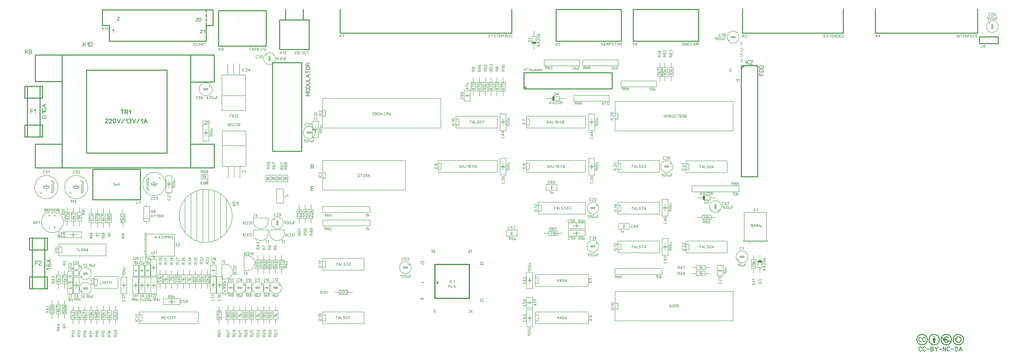
<source format=gbr>
%FSLAX34Y34*%
%MOMM*%
%LNSILK_TOP*%
G71*
G01*
%ADD10C,0.200*%
%ADD11C,0.206*%
%ADD12C,0.159*%
%ADD13C,0.400*%
%ADD14C,0.222*%
%ADD15C,0.167*%
%ADD16C,0.500*%
%ADD17C,0.150*%
%ADD18C,0.100*%
%ADD19C,0.238*%
%ADD20C,0.160*%
%ADD21C,0.318*%
%ADD22C,0.300*%
%ADD23C,0.413*%
%LPD*%
G54D10*
X1286550Y1123950D02*
X1286550Y996950D01*
X1794550Y996950D01*
X1794550Y1123950D01*
X1286550Y1123950D01*
G54D10*
X1286550Y1073150D02*
X1286550Y1047750D01*
X1299250Y1047750D01*
X1299250Y1073150D01*
X1286550Y1073150D01*
G54D11*
X1282945Y1050113D02*
X1271390Y1050113D01*
G54D11*
X1280778Y1061090D02*
X1282223Y1060223D01*
X1282945Y1058490D01*
X1282945Y1056757D01*
X1282223Y1055023D01*
X1280778Y1054157D01*
X1273556Y1054157D01*
X1272112Y1055023D01*
X1271390Y1056757D01*
X1271390Y1058490D01*
X1272112Y1060223D01*
X1273556Y1061090D01*
G54D11*
X1282945Y1072067D02*
X1282945Y1065134D01*
X1282223Y1065134D01*
X1280778Y1066000D01*
X1276445Y1071200D01*
X1275001Y1072067D01*
X1273556Y1072067D01*
X1272112Y1071200D01*
X1271390Y1069467D01*
X1271390Y1067734D01*
X1272112Y1066000D01*
X1273556Y1065134D01*
G54D11*
X1500112Y1063243D02*
X1507046Y1063243D01*
X1500112Y1051687D01*
X1507046Y1051687D01*
G54D11*
X1515423Y1057465D02*
X1513690Y1057465D01*
X1511956Y1058187D01*
X1511090Y1059631D01*
X1511090Y1061076D01*
X1511956Y1062520D01*
X1513690Y1063243D01*
X1515423Y1063243D01*
X1517156Y1062520D01*
X1518023Y1061076D01*
X1518023Y1059631D01*
X1517156Y1058187D01*
X1515423Y1057465D01*
X1517156Y1056743D01*
X1518023Y1055298D01*
X1518023Y1053854D01*
X1517156Y1052409D01*
X1515423Y1051687D01*
X1513690Y1051687D01*
X1511956Y1052409D01*
X1511090Y1053854D01*
X1511090Y1055298D01*
X1511956Y1056743D01*
X1513690Y1057465D01*
G54D11*
X1529000Y1061076D02*
X1529000Y1053854D01*
X1528133Y1052409D01*
X1526400Y1051687D01*
X1524666Y1051687D01*
X1522933Y1052409D01*
X1522066Y1053854D01*
X1522066Y1061076D01*
X1522933Y1062520D01*
X1524666Y1063243D01*
X1526400Y1063243D01*
X1528133Y1062520D01*
X1529000Y1061076D01*
G54D11*
X1533044Y1051687D02*
X1537377Y1063243D01*
X1541710Y1051687D01*
G54D11*
X1534777Y1056020D02*
X1539977Y1056020D01*
G54D11*
X1556905Y1053854D02*
X1556038Y1052409D01*
X1554305Y1051687D01*
X1552572Y1051687D01*
X1550838Y1052409D01*
X1549972Y1053854D01*
X1549972Y1061076D01*
X1550838Y1062520D01*
X1552572Y1063243D01*
X1554305Y1063243D01*
X1556038Y1062520D01*
X1556905Y1061076D01*
G54D11*
X1560948Y1051687D02*
X1560948Y1063243D01*
X1565282Y1063243D01*
X1567015Y1062520D01*
X1567882Y1061076D01*
X1567882Y1059631D01*
X1567015Y1058187D01*
X1565282Y1057465D01*
X1560948Y1057465D01*
G54D11*
X1571926Y1063243D02*
X1571926Y1053854D01*
X1572792Y1052409D01*
X1574526Y1051687D01*
X1576259Y1051687D01*
X1577992Y1052409D01*
X1578859Y1053854D01*
X1578859Y1063243D01*
G54D10*
X1859638Y1047750D02*
X1859638Y996950D01*
X2037438Y996950D01*
X2037438Y1047750D01*
X1859638Y1047750D01*
G54D10*
X1859638Y1035050D02*
X1859638Y1009650D01*
X1872338Y1009650D01*
X1872338Y1035050D01*
X1859638Y1035050D01*
G54D11*
X1854432Y1007824D02*
X1842876Y1007824D01*
G54D11*
X1852265Y1018801D02*
X1853709Y1017935D01*
X1854432Y1016201D01*
X1854432Y1014468D01*
X1853709Y1012735D01*
X1852265Y1011868D01*
X1845042Y1011868D01*
X1843598Y1012735D01*
X1842876Y1014468D01*
X1842876Y1016201D01*
X1843598Y1017935D01*
X1845042Y1018801D01*
G54D11*
X1847209Y1022845D02*
X1842876Y1027178D01*
X1854432Y1027178D01*
G54D11*
X1842876Y1038155D02*
X1842876Y1031222D01*
X1847932Y1031222D01*
X1847932Y1032089D01*
X1847209Y1033822D01*
X1847209Y1035555D01*
X1847932Y1037289D01*
X1849376Y1038155D01*
X1852265Y1038155D01*
X1853709Y1037289D01*
X1854432Y1035555D01*
X1854432Y1033822D01*
X1853709Y1032089D01*
X1852265Y1031222D01*
G54D11*
X1919213Y1028318D02*
X1926146Y1028318D01*
X1925280Y1026873D01*
X1923546Y1024706D01*
X1921813Y1021818D01*
X1920946Y1019651D01*
X1920946Y1016762D01*
G54D11*
X1935390Y1016762D02*
X1935390Y1028318D01*
X1930190Y1021095D01*
X1930190Y1019651D01*
X1937124Y1019651D01*
G54D11*
X1941167Y1028318D02*
X1941167Y1016762D01*
X1947234Y1016762D01*
G54D11*
X1951278Y1018929D02*
X1952144Y1017484D01*
X1953878Y1016762D01*
X1955612Y1016762D01*
X1957344Y1017484D01*
X1958212Y1018929D01*
X1958212Y1020373D01*
X1957344Y1021818D01*
X1955612Y1022540D01*
X1953878Y1022540D01*
X1952144Y1023262D01*
X1951278Y1024706D01*
X1951278Y1026151D01*
X1952144Y1027595D01*
X1953878Y1028318D01*
X1955612Y1028318D01*
X1957344Y1027595D01*
X1958212Y1026151D01*
G54D11*
X1969188Y1026151D02*
X1969188Y1018929D01*
X1968322Y1017484D01*
X1966588Y1016762D01*
X1964855Y1016762D01*
X1963122Y1017484D01*
X1962255Y1018929D01*
X1962255Y1026151D01*
X1963122Y1027595D01*
X1964855Y1028318D01*
X1966588Y1028318D01*
X1968322Y1027595D01*
X1969188Y1026151D01*
G54D11*
X1973232Y1028318D02*
X1980166Y1028318D01*
X1979298Y1026873D01*
X1977566Y1024706D01*
X1975832Y1021818D01*
X1974966Y1019651D01*
X1974966Y1016762D01*
G54D10*
X1286550Y436562D02*
X1286550Y385762D01*
X1464350Y385762D01*
X1464350Y436562D01*
X1286550Y436562D01*
G54D10*
X1286550Y423862D02*
X1286550Y398462D01*
X1299250Y398462D01*
X1299250Y423862D01*
X1286550Y423862D01*
G54D11*
X1281278Y396701D02*
X1269722Y396701D01*
G54D11*
X1279112Y407678D02*
X1280556Y406812D01*
X1281278Y405078D01*
X1281278Y403345D01*
X1280556Y401612D01*
X1279112Y400745D01*
X1271889Y400745D01*
X1270444Y401612D01*
X1269722Y403345D01*
X1269722Y405078D01*
X1270444Y406812D01*
X1271889Y407678D01*
G54D11*
X1274056Y411722D02*
X1269722Y416055D01*
X1281278Y416055D01*
G54D11*
X1269722Y420099D02*
X1269722Y427032D01*
X1271167Y426166D01*
X1273334Y424432D01*
X1276222Y422699D01*
X1278389Y421832D01*
X1281278Y421832D01*
G54D11*
X1344538Y417130D02*
X1351472Y417130D01*
X1350604Y415685D01*
X1348872Y413518D01*
X1347138Y410630D01*
X1346272Y408463D01*
X1346272Y405574D01*
G54D11*
X1360715Y405574D02*
X1360715Y417130D01*
X1355515Y409907D01*
X1355515Y408463D01*
X1362448Y408463D01*
G54D11*
X1366492Y417130D02*
X1366492Y405574D01*
X1372558Y405574D01*
G54D11*
X1376603Y407741D02*
X1377470Y406296D01*
X1379203Y405574D01*
X1380936Y405574D01*
X1382670Y406296D01*
X1383536Y407741D01*
X1383536Y409185D01*
X1382670Y410630D01*
X1380936Y411352D01*
X1379203Y411352D01*
X1377470Y412074D01*
X1376603Y413518D01*
X1376603Y414963D01*
X1377470Y416407D01*
X1379203Y417130D01*
X1380936Y417130D01*
X1382670Y416407D01*
X1383536Y414963D01*
G54D11*
X1387580Y414963D02*
X1388446Y416407D01*
X1390180Y417130D01*
X1391914Y417130D01*
X1393646Y416407D01*
X1394514Y414963D01*
X1394514Y413518D01*
X1393646Y412074D01*
X1391914Y411352D01*
X1393646Y410630D01*
X1394514Y409185D01*
X1394514Y407741D01*
X1393646Y406296D01*
X1391914Y405574D01*
X1390180Y405574D01*
X1388446Y406296D01*
X1387580Y407741D01*
G54D11*
X1405490Y405574D02*
X1398557Y405574D01*
X1398557Y406296D01*
X1399424Y407741D01*
X1404624Y412074D01*
X1405490Y413518D01*
X1405490Y414963D01*
X1404624Y416407D01*
X1402890Y417130D01*
X1401157Y417130D01*
X1399424Y416407D01*
X1398557Y414963D01*
G54D10*
X1286550Y206375D02*
X1286550Y155575D01*
X1464350Y155575D01*
X1464350Y206375D01*
X1286550Y206375D01*
G54D10*
X1286550Y193675D02*
X1286550Y168275D01*
X1299250Y168275D01*
X1299250Y193675D01*
X1286550Y193675D01*
G54D11*
X1281344Y168036D02*
X1269788Y168036D01*
G54D11*
X1279177Y179014D02*
X1280621Y178147D01*
X1281344Y176414D01*
X1281344Y174680D01*
X1280621Y172947D01*
X1279177Y172080D01*
X1271954Y172080D01*
X1270510Y172947D01*
X1269788Y174680D01*
X1269788Y176414D01*
X1270510Y178147D01*
X1271954Y179014D01*
G54D11*
X1274121Y183058D02*
X1269788Y187391D01*
X1281344Y187391D01*
G54D11*
X1271954Y198368D02*
X1270510Y197501D01*
X1269788Y195768D01*
X1269788Y194034D01*
X1270510Y192301D01*
X1271954Y191434D01*
X1275566Y191434D01*
X1276288Y191434D01*
X1274844Y194034D01*
X1274844Y195768D01*
X1275566Y197501D01*
X1277010Y198368D01*
X1279177Y198368D01*
X1280621Y197501D01*
X1281344Y195768D01*
X1281344Y194034D01*
X1280621Y192301D01*
X1279177Y191434D01*
X1275566Y191434D01*
G54D11*
X1342950Y186942D02*
X1349884Y186942D01*
X1349017Y185498D01*
X1347284Y183332D01*
X1345550Y180442D01*
X1344684Y178276D01*
X1344684Y175387D01*
G54D11*
X1359128Y175387D02*
X1359128Y186942D01*
X1353928Y179720D01*
X1353928Y178276D01*
X1360861Y178276D01*
G54D11*
X1364904Y186942D02*
X1364904Y175387D01*
X1370971Y175387D01*
G54D11*
X1375016Y177554D02*
X1375882Y176109D01*
X1377616Y175387D01*
X1379349Y175387D01*
X1381082Y176109D01*
X1381949Y177554D01*
X1381949Y178998D01*
X1381082Y180442D01*
X1379349Y181165D01*
X1377616Y181165D01*
X1375882Y181887D01*
X1375016Y183332D01*
X1375016Y184776D01*
X1375882Y186220D01*
X1377616Y186942D01*
X1379349Y186942D01*
X1381082Y186220D01*
X1381949Y184776D01*
G54D11*
X1392926Y184776D02*
X1392926Y177554D01*
X1392059Y176109D01*
X1390326Y175387D01*
X1388592Y175387D01*
X1386859Y176109D01*
X1385992Y177554D01*
X1385992Y184776D01*
X1386859Y186220D01*
X1388592Y186942D01*
X1390326Y186942D01*
X1392059Y186220D01*
X1392926Y184776D01*
G54D11*
X1396970Y186942D02*
X1403903Y186942D01*
X1403036Y185498D01*
X1401303Y183332D01*
X1399570Y180442D01*
X1398703Y178276D01*
X1398703Y175387D01*
G54D10*
X1286550Y857250D02*
X1286550Y730250D01*
X1642150Y730250D01*
X1642150Y857250D01*
X1286550Y857250D01*
G54D10*
X1286550Y806450D02*
X1286550Y781050D01*
X1299250Y781050D01*
X1299250Y806450D01*
X1286550Y806450D01*
G54D11*
X1281918Y783412D02*
X1270362Y783412D01*
G54D11*
X1279751Y794390D02*
X1281195Y793523D01*
X1281918Y791790D01*
X1281918Y790056D01*
X1281195Y788323D01*
X1279751Y787456D01*
X1272528Y787456D01*
X1271084Y788323D01*
X1270362Y790056D01*
X1270362Y791790D01*
X1271084Y793523D01*
X1272528Y794390D01*
G54D11*
X1272528Y798434D02*
X1271084Y799300D01*
X1270362Y801034D01*
X1270362Y802767D01*
X1271084Y804500D01*
X1272528Y805367D01*
X1273973Y805367D01*
X1275418Y804500D01*
X1276140Y802767D01*
X1276862Y804500D01*
X1278306Y805367D01*
X1279751Y805367D01*
X1281195Y804500D01*
X1281918Y802767D01*
X1281918Y801034D01*
X1281195Y799300D01*
X1279751Y798434D01*
G54D11*
X1445134Y786574D02*
X1438200Y786574D01*
X1438200Y787297D01*
X1439066Y788741D01*
X1444266Y793074D01*
X1445134Y794519D01*
X1445134Y795963D01*
X1444266Y797408D01*
X1442534Y798130D01*
X1440800Y798130D01*
X1439066Y797408D01*
X1438200Y795963D01*
G54D11*
X1449177Y798130D02*
X1456110Y798130D01*
X1455244Y796686D01*
X1453510Y794519D01*
X1451777Y791630D01*
X1450910Y789463D01*
X1450910Y786574D01*
G54D11*
X1467088Y786574D02*
X1460154Y786574D01*
X1460154Y787297D01*
X1461020Y788741D01*
X1466220Y793074D01*
X1467088Y794519D01*
X1467088Y795963D01*
X1466220Y797408D01*
X1464488Y798130D01*
X1462754Y798130D01*
X1461020Y797408D01*
X1460154Y795963D01*
G54D11*
X1478064Y798130D02*
X1471131Y798130D01*
X1471131Y793074D01*
X1471998Y793074D01*
X1473731Y793797D01*
X1475464Y793797D01*
X1477198Y793074D01*
X1478064Y791630D01*
X1478064Y788741D01*
X1477198Y787297D01*
X1475464Y786574D01*
X1473731Y786574D01*
X1471998Y787297D01*
X1471131Y788741D01*
G54D11*
X1489042Y795963D02*
X1488174Y797408D01*
X1486442Y798130D01*
X1484708Y798130D01*
X1482974Y797408D01*
X1482108Y795963D01*
X1482108Y792352D01*
X1482108Y791630D01*
X1484708Y793074D01*
X1486442Y793074D01*
X1488174Y792352D01*
X1489042Y790908D01*
X1489042Y788741D01*
X1488174Y787297D01*
X1486442Y786574D01*
X1484708Y786574D01*
X1482974Y787297D01*
X1482108Y788741D01*
X1482108Y792352D01*
G54D10*
X1783438Y857250D02*
X1783438Y806450D01*
X2037438Y806450D01*
X2037438Y857250D01*
X1783438Y857250D01*
G54D10*
X1783438Y844550D02*
X1783438Y819150D01*
X1796138Y819150D01*
X1796138Y844550D01*
X1783438Y844550D01*
G54D11*
X1778806Y821512D02*
X1767250Y821512D01*
G54D11*
X1776639Y832489D02*
X1778083Y831623D01*
X1778806Y829889D01*
X1778806Y828156D01*
X1778083Y826423D01*
X1776639Y825556D01*
X1769416Y825556D01*
X1767972Y826423D01*
X1767250Y828156D01*
X1767250Y829889D01*
X1767972Y831623D01*
X1769416Y832489D01*
G54D11*
X1773028Y840866D02*
X1773028Y839133D01*
X1772306Y837400D01*
X1770861Y836533D01*
X1769416Y836533D01*
X1767972Y837400D01*
X1767250Y839133D01*
X1767250Y840866D01*
X1767972Y842600D01*
X1769416Y843466D01*
X1770861Y843466D01*
X1772306Y842600D01*
X1773028Y840866D01*
X1773750Y842600D01*
X1775194Y843466D01*
X1776639Y843466D01*
X1778083Y842600D01*
X1778806Y840866D01*
X1778806Y839133D01*
X1778083Y837400D01*
X1776639Y836533D01*
X1775194Y836533D01*
X1773750Y837400D01*
X1773028Y839133D01*
G54D11*
X1878230Y832039D02*
X1881696Y832039D01*
X1881696Y828428D01*
X1880830Y826984D01*
X1879096Y826262D01*
X1877363Y826262D01*
X1875630Y826984D01*
X1874763Y828428D01*
X1874763Y835650D01*
X1875630Y837095D01*
X1877363Y837817D01*
X1879096Y837817D01*
X1880830Y837095D01*
X1881696Y835650D01*
G54D11*
X1885740Y826262D02*
X1890074Y837817D01*
X1894406Y826262D01*
G54D11*
X1887474Y830595D02*
X1892674Y830595D01*
G54D11*
X1898451Y837817D02*
X1898451Y826262D01*
X1904518Y826262D01*
G54D11*
X1908562Y833484D02*
X1912896Y837817D01*
X1912896Y826262D01*
G54D11*
X1923872Y835650D02*
X1923006Y837095D01*
X1921272Y837817D01*
X1919539Y837817D01*
X1917806Y837095D01*
X1916939Y835650D01*
X1916939Y832039D01*
X1916939Y831317D01*
X1919539Y832762D01*
X1921272Y832762D01*
X1923006Y832039D01*
X1923872Y830595D01*
X1923872Y828428D01*
X1923006Y826984D01*
X1921272Y826262D01*
X1919539Y826262D01*
X1917806Y826984D01*
X1916939Y828428D01*
X1916939Y832039D01*
G54D11*
X1927916Y837817D02*
X1932250Y826262D01*
X1936582Y837817D01*
G54D11*
X1944960Y832039D02*
X1943227Y832039D01*
X1941494Y832762D01*
X1940627Y834206D01*
X1940627Y835650D01*
X1941494Y837095D01*
X1943227Y837817D01*
X1944960Y837817D01*
X1946694Y837095D01*
X1947560Y835650D01*
X1947560Y834206D01*
X1946694Y832762D01*
X1944960Y832039D01*
X1946694Y831317D01*
X1947560Y829873D01*
X1947560Y828428D01*
X1946694Y826984D01*
X1944960Y826262D01*
X1943227Y826262D01*
X1941494Y826984D01*
X1940627Y828428D01*
X1940627Y829873D01*
X1941494Y831317D01*
X1943227Y832039D01*
G54D10*
X2162850Y1047750D02*
X2162850Y996950D01*
X2416850Y996950D01*
X2416850Y1047750D01*
X2162850Y1047750D01*
G54D10*
X2162850Y1035050D02*
X2162850Y1009650D01*
X2175550Y1009650D01*
X2175550Y1035050D01*
X2162850Y1035050D01*
G54D11*
X2158152Y1012078D02*
X2146597Y1012078D01*
G54D11*
X2155986Y1023055D02*
X2157430Y1022189D01*
X2158152Y1020455D01*
X2158152Y1018722D01*
X2157430Y1016989D01*
X2155986Y1016122D01*
X2148764Y1016122D01*
X2147319Y1016989D01*
X2146597Y1018722D01*
X2146597Y1020455D01*
X2147319Y1022189D01*
X2148764Y1023055D01*
G54D11*
X2146597Y1027099D02*
X2146597Y1034032D01*
X2148042Y1033166D01*
X2150208Y1031432D01*
X2153097Y1029699D01*
X2155264Y1028832D01*
X2158152Y1028832D01*
G54D11*
X2254467Y1022540D02*
X2257933Y1022540D01*
X2257933Y1018929D01*
X2257067Y1017484D01*
X2255333Y1016762D01*
X2253600Y1016762D01*
X2251867Y1017484D01*
X2251000Y1018929D01*
X2251000Y1026151D01*
X2251867Y1027595D01*
X2253600Y1028318D01*
X2255333Y1028318D01*
X2257067Y1027595D01*
X2257933Y1026151D01*
G54D11*
X2261977Y1016762D02*
X2266310Y1028318D01*
X2270644Y1016762D01*
G54D11*
X2263710Y1021095D02*
X2268910Y1021095D01*
G54D11*
X2274688Y1028318D02*
X2274688Y1016762D01*
X2280755Y1016762D01*
G54D11*
X2284799Y1023984D02*
X2289132Y1028318D01*
X2289132Y1016762D01*
G54D11*
X2300109Y1026151D02*
X2299243Y1027595D01*
X2297509Y1028318D01*
X2295776Y1028318D01*
X2294043Y1027595D01*
X2293176Y1026151D01*
X2293176Y1022540D01*
X2293176Y1021818D01*
X2295776Y1023262D01*
X2297509Y1023262D01*
X2299243Y1022540D01*
X2300109Y1021095D01*
X2300109Y1018929D01*
X2299243Y1017484D01*
X2297509Y1016762D01*
X2295776Y1016762D01*
X2294043Y1017484D01*
X2293176Y1018929D01*
X2293176Y1022540D01*
G54D11*
X2304153Y1028318D02*
X2308486Y1016762D01*
X2312820Y1028318D01*
G54D11*
X2321197Y1022540D02*
X2319464Y1022540D01*
X2317731Y1023262D01*
X2316864Y1024706D01*
X2316864Y1026151D01*
X2317731Y1027595D01*
X2319464Y1028318D01*
X2321197Y1028318D01*
X2322931Y1027595D01*
X2323797Y1026151D01*
X2323797Y1024706D01*
X2322931Y1023262D01*
X2321197Y1022540D01*
X2322931Y1021818D01*
X2323797Y1020373D01*
X2323797Y1018929D01*
X2322931Y1017484D01*
X2321197Y1016762D01*
X2319464Y1016762D01*
X2317731Y1017484D01*
X2316864Y1018929D01*
X2316864Y1020373D01*
X2317731Y1021818D01*
X2319464Y1022540D01*
G54D10*
X2162850Y857250D02*
X2162850Y806450D01*
X2416850Y806450D01*
X2416850Y857250D01*
X2162850Y857250D01*
G54D10*
X2162850Y844550D02*
X2162850Y819150D01*
X2175550Y819150D01*
X2175550Y844550D01*
X2162850Y844550D01*
G54D11*
X2158218Y821513D02*
X2146662Y821513D01*
G54D11*
X2156051Y832490D02*
X2157495Y831624D01*
X2158218Y829890D01*
X2158218Y828157D01*
X2157495Y826424D01*
X2156051Y825557D01*
X2148828Y825557D01*
X2147384Y826424D01*
X2146662Y828157D01*
X2146662Y829890D01*
X2147384Y831624D01*
X2148828Y832490D01*
G54D11*
X2156051Y836534D02*
X2157495Y837401D01*
X2158218Y839134D01*
X2158218Y840867D01*
X2157495Y842601D01*
X2156051Y843467D01*
X2152440Y843467D01*
X2151718Y843467D01*
X2153162Y840867D01*
X2153162Y839134D01*
X2152440Y837401D01*
X2150995Y836534D01*
X2148828Y836534D01*
X2147384Y837401D01*
X2146662Y839134D01*
X2146662Y840867D01*
X2147384Y842601D01*
X2148828Y843467D01*
X2152440Y843467D01*
G54D11*
X2257642Y832040D02*
X2261108Y832040D01*
X2261108Y828429D01*
X2260242Y826984D01*
X2258508Y826262D01*
X2256775Y826262D01*
X2255042Y826984D01*
X2254175Y828429D01*
X2254175Y835651D01*
X2255042Y837095D01*
X2256775Y837818D01*
X2258508Y837818D01*
X2260242Y837095D01*
X2261108Y835651D01*
G54D11*
X2265152Y826262D02*
X2269485Y837818D01*
X2273819Y826262D01*
G54D11*
X2266885Y830595D02*
X2272085Y830595D01*
G54D11*
X2277863Y837818D02*
X2277863Y826262D01*
X2283930Y826262D01*
G54D11*
X2287974Y833484D02*
X2292307Y837818D01*
X2292307Y826262D01*
G54D11*
X2303284Y835651D02*
X2302418Y837095D01*
X2300684Y837818D01*
X2298951Y837818D01*
X2297218Y837095D01*
X2296351Y835651D01*
X2296351Y832040D01*
X2296351Y831318D01*
X2298951Y832762D01*
X2300684Y832762D01*
X2302418Y832040D01*
X2303284Y830595D01*
X2303284Y828429D01*
X2302418Y826984D01*
X2300684Y826262D01*
X2298951Y826262D01*
X2297218Y826984D01*
X2296351Y828429D01*
X2296351Y832040D01*
G54D11*
X2307328Y837818D02*
X2311661Y826262D01*
X2315995Y837818D01*
G54D11*
X2324372Y832040D02*
X2322639Y832040D01*
X2320906Y832762D01*
X2320039Y834206D01*
X2320039Y835651D01*
X2320906Y837095D01*
X2322639Y837818D01*
X2324372Y837818D01*
X2326106Y837095D01*
X2326972Y835651D01*
X2326972Y834206D01*
X2326106Y832762D01*
X2324372Y832040D01*
X2326106Y831318D01*
X2326972Y829873D01*
X2326972Y828429D01*
X2326106Y826984D01*
X2324372Y826262D01*
X2322639Y826262D01*
X2320906Y826984D01*
X2320039Y828429D01*
X2320039Y829873D01*
X2320906Y831318D01*
X2322639Y832040D01*
G54D10*
X2213650Y677862D02*
X2213650Y627062D01*
X2416850Y627062D01*
X2416850Y677862D01*
X2213650Y677862D01*
G54D10*
X2213650Y665162D02*
X2213650Y639762D01*
X2226350Y639762D01*
X2226350Y665162D01*
X2213650Y665162D01*
G54D11*
X2208444Y637936D02*
X2196888Y637936D01*
G54D11*
X2206277Y648914D02*
X2207721Y648047D01*
X2208444Y646314D01*
X2208444Y644580D01*
X2207721Y642847D01*
X2206277Y641980D01*
X2199054Y641980D01*
X2197610Y642847D01*
X2196888Y644580D01*
X2196888Y646314D01*
X2197610Y648047D01*
X2199054Y648914D01*
G54D11*
X2201221Y652958D02*
X2196888Y657291D01*
X2208444Y657291D01*
G54D11*
X2199054Y661334D02*
X2197610Y662201D01*
X2196888Y663934D01*
X2196888Y665668D01*
X2197610Y667401D01*
X2199054Y668268D01*
X2200499Y668268D01*
X2201944Y667401D01*
X2202666Y665668D01*
X2203388Y667401D01*
X2204832Y668268D01*
X2206277Y668268D01*
X2207721Y667401D01*
X2208444Y665668D01*
X2208444Y663934D01*
X2207721Y662201D01*
X2206277Y661334D01*
G54D11*
X2281162Y658430D02*
X2288096Y658430D01*
X2287229Y656986D01*
X2285496Y654819D01*
X2283762Y651930D01*
X2282896Y649763D01*
X2282896Y646874D01*
G54D11*
X2297340Y646874D02*
X2297340Y658430D01*
X2292140Y651208D01*
X2292140Y649763D01*
X2299073Y649763D01*
G54D11*
X2303116Y658430D02*
X2303116Y646874D01*
X2309183Y646874D01*
G54D11*
X2313228Y649041D02*
X2314094Y647597D01*
X2315828Y646874D01*
X2317561Y646874D01*
X2319294Y647597D01*
X2320161Y649041D01*
X2320161Y650486D01*
X2319294Y651930D01*
X2317561Y652652D01*
X2315828Y652652D01*
X2314094Y653374D01*
X2313228Y654819D01*
X2313228Y656263D01*
X2314094Y657708D01*
X2315828Y658430D01*
X2317561Y658430D01*
X2319294Y657708D01*
X2320161Y656263D01*
G54D11*
X2324204Y654097D02*
X2328538Y658430D01*
X2328538Y646874D01*
G54D11*
X2339515Y646874D02*
X2332582Y646874D01*
X2332582Y647597D01*
X2333448Y649041D01*
X2338648Y653374D01*
X2339515Y654819D01*
X2339515Y656263D01*
X2338648Y657708D01*
X2336915Y658430D01*
X2335182Y658430D01*
X2333448Y657708D01*
X2332582Y656263D01*
G54D11*
X2343558Y656263D02*
X2344425Y657708D01*
X2346158Y658430D01*
X2347892Y658430D01*
X2349625Y657708D01*
X2350492Y656263D01*
X2350492Y654819D01*
X2349625Y653374D01*
X2347892Y652652D01*
X2349625Y651930D01*
X2350492Y650486D01*
X2350492Y649041D01*
X2349625Y647597D01*
X2347892Y646874D01*
X2346158Y646874D01*
X2344425Y647597D01*
X2343558Y649041D01*
G54D10*
X2200950Y366712D02*
X2200950Y315912D01*
X2429550Y315912D01*
X2429550Y366712D01*
X2200950Y366712D01*
G54D10*
X2200950Y354012D02*
X2200950Y328612D01*
X2213650Y328612D01*
X2213650Y354012D01*
X2200950Y354012D01*
G54D11*
X2443968Y330974D02*
X2432412Y330974D01*
G54D11*
X2441801Y341952D02*
X2443245Y341085D01*
X2443968Y339352D01*
X2443968Y337618D01*
X2443245Y335885D01*
X2441801Y335018D01*
X2434578Y335018D01*
X2433134Y335885D01*
X2432412Y337618D01*
X2432412Y339352D01*
X2433134Y341085D01*
X2434578Y341952D01*
G54D11*
X2432412Y352929D02*
X2432412Y345996D01*
X2437468Y345996D01*
X2437468Y346862D01*
X2436745Y348596D01*
X2436745Y350329D01*
X2437468Y352062D01*
X2438912Y352929D01*
X2441801Y352929D01*
X2443245Y352062D01*
X2443968Y350329D01*
X2443968Y348596D01*
X2443245Y346862D01*
X2441801Y345996D01*
G54D11*
X2300650Y335724D02*
X2300650Y347280D01*
X2295450Y340057D01*
X2295450Y338613D01*
X2302383Y338613D01*
G54D11*
X2311627Y335724D02*
X2311627Y347280D01*
X2306427Y340057D01*
X2306427Y338613D01*
X2313360Y338613D01*
G54D11*
X2324337Y345113D02*
X2323471Y346557D01*
X2321737Y347280D01*
X2320004Y347280D01*
X2318271Y346557D01*
X2317404Y345113D01*
X2317404Y341502D01*
X2317404Y340780D01*
X2320004Y342224D01*
X2321737Y342224D01*
X2323471Y341502D01*
X2324337Y340057D01*
X2324337Y337891D01*
X2323471Y336446D01*
X2321737Y335724D01*
X2320004Y335724D01*
X2318271Y336446D01*
X2317404Y337891D01*
X2317404Y341502D01*
G54D11*
X2333581Y335724D02*
X2333581Y347280D01*
X2328381Y340057D01*
X2328381Y338613D01*
X2335314Y338613D01*
G54D10*
X2200950Y206375D02*
X2200950Y155575D01*
X2429550Y155575D01*
X2429550Y206375D01*
X2200950Y206375D01*
G54D10*
X2200950Y193675D02*
X2200950Y168275D01*
X2213650Y168275D01*
X2213650Y193675D01*
X2200950Y193675D01*
G54D11*
X2443898Y169120D02*
X2432342Y169120D01*
G54D11*
X2441731Y180097D02*
X2443175Y179231D01*
X2443898Y177497D01*
X2443898Y175764D01*
X2443175Y174031D01*
X2441731Y173164D01*
X2434508Y173164D01*
X2433064Y174031D01*
X2432342Y175764D01*
X2432342Y177497D01*
X2433064Y179231D01*
X2434508Y180097D01*
G54D11*
X2443898Y189341D02*
X2432342Y189341D01*
X2439564Y184141D01*
X2441008Y184141D01*
X2441008Y191074D01*
G54D11*
X2300650Y175387D02*
X2300650Y186942D01*
X2295450Y179720D01*
X2295450Y178276D01*
X2302383Y178276D01*
G54D11*
X2311627Y175387D02*
X2311627Y186942D01*
X2306427Y179720D01*
X2306427Y178276D01*
X2313360Y178276D01*
G54D11*
X2324337Y184776D02*
X2323471Y186220D01*
X2321737Y186942D01*
X2320004Y186942D01*
X2318271Y186220D01*
X2317404Y184776D01*
X2317404Y181165D01*
X2317404Y180442D01*
X2320004Y181887D01*
X2321737Y181887D01*
X2323471Y181165D01*
X2324337Y179720D01*
X2324337Y177554D01*
X2323471Y176109D01*
X2321737Y175387D01*
X2320004Y175387D01*
X2318271Y176109D01*
X2317404Y177554D01*
X2317404Y181165D01*
G54D11*
X2333581Y175387D02*
X2333581Y186942D01*
X2328381Y179720D01*
X2328381Y178276D01*
X2335314Y178276D01*
G54D10*
X2543850Y295275D02*
X2543850Y168275D01*
X3051850Y168275D01*
X3051850Y295275D01*
X2543850Y295275D01*
G54D10*
X2543850Y244475D02*
X2543850Y219075D01*
X2556550Y219075D01*
X2556550Y244475D01*
X2543850Y244475D01*
G54D11*
X2538644Y215662D02*
X2527088Y215662D01*
G54D11*
X2536477Y226639D02*
X2537921Y225772D01*
X2538644Y224039D01*
X2538644Y222306D01*
X2537921Y220572D01*
X2536477Y219706D01*
X2529254Y219706D01*
X2527810Y220572D01*
X2527088Y222306D01*
X2527088Y224039D01*
X2527810Y225772D01*
X2529254Y226639D01*
G54D11*
X2531421Y230682D02*
X2527088Y235016D01*
X2538644Y235016D01*
G54D11*
X2529254Y245993D02*
X2536477Y245993D01*
X2537921Y245126D01*
X2538644Y243393D01*
X2538644Y241660D01*
X2537921Y239926D01*
X2536477Y239060D01*
X2529254Y239060D01*
X2527810Y239926D01*
X2527088Y241660D01*
X2527088Y243393D01*
X2527810Y245126D01*
X2529254Y245993D01*
G54D11*
X2782383Y231965D02*
X2780650Y231965D01*
X2778917Y232687D01*
X2778050Y234132D01*
X2778050Y235576D01*
X2778917Y237020D01*
X2780650Y237742D01*
X2782383Y237742D01*
X2784117Y237020D01*
X2784983Y235576D01*
X2784983Y234132D01*
X2784117Y232687D01*
X2782383Y231965D01*
X2784117Y231242D01*
X2784983Y229798D01*
X2784983Y228354D01*
X2784117Y226909D01*
X2782383Y226187D01*
X2780650Y226187D01*
X2778917Y226909D01*
X2778050Y228354D01*
X2778050Y229798D01*
X2778917Y231242D01*
X2780650Y231965D01*
G54D11*
X2795960Y226187D02*
X2789027Y226187D01*
X2789027Y226909D01*
X2789894Y228354D01*
X2795094Y232687D01*
X2795960Y234132D01*
X2795960Y235576D01*
X2795094Y237020D01*
X2793360Y237742D01*
X2791627Y237742D01*
X2789894Y237020D01*
X2789027Y235576D01*
G54D11*
X2806937Y237742D02*
X2800004Y237742D01*
X2800004Y232687D01*
X2800871Y232687D01*
X2802604Y233409D01*
X2804337Y233409D01*
X2806071Y232687D01*
X2806937Y231242D01*
X2806937Y228354D01*
X2806071Y226909D01*
X2804337Y226187D01*
X2802604Y226187D01*
X2800871Y226909D01*
X2800004Y228354D01*
G54D11*
X2817914Y237742D02*
X2810981Y237742D01*
X2810981Y232687D01*
X2811848Y232687D01*
X2813581Y233409D01*
X2815314Y233409D01*
X2817048Y232687D01*
X2817914Y231242D01*
X2817914Y228354D01*
X2817048Y226909D01*
X2815314Y226187D01*
X2813581Y226187D01*
X2811848Y226909D01*
X2810981Y228354D01*
G54D10*
X2556550Y511175D02*
X2556550Y460375D01*
X2734350Y460375D01*
X2734350Y511175D01*
X2556550Y511175D01*
G54D10*
X2556550Y498475D02*
X2556550Y473075D01*
X2569250Y473075D01*
X2569250Y498475D01*
X2556550Y498475D01*
G54D11*
X2551344Y471250D02*
X2539788Y471250D01*
G54D11*
X2549177Y482227D02*
X2550621Y481360D01*
X2551344Y479627D01*
X2551344Y477894D01*
X2550621Y476160D01*
X2549177Y475294D01*
X2541954Y475294D01*
X2540510Y476160D01*
X2539788Y477894D01*
X2539788Y479627D01*
X2540510Y481360D01*
X2541954Y482227D01*
G54D11*
X2544121Y486270D02*
X2539788Y490604D01*
X2551344Y490604D01*
G54D11*
X2551344Y501581D02*
X2551344Y494648D01*
X2550621Y494648D01*
X2549177Y495514D01*
X2544844Y500714D01*
X2543399Y501581D01*
X2541954Y501581D01*
X2540510Y500714D01*
X2539788Y498981D01*
X2539788Y497248D01*
X2540510Y495514D01*
X2541954Y494648D01*
G54D11*
X2614538Y491742D02*
X2621471Y491742D01*
X2620604Y490298D01*
X2618871Y488132D01*
X2617138Y485242D01*
X2616271Y483076D01*
X2616271Y480187D01*
G54D11*
X2630714Y480187D02*
X2630714Y491742D01*
X2625514Y484520D01*
X2625514Y483076D01*
X2632448Y483076D01*
G54D11*
X2636492Y491742D02*
X2636492Y480187D01*
X2642558Y480187D01*
G54D11*
X2646602Y482354D02*
X2647469Y480909D01*
X2649202Y480187D01*
X2650936Y480187D01*
X2652669Y480909D01*
X2653536Y482354D01*
X2653536Y483798D01*
X2652669Y485242D01*
X2650936Y485965D01*
X2649202Y485965D01*
X2647469Y486687D01*
X2646602Y488132D01*
X2646602Y489576D01*
X2647469Y491020D01*
X2649202Y491742D01*
X2650936Y491742D01*
X2652669Y491020D01*
X2653536Y489576D01*
G54D11*
X2657580Y491742D02*
X2664513Y491742D01*
X2663646Y490298D01*
X2661913Y488132D01*
X2660180Y485242D01*
X2659313Y483076D01*
X2659313Y480187D01*
G54D11*
X2673756Y480187D02*
X2673756Y491742D01*
X2668556Y484520D01*
X2668556Y483076D01*
X2675490Y483076D01*
G54D10*
X2556550Y677862D02*
X2556550Y627062D01*
X2734350Y627062D01*
X2734350Y677862D01*
X2556550Y677862D01*
G54D10*
X2556550Y665162D02*
X2556550Y639762D01*
X2569250Y639762D01*
X2569250Y665162D01*
X2556550Y665162D01*
G54D11*
X2551274Y638006D02*
X2539718Y638006D01*
G54D11*
X2549107Y648984D02*
X2550552Y648117D01*
X2551274Y646384D01*
X2551274Y644650D01*
X2550552Y642917D01*
X2549107Y642050D01*
X2541885Y642050D01*
X2540441Y642917D01*
X2539718Y644650D01*
X2539718Y646384D01*
X2540441Y648117D01*
X2541885Y648984D01*
G54D11*
X2544052Y653028D02*
X2539718Y657361D01*
X2551274Y657361D01*
G54D11*
X2551274Y666604D02*
X2539718Y666604D01*
X2546941Y661404D01*
X2548385Y661404D01*
X2548385Y668338D01*
G54D11*
X2614538Y656843D02*
X2621471Y656843D01*
X2620604Y655398D01*
X2618871Y653231D01*
X2617138Y650343D01*
X2616271Y648176D01*
X2616271Y645287D01*
G54D11*
X2630714Y645287D02*
X2630714Y656843D01*
X2625514Y649620D01*
X2625514Y648176D01*
X2632448Y648176D01*
G54D11*
X2636492Y656843D02*
X2636492Y645287D01*
X2642558Y645287D01*
G54D11*
X2646602Y647454D02*
X2647469Y646009D01*
X2649202Y645287D01*
X2650936Y645287D01*
X2652669Y646009D01*
X2653536Y647454D01*
X2653536Y648898D01*
X2652669Y650343D01*
X2650936Y651065D01*
X2649202Y651065D01*
X2647469Y651787D01*
X2646602Y653231D01*
X2646602Y654676D01*
X2647469Y656120D01*
X2649202Y656843D01*
X2650936Y656843D01*
X2652669Y656120D01*
X2653536Y654676D01*
G54D11*
X2657580Y656843D02*
X2664513Y656843D01*
X2663646Y655398D01*
X2661913Y653231D01*
X2660180Y650343D01*
X2659313Y648176D01*
X2659313Y645287D01*
G54D11*
X2673756Y645287D02*
X2673756Y656843D01*
X2668556Y649620D01*
X2668556Y648176D01*
X2675490Y648176D01*
G54D10*
X2556550Y857250D02*
X2556550Y806450D01*
X2734350Y806450D01*
X2734350Y857250D01*
X2556550Y857250D01*
G54D10*
X2556550Y844550D02*
X2556550Y819150D01*
X2569250Y819150D01*
X2569250Y844550D01*
X2556550Y844550D01*
G54D11*
X2549468Y816024D02*
X2537912Y816024D01*
G54D11*
X2547301Y827002D02*
X2548746Y826135D01*
X2549468Y824402D01*
X2549468Y822668D01*
X2548746Y820935D01*
X2547301Y820068D01*
X2540079Y820068D01*
X2538635Y820935D01*
X2537912Y822668D01*
X2537912Y824402D01*
X2538635Y826135D01*
X2540079Y827002D01*
G54D11*
X2549468Y837979D02*
X2549468Y831046D01*
X2548746Y831046D01*
X2547301Y831912D01*
X2542968Y837112D01*
X2541524Y837979D01*
X2540079Y837979D01*
X2538635Y837112D01*
X2537912Y835379D01*
X2537912Y833646D01*
X2538635Y831912D01*
X2540079Y831046D01*
G54D11*
X2540079Y848956D02*
X2547301Y848956D01*
X2548746Y848089D01*
X2549468Y846356D01*
X2549468Y844622D01*
X2548746Y842889D01*
X2547301Y842022D01*
X2540079Y842022D01*
X2538635Y842889D01*
X2537912Y844622D01*
X2537912Y846356D01*
X2538635Y848089D01*
X2540079Y848956D01*
G54D11*
X2614538Y837818D02*
X2621471Y837818D01*
X2620604Y836373D01*
X2618871Y834206D01*
X2617138Y831318D01*
X2616271Y829151D01*
X2616271Y826262D01*
G54D11*
X2630714Y826262D02*
X2630714Y837818D01*
X2625514Y830595D01*
X2625514Y829151D01*
X2632448Y829151D01*
G54D11*
X2636492Y837818D02*
X2636492Y826262D01*
X2642558Y826262D01*
G54D11*
X2646602Y828429D02*
X2647469Y826984D01*
X2649202Y826262D01*
X2650936Y826262D01*
X2652669Y826984D01*
X2653536Y828429D01*
X2653536Y829873D01*
X2652669Y831318D01*
X2650936Y832040D01*
X2649202Y832040D01*
X2647469Y832762D01*
X2646602Y834206D01*
X2646602Y835651D01*
X2647469Y837095D01*
X2649202Y837818D01*
X2650936Y837818D01*
X2652669Y837095D01*
X2653536Y835651D01*
G54D11*
X2664513Y835651D02*
X2664513Y828429D01*
X2663646Y826984D01*
X2661913Y826262D01*
X2660180Y826262D01*
X2658446Y826984D01*
X2657580Y828429D01*
X2657580Y835651D01*
X2658446Y837095D01*
X2660180Y837818D01*
X2661913Y837818D01*
X2663646Y837095D01*
X2664513Y835651D01*
G54D11*
X2668556Y835651D02*
X2669423Y837095D01*
X2671156Y837818D01*
X2672890Y837818D01*
X2674623Y837095D01*
X2675490Y835651D01*
X2675490Y834206D01*
X2674623Y832762D01*
X2672890Y832040D01*
X2674623Y831318D01*
X2675490Y829873D01*
X2675490Y828429D01*
X2674623Y826984D01*
X2672890Y826262D01*
X2671156Y826262D01*
X2669423Y826984D01*
X2668556Y828429D01*
G54D10*
X2543850Y1111250D02*
X2543850Y984250D01*
X3051850Y984250D01*
X3051850Y1111250D01*
X2543850Y1111250D01*
G54D10*
X2543850Y1060450D02*
X2543850Y1035050D01*
X2556550Y1035050D01*
X2556550Y1060450D01*
X2543850Y1060450D01*
G54D11*
X2536769Y1031924D02*
X2525214Y1031924D01*
G54D11*
X2534602Y1042902D02*
X2536047Y1042035D01*
X2536769Y1040302D01*
X2536769Y1038568D01*
X2536047Y1036835D01*
X2534602Y1035968D01*
X2527380Y1035968D01*
X2525936Y1036835D01*
X2525214Y1038568D01*
X2525214Y1040302D01*
X2525936Y1042035D01*
X2527380Y1042902D01*
G54D11*
X2536769Y1053879D02*
X2536769Y1046946D01*
X2536047Y1046946D01*
X2534602Y1047812D01*
X2530269Y1053012D01*
X2528824Y1053879D01*
X2527380Y1053879D01*
X2525936Y1053012D01*
X2525214Y1051279D01*
X2525214Y1049546D01*
X2525936Y1047812D01*
X2527380Y1046946D01*
G54D11*
X2527380Y1064856D02*
X2525936Y1063989D01*
X2525214Y1062256D01*
X2525214Y1060522D01*
X2525936Y1058789D01*
X2527380Y1057922D01*
X2530991Y1057922D01*
X2531714Y1057922D01*
X2530269Y1060522D01*
X2530269Y1062256D01*
X2530991Y1063989D01*
X2532436Y1064856D01*
X2534602Y1064856D01*
X2536047Y1063989D01*
X2536769Y1062256D01*
X2536769Y1060522D01*
X2536047Y1058789D01*
X2534602Y1057922D01*
X2530991Y1057922D01*
G54D11*
X2757705Y1047940D02*
X2761171Y1047940D01*
X2761171Y1044329D01*
X2760305Y1042884D01*
X2758571Y1042162D01*
X2756838Y1042162D01*
X2755105Y1042884D01*
X2754238Y1044329D01*
X2754238Y1051551D01*
X2755105Y1052995D01*
X2756838Y1053718D01*
X2758571Y1053718D01*
X2760305Y1052995D01*
X2761171Y1051551D01*
G54D11*
X2765215Y1042162D02*
X2765215Y1053718D01*
X2769548Y1046495D01*
X2773882Y1053718D01*
X2773882Y1042162D01*
G54D11*
X2782259Y1047940D02*
X2780526Y1047940D01*
X2778793Y1048662D01*
X2777926Y1050106D01*
X2777926Y1051551D01*
X2778793Y1052995D01*
X2780526Y1053718D01*
X2782259Y1053718D01*
X2783993Y1052995D01*
X2784859Y1051551D01*
X2784859Y1050106D01*
X2783993Y1048662D01*
X2782259Y1047940D01*
X2783993Y1047218D01*
X2784859Y1045773D01*
X2784859Y1044329D01*
X2783993Y1042884D01*
X2782259Y1042162D01*
X2780526Y1042162D01*
X2778793Y1042884D01*
X2777926Y1044329D01*
X2777926Y1045773D01*
X2778793Y1047218D01*
X2780526Y1047940D01*
G54D11*
X2795836Y1042162D02*
X2788903Y1042162D01*
X2788903Y1042884D01*
X2789770Y1044329D01*
X2794970Y1048662D01*
X2795836Y1050106D01*
X2795836Y1051551D01*
X2794970Y1052995D01*
X2793236Y1053718D01*
X2791503Y1053718D01*
X2789770Y1052995D01*
X2788903Y1051551D01*
G54D11*
X2806813Y1044329D02*
X2805947Y1042884D01*
X2804213Y1042162D01*
X2802480Y1042162D01*
X2800747Y1042884D01*
X2799880Y1044329D01*
X2799880Y1051551D01*
X2800747Y1052995D01*
X2802480Y1053718D01*
X2804213Y1053718D01*
X2805947Y1052995D01*
X2806813Y1051551D01*
G54D11*
X2810857Y1053718D02*
X2817790Y1053718D01*
X2816924Y1052273D01*
X2815190Y1050106D01*
X2813457Y1047218D01*
X2812590Y1045051D01*
X2812590Y1042162D01*
G54D11*
X2828767Y1051551D02*
X2827901Y1052995D01*
X2826167Y1053718D01*
X2824434Y1053718D01*
X2822701Y1052995D01*
X2821834Y1051551D01*
X2821834Y1047940D01*
X2821834Y1047218D01*
X2824434Y1048662D01*
X2826167Y1048662D01*
X2827901Y1047940D01*
X2828767Y1046495D01*
X2828767Y1044329D01*
X2827901Y1042884D01*
X2826167Y1042162D01*
X2824434Y1042162D01*
X2822701Y1042884D01*
X2821834Y1044329D01*
X2821834Y1047940D01*
G54D11*
X2839744Y1053718D02*
X2832811Y1053718D01*
X2832811Y1048662D01*
X2833678Y1048662D01*
X2835411Y1049384D01*
X2837144Y1049384D01*
X2838878Y1048662D01*
X2839744Y1047218D01*
X2839744Y1044329D01*
X2838878Y1042884D01*
X2837144Y1042162D01*
X2835411Y1042162D01*
X2833678Y1042884D01*
X2832811Y1044329D01*
G54D11*
X2843788Y1042162D02*
X2843788Y1053718D01*
X2848121Y1053718D01*
X2849855Y1052995D01*
X2850721Y1051551D01*
X2850721Y1050106D01*
X2849855Y1048662D01*
X2848121Y1047940D01*
X2849855Y1047218D01*
X2850721Y1045773D01*
X2850721Y1044329D01*
X2849855Y1042884D01*
X2848121Y1042162D01*
X2843788Y1042162D01*
G54D11*
X2843788Y1047940D02*
X2848121Y1047940D01*
G54D10*
X2848650Y855662D02*
X2848650Y804862D01*
X3026450Y804862D01*
X3026450Y855662D01*
X2848650Y855662D01*
G54D10*
X2848650Y842962D02*
X2848650Y817562D01*
X2861350Y817562D01*
X2861350Y842962D01*
X2848650Y842962D01*
G54D11*
X2843444Y814149D02*
X2831888Y814149D01*
G54D11*
X2841277Y825126D02*
X2842721Y824260D01*
X2843444Y822526D01*
X2843444Y820793D01*
X2842721Y819060D01*
X2841277Y818193D01*
X2834054Y818193D01*
X2832610Y819060D01*
X2831888Y820793D01*
X2831888Y822526D01*
X2832610Y824260D01*
X2834054Y825126D01*
G54D11*
X2843444Y836103D02*
X2843444Y829170D01*
X2842721Y829170D01*
X2841277Y830037D01*
X2836944Y835237D01*
X2835499Y836103D01*
X2834054Y836103D01*
X2832610Y835237D01*
X2831888Y833503D01*
X2831888Y831770D01*
X2832610Y830037D01*
X2834054Y829170D01*
G54D11*
X2836221Y840147D02*
X2831888Y844480D01*
X2843444Y844480D01*
G54D11*
X2906638Y836230D02*
X2913571Y836230D01*
X2912704Y834785D01*
X2910971Y832618D01*
X2909238Y829730D01*
X2908371Y827563D01*
X2908371Y824674D01*
G54D11*
X2922814Y824674D02*
X2922814Y836230D01*
X2917614Y829007D01*
X2917614Y827563D01*
X2924548Y827563D01*
G54D11*
X2928592Y836230D02*
X2928592Y824674D01*
X2934658Y824674D01*
G54D11*
X2938702Y826841D02*
X2939569Y825396D01*
X2941302Y824674D01*
X2943036Y824674D01*
X2944769Y825396D01*
X2945636Y826841D01*
X2945636Y828285D01*
X2944769Y829730D01*
X2943036Y830452D01*
X2941302Y830452D01*
X2939569Y831174D01*
X2938702Y832618D01*
X2938702Y834063D01*
X2939569Y835507D01*
X2941302Y836230D01*
X2943036Y836230D01*
X2944769Y835507D01*
X2945636Y834063D01*
G54D11*
X2956613Y834063D02*
X2956613Y826841D01*
X2955746Y825396D01*
X2954013Y824674D01*
X2952280Y824674D01*
X2950546Y825396D01*
X2949680Y826841D01*
X2949680Y834063D01*
X2950546Y835507D01*
X2952280Y836230D01*
X2954013Y836230D01*
X2955746Y835507D01*
X2956613Y834063D01*
G54D11*
X2965856Y824674D02*
X2965856Y836230D01*
X2960656Y829007D01*
X2960656Y827563D01*
X2967590Y827563D01*
G54D10*
X2848650Y511175D02*
X2848650Y460375D01*
X3026450Y460375D01*
X3026450Y511175D01*
X2848650Y511175D01*
G54D10*
X2848650Y498475D02*
X2848650Y473075D01*
X2861350Y473075D01*
X2861350Y498475D01*
X2848650Y498475D01*
G54D11*
X2844743Y469949D02*
X2833188Y469949D01*
G54D11*
X2842576Y480926D02*
X2844021Y480060D01*
X2844743Y478326D01*
X2844743Y476593D01*
X2844021Y474860D01*
X2842576Y473993D01*
X2835354Y473993D01*
X2833910Y474860D01*
X2833188Y476593D01*
X2833188Y478326D01*
X2833910Y480060D01*
X2835354Y480926D01*
G54D11*
X2844743Y491903D02*
X2844743Y484970D01*
X2844021Y484970D01*
X2842576Y485837D01*
X2838243Y491037D01*
X2836798Y491903D01*
X2835354Y491903D01*
X2833910Y491037D01*
X2833188Y489303D01*
X2833188Y487570D01*
X2833910Y485837D01*
X2835354Y484970D01*
G54D11*
X2844743Y502880D02*
X2844743Y495947D01*
X2844021Y495947D01*
X2842576Y496814D01*
X2838243Y502014D01*
X2836798Y502880D01*
X2835354Y502880D01*
X2833910Y502014D01*
X2833188Y500280D01*
X2833188Y498547D01*
X2833910Y496814D01*
X2835354Y495947D01*
G54D11*
X2906638Y491742D02*
X2913571Y491742D01*
X2912704Y490298D01*
X2910971Y488132D01*
X2909238Y485242D01*
X2908371Y483076D01*
X2908371Y480187D01*
G54D11*
X2922814Y480187D02*
X2922814Y491742D01*
X2917614Y484520D01*
X2917614Y483076D01*
X2924548Y483076D01*
G54D11*
X2928592Y491742D02*
X2928592Y480187D01*
X2934658Y480187D01*
G54D11*
X2938702Y482354D02*
X2939569Y480909D01*
X2941302Y480187D01*
X2943036Y480187D01*
X2944769Y480909D01*
X2945636Y482354D01*
X2945636Y483798D01*
X2944769Y485242D01*
X2943036Y485965D01*
X2941302Y485965D01*
X2939569Y486687D01*
X2938702Y488132D01*
X2938702Y489576D01*
X2939569Y491020D01*
X2941302Y491742D01*
X2943036Y491742D01*
X2944769Y491020D01*
X2945636Y489576D01*
G54D11*
X2956613Y489576D02*
X2956613Y482354D01*
X2955746Y480909D01*
X2954013Y480187D01*
X2952280Y480187D01*
X2950546Y480909D01*
X2949680Y482354D01*
X2949680Y489576D01*
X2950546Y491020D01*
X2952280Y491742D01*
X2954013Y491742D01*
X2955746Y491020D01*
X2956613Y489576D01*
G54D11*
X2965856Y480187D02*
X2965856Y491742D01*
X2960656Y484520D01*
X2960656Y483076D01*
X2967590Y483076D01*
G54D10*
X497562Y206375D02*
X497562Y155575D01*
X751562Y155575D01*
X751562Y206375D01*
X497562Y206375D01*
G54D10*
X497562Y193675D02*
X497562Y168275D01*
X510262Y168275D01*
X510262Y193675D01*
X497562Y193675D01*
G54D11*
X492643Y166162D02*
X481088Y166162D01*
G54D11*
X490476Y177139D02*
X491921Y176272D01*
X492643Y174539D01*
X492643Y172806D01*
X491921Y171072D01*
X490476Y170206D01*
X483254Y170206D01*
X481810Y171072D01*
X481088Y172806D01*
X481088Y174539D01*
X481810Y176272D01*
X483254Y177139D01*
G54D11*
X485421Y181182D02*
X481088Y185516D01*
X492643Y185516D01*
G54D11*
X485421Y189560D02*
X481088Y193893D01*
X492643Y193893D01*
G54D11*
X593650Y175387D02*
X593650Y186942D01*
X597983Y179720D01*
X602316Y186942D01*
X602316Y175387D01*
G54D11*
X613294Y177554D02*
X612427Y176109D01*
X610694Y175387D01*
X608960Y175387D01*
X607227Y176109D01*
X606360Y177554D01*
X606360Y184776D01*
X607227Y186220D01*
X608960Y186942D01*
X610694Y186942D01*
X612427Y186220D01*
X613294Y184776D01*
G54D11*
X617338Y182609D02*
X621671Y186942D01*
X621671Y175387D01*
G54D11*
X625714Y184776D02*
X626581Y186220D01*
X628314Y186942D01*
X630048Y186942D01*
X631781Y186220D01*
X632648Y184776D01*
X632648Y183332D01*
X631781Y181887D01*
X630048Y181165D01*
X631781Y180442D01*
X632648Y178998D01*
X632648Y177554D01*
X631781Y176109D01*
X630048Y175387D01*
X628314Y175387D01*
X626581Y176109D01*
X625714Y177554D01*
G54D11*
X636692Y186942D02*
X643625Y186942D01*
X642758Y185498D01*
X641025Y183332D01*
X639292Y180442D01*
X638425Y178276D01*
X638425Y175387D01*
G54D11*
X647668Y186942D02*
X654602Y186942D01*
X653735Y185498D01*
X652002Y183332D01*
X650268Y180442D01*
X649402Y178276D01*
X649402Y175387D01*
G54D10*
X303888Y358775D02*
X303888Y307975D01*
X405488Y307975D01*
X405488Y358775D01*
X303888Y358775D01*
G54D10*
X303888Y346075D02*
X303888Y320675D01*
X316588Y320675D01*
X316588Y346075D01*
X303888Y346075D01*
G54D11*
X301172Y323794D02*
X289616Y323794D01*
G54D11*
X299005Y332460D02*
X300450Y331882D01*
X301172Y330726D01*
X301172Y329571D01*
X300450Y328415D01*
X299005Y327838D01*
X291783Y327838D01*
X290338Y328415D01*
X289616Y329571D01*
X289616Y330726D01*
X290338Y331882D01*
X291783Y332460D01*
G54D11*
X301172Y341126D02*
X301172Y336504D01*
X300450Y336504D01*
X299005Y337081D01*
X294672Y340548D01*
X293227Y341126D01*
X291783Y341126D01*
X290338Y340548D01*
X289616Y339392D01*
X289616Y338237D01*
X290338Y337081D01*
X291783Y336504D01*
G54D11*
X291783Y345170D02*
X290338Y345747D01*
X289616Y346903D01*
X289616Y348058D01*
X290338Y349214D01*
X291783Y349792D01*
X293227Y349792D01*
X294672Y349214D01*
X295394Y348058D01*
X296116Y349214D01*
X297560Y349792D01*
X299005Y349792D01*
X300450Y349214D01*
X301172Y348058D01*
X301172Y346903D01*
X300450Y345747D01*
X299005Y345170D01*
G54D11*
X331713Y337755D02*
X331713Y326200D01*
X337780Y326200D01*
G54D11*
X341824Y326200D02*
X341824Y337755D01*
X346157Y330533D01*
X350491Y337755D01*
X350491Y326200D01*
G54D11*
X354535Y335588D02*
X355402Y337033D01*
X357135Y337755D01*
X358868Y337755D01*
X360602Y337033D01*
X361468Y335588D01*
X361468Y334144D01*
X360602Y332700D01*
X358868Y331977D01*
X360602Y331255D01*
X361468Y329811D01*
X361468Y328366D01*
X360602Y326922D01*
X358868Y326200D01*
X357135Y326200D01*
X355402Y326922D01*
X354535Y328366D01*
G54D11*
X365512Y333422D02*
X369845Y337755D01*
X369845Y326200D01*
G54D11*
X373889Y333422D02*
X378222Y337755D01*
X378222Y326200D01*
G54D10*
X151488Y498475D02*
X151488Y447675D01*
X354688Y447675D01*
X354688Y498475D01*
X151488Y498475D01*
G54D10*
X151488Y485775D02*
X151488Y460375D01*
X164188Y460375D01*
X164188Y485775D01*
X151488Y485775D01*
G54D11*
X146856Y461150D02*
X135300Y461150D01*
G54D11*
X144689Y472128D02*
X146133Y471261D01*
X146856Y469528D01*
X146856Y467794D01*
X146133Y466061D01*
X144689Y465194D01*
X137466Y465194D01*
X136022Y466061D01*
X135300Y467794D01*
X135300Y469528D01*
X136022Y471261D01*
X137466Y472128D01*
G54D11*
X137466Y483105D02*
X136022Y482238D01*
X135300Y480505D01*
X135300Y478772D01*
X136022Y477038D01*
X137466Y476172D01*
X141078Y476172D01*
X141800Y476172D01*
X140356Y478772D01*
X140356Y480505D01*
X141078Y482238D01*
X142522Y483105D01*
X144689Y483105D01*
X146133Y482238D01*
X146856Y480505D01*
X146856Y478772D01*
X146133Y477038D01*
X144689Y476172D01*
X141078Y476172D01*
G54D11*
X230405Y467487D02*
X230405Y479042D01*
G54D11*
X226938Y479042D02*
X233871Y479042D01*
G54D11*
X237915Y479042D02*
X237915Y467487D01*
X243982Y467487D01*
G54D11*
X253226Y467487D02*
X253226Y479042D01*
X248026Y471820D01*
X248026Y470376D01*
X254959Y470376D01*
G54D11*
X259003Y469654D02*
X259870Y468209D01*
X261603Y467487D01*
X263336Y467487D01*
X265070Y468209D01*
X265936Y469654D01*
X265936Y473265D01*
X265936Y473987D01*
X263336Y472542D01*
X261603Y472542D01*
X259870Y473265D01*
X259003Y474709D01*
X259003Y476876D01*
X259870Y478320D01*
X261603Y479042D01*
X263336Y479042D01*
X265070Y478320D01*
X265936Y476876D01*
X265936Y473265D01*
G54D11*
X275180Y467487D02*
X275180Y479042D01*
X269980Y471820D01*
X269980Y470376D01*
X276913Y470376D01*
G54D12*
X2151688Y1243978D02*
X2151688Y1252867D01*
G54D12*
X2151688Y1246756D02*
X2157021Y1252867D01*
G54D12*
X2153688Y1248422D02*
X2157021Y1243978D01*
G54D12*
X2160132Y1252867D02*
X2165465Y1252867D01*
X2164798Y1251756D01*
X2163465Y1250089D01*
X2162132Y1247867D01*
X2161465Y1246200D01*
X2161465Y1243978D01*
G54D12*
X2175500Y1243662D02*
X2175500Y1252551D01*
G54D12*
X2175500Y1246440D02*
X2180833Y1252551D01*
G54D12*
X2177500Y1248107D02*
X2180833Y1243662D01*
G54D12*
X2187944Y1244218D02*
X2186877Y1243662D01*
X2185544Y1243662D01*
X2184211Y1244218D01*
X2183944Y1245329D01*
X2183944Y1247218D01*
X2184611Y1248329D01*
X2185944Y1248662D01*
X2187277Y1248329D01*
X2187944Y1247551D01*
X2187944Y1246440D01*
X2183944Y1246440D01*
G54D12*
X2191055Y1248662D02*
X2193722Y1243662D01*
X2196388Y1248662D01*
G54D12*
X2193722Y1243662D02*
X2193055Y1241996D01*
X2192388Y1241440D01*
X2191722Y1241440D01*
G54D12*
X2199499Y1243662D02*
X2199499Y1252551D01*
G54D12*
X2199499Y1247218D02*
X2200166Y1248329D01*
X2201499Y1248662D01*
X2202832Y1248329D01*
X2203499Y1247218D01*
X2203499Y1244996D01*
X2202832Y1243885D01*
X2201499Y1243662D01*
X2200166Y1243885D01*
X2199499Y1244996D01*
G54D12*
X2210610Y1244996D02*
X2210610Y1247218D01*
X2209943Y1248329D01*
X2208610Y1248662D01*
X2207277Y1248329D01*
X2206610Y1247218D01*
X2206610Y1244996D01*
X2207277Y1243885D01*
X2208610Y1243662D01*
X2209943Y1243885D01*
X2210610Y1244996D01*
G54D12*
X2213721Y1248107D02*
X2215054Y1248662D01*
X2216654Y1248662D01*
X2217721Y1247551D01*
X2217721Y1243662D01*
G54D12*
X2217721Y1245329D02*
X2217054Y1246440D01*
X2215721Y1246662D01*
X2214388Y1246440D01*
X2213721Y1245329D01*
X2213988Y1244218D01*
X2215054Y1243662D01*
X2215721Y1243662D01*
X2215988Y1243662D01*
X2217054Y1244218D01*
X2217721Y1245329D01*
G54D12*
X2220832Y1243662D02*
X2220832Y1248662D01*
G54D12*
X2220832Y1247551D02*
X2222165Y1248662D01*
X2223499Y1248662D01*
G54D12*
X2230610Y1243662D02*
X2230610Y1252551D01*
G54D12*
X2230610Y1247218D02*
X2229943Y1248329D01*
X2228610Y1248662D01*
X2227277Y1248329D01*
X2226610Y1247218D01*
X2226610Y1244996D01*
X2227277Y1243885D01*
X2228610Y1243662D01*
X2229943Y1243885D01*
X2230610Y1244996D01*
G54D13*
X2151738Y1235075D02*
X2531150Y1235075D01*
X2531150Y1165225D01*
X2151738Y1165225D01*
X2151738Y1235075D01*
G54D13*
X2151738Y1177925D02*
X2164438Y1165225D01*
G54D14*
X3107534Y1270219D02*
X3107534Y1287996D01*
G54D14*
X3107534Y1275774D02*
X3118201Y1287996D01*
G54D14*
X3111534Y1279108D02*
X3118201Y1270219D01*
G54D14*
X3133757Y1270219D02*
X3123090Y1270219D01*
X3123090Y1271330D01*
X3124423Y1273552D01*
X3132423Y1280219D01*
X3133757Y1282441D01*
X3133757Y1284663D01*
X3132423Y1286885D01*
X3129757Y1287996D01*
X3127090Y1287996D01*
X3124423Y1286885D01*
X3123090Y1284663D01*
G54D14*
X3181085Y1224132D02*
X3163308Y1224132D01*
X3163308Y1233465D01*
G54D14*
X3172196Y1224132D02*
X3172196Y1233465D01*
G54D14*
X3181085Y1238354D02*
X3163308Y1238354D01*
X3163308Y1245021D01*
X3164418Y1247687D01*
X3166641Y1249021D01*
X3177752Y1249021D01*
X3179974Y1247687D01*
X3181085Y1245021D01*
X3181085Y1238354D01*
G54D14*
X3181085Y1253910D02*
X3163308Y1253910D01*
X3163308Y1260577D01*
X3164418Y1263243D01*
X3166641Y1264577D01*
X3177752Y1264577D01*
X3179974Y1263243D01*
X3181085Y1260577D01*
X3181085Y1253910D01*
G54D13*
X3086775Y1265238D02*
X3156625Y1265238D01*
X3156625Y787400D01*
X3086775Y787400D01*
X3086775Y1265238D01*
G54D13*
X3099475Y1265238D02*
X3086775Y1252538D01*
G54D15*
X1764388Y204906D02*
X1765054Y203240D01*
X1766388Y202406D01*
X1767721Y202406D01*
X1769054Y203240D01*
X1769721Y204906D01*
X1769721Y209073D01*
X1769721Y209906D01*
X1767721Y208240D01*
X1766388Y208240D01*
X1765054Y209073D01*
X1764388Y210740D01*
X1764388Y213240D01*
X1765054Y214906D01*
X1766388Y215740D01*
X1767721Y215740D01*
X1769054Y214906D01*
X1769721Y213240D01*
X1769721Y209073D01*
G54D15*
X1714667Y262381D02*
X1714667Y263715D01*
X1715500Y265048D01*
X1717167Y265715D01*
X1718833Y265715D01*
X1720500Y265048D01*
X1721333Y263715D01*
X1721333Y262381D01*
X1720500Y261048D01*
X1718833Y260381D01*
X1717167Y260381D01*
X1715500Y261048D01*
X1714667Y262381D01*
X1713833Y261048D01*
X1712167Y260381D01*
X1710500Y260381D01*
X1708833Y261048D01*
X1708000Y262381D01*
X1708000Y263715D01*
X1708833Y265048D01*
X1710500Y265715D01*
X1712167Y265715D01*
X1713833Y265048D01*
X1714667Y263715D01*
G54D15*
X1920533Y202406D02*
X1915200Y202406D01*
X1915200Y203240D01*
X1915867Y204906D01*
X1919867Y209906D01*
X1920533Y211573D01*
X1920533Y213240D01*
X1919867Y214906D01*
X1918533Y215740D01*
X1917200Y215740D01*
X1915867Y214906D01*
X1915200Y213240D01*
G54D15*
X1928200Y202406D02*
X1928200Y215740D01*
X1924200Y207406D01*
X1924200Y205740D01*
X1929533Y205740D01*
G54D15*
X1978200Y254232D02*
X1978200Y248898D01*
X1977366Y248898D01*
X1975700Y249565D01*
X1970700Y253565D01*
X1969033Y254232D01*
X1967366Y254232D01*
X1965700Y253565D01*
X1964866Y252232D01*
X1964866Y250898D01*
X1965700Y249565D01*
X1967366Y248898D01*
G54D15*
X1964866Y263232D02*
X1964866Y257898D01*
X1970700Y257898D01*
X1970700Y258565D01*
X1969866Y259898D01*
X1969866Y261232D01*
X1970700Y262565D01*
X1972366Y263232D01*
X1975700Y263232D01*
X1977366Y262565D01*
X1978200Y261232D01*
X1978200Y259898D01*
X1977366Y258565D01*
X1975700Y257898D01*
G54D15*
X1977112Y411194D02*
X1963779Y411194D01*
X1972112Y407194D01*
X1973779Y407194D01*
X1973779Y412527D01*
G54D15*
X1966279Y421527D02*
X1974612Y421527D01*
X1976279Y420860D01*
X1977112Y419527D01*
X1977112Y418194D01*
X1976279Y416860D01*
X1974612Y416194D01*
X1966279Y416194D01*
X1964612Y416860D01*
X1963779Y418194D01*
X1963779Y419527D01*
X1964612Y420860D01*
X1966279Y421527D01*
G54D15*
X1917424Y459027D02*
X1917424Y472360D01*
X1913424Y464027D01*
X1913424Y462360D01*
X1918758Y462360D01*
G54D15*
X1922424Y467360D02*
X1925758Y472360D01*
X1925758Y459027D01*
G54D15*
X1760650Y473414D02*
X1755316Y473414D01*
X1755316Y467581D01*
X1755983Y467581D01*
X1757316Y468414D01*
X1758650Y468414D01*
X1759983Y467581D01*
X1760650Y465914D01*
X1760650Y462581D01*
X1759983Y460914D01*
X1758650Y460081D01*
X1757316Y460081D01*
X1755983Y460914D01*
X1755316Y462581D01*
G54D15*
X1769650Y470914D02*
X1768983Y472581D01*
X1767650Y473414D01*
X1766316Y473414D01*
X1764983Y472581D01*
X1764316Y470914D01*
X1764316Y466748D01*
X1764316Y465914D01*
X1766316Y467581D01*
X1767650Y467581D01*
X1768983Y466748D01*
X1769650Y465081D01*
X1769650Y462581D01*
X1768983Y460914D01*
X1767650Y460081D01*
X1766316Y460081D01*
X1764983Y460914D01*
X1764316Y462581D01*
X1764316Y466748D01*
G54D15*
X1721525Y419309D02*
X1721525Y424642D01*
X1715692Y424642D01*
X1715692Y423976D01*
X1716525Y422642D01*
X1716525Y421309D01*
X1715692Y419976D01*
X1714025Y419309D01*
X1710692Y419309D01*
X1709025Y419976D01*
X1708192Y421309D01*
X1708192Y422642D01*
X1709025Y423976D01*
X1710692Y424642D01*
G54D15*
X1721525Y415642D02*
X1721525Y410309D01*
X1719859Y410976D01*
X1717359Y412309D01*
X1714025Y413642D01*
X1711525Y414309D01*
X1708192Y414309D01*
G54D15*
X1715571Y335756D02*
X1720571Y332423D01*
X1707238Y332423D01*
G54D16*
X1769150Y410368D02*
X1916788Y410368D01*
X1916788Y264318D01*
X1769150Y264318D01*
X1769150Y410368D01*
G54D14*
X1775500Y332421D02*
X1782612Y332421D01*
G54D14*
X1779056Y336866D02*
X1779056Y327977D01*
G54D14*
X1776390Y335754D02*
X1781723Y329088D01*
G54D14*
X1776390Y329088D02*
X1781723Y335754D01*
G54D17*
X1286550Y633412D02*
X1286550Y658812D01*
X1489750Y658812D01*
X1489750Y633412D01*
X1286550Y633412D01*
G54D11*
X1300379Y621490D02*
X1302979Y620045D01*
X1303846Y618601D01*
X1303846Y615712D01*
G54D11*
X1296912Y615712D02*
X1296912Y627268D01*
X1301246Y627268D01*
X1302979Y626545D01*
X1303846Y625101D01*
X1303846Y623656D01*
X1302979Y622212D01*
X1301246Y621490D01*
X1296912Y621490D01*
G54D11*
X1307890Y615712D02*
X1307890Y627268D01*
X1314823Y615712D01*
X1314823Y627268D01*
G54D11*
X1318866Y622934D02*
X1323200Y627268D01*
X1323200Y615712D01*
G54D11*
X1471538Y624072D02*
X1475871Y628405D01*
X1475871Y616850D01*
G54D11*
X1479914Y616850D02*
X1479914Y628405D01*
G54D11*
X1482514Y621183D02*
X1485114Y616850D01*
G54D11*
X1479914Y619738D02*
X1485114Y623350D01*
G54D17*
X1286550Y576262D02*
X1286550Y601662D01*
X1489750Y601662D01*
X1489750Y576262D01*
X1286550Y576262D01*
G54D11*
X1298792Y564340D02*
X1301392Y562895D01*
X1302259Y561451D01*
X1302259Y558562D01*
G54D11*
X1295326Y558562D02*
X1295326Y570118D01*
X1299659Y570118D01*
X1301392Y569395D01*
X1302259Y567951D01*
X1302259Y566506D01*
X1301392Y565062D01*
X1299659Y564340D01*
X1295326Y564340D01*
G54D11*
X1306302Y558562D02*
X1306302Y570118D01*
X1313236Y558562D01*
X1313236Y570118D01*
G54D11*
X1324213Y558562D02*
X1317280Y558562D01*
X1317280Y559284D01*
X1318146Y560729D01*
X1323346Y565062D01*
X1324213Y566506D01*
X1324213Y567951D01*
X1323346Y569395D01*
X1321613Y570118D01*
X1319880Y570118D01*
X1318146Y569395D01*
X1317280Y567951D01*
G54D11*
X1471538Y565334D02*
X1475872Y569668D01*
X1475872Y558112D01*
G54D11*
X1479915Y558112D02*
X1479915Y569668D01*
G54D11*
X1482515Y562445D02*
X1485115Y558112D01*
G54D11*
X1479915Y561001D02*
X1485115Y564612D01*
G54D17*
X1176048Y646511D02*
X1195048Y646511D01*
X1195048Y608511D01*
X1176048Y608511D01*
X1176048Y646511D01*
G54D17*
X1185548Y646611D02*
X1185548Y667211D01*
G54D17*
X1185548Y587811D02*
X1185548Y608411D01*
G54D11*
X1186301Y539357D02*
X1187745Y541957D01*
X1189190Y542824D01*
X1192078Y542824D01*
G54D11*
X1192078Y535891D02*
X1180523Y535891D01*
X1180523Y540224D01*
X1181245Y541957D01*
X1182690Y542824D01*
X1184134Y542824D01*
X1185578Y541957D01*
X1186301Y540224D01*
X1186301Y535891D01*
G54D11*
X1180523Y553801D02*
X1180523Y546868D01*
X1185578Y546868D01*
X1185578Y547734D01*
X1184856Y549468D01*
X1184856Y551201D01*
X1185578Y552934D01*
X1187023Y553801D01*
X1189912Y553801D01*
X1191356Y552934D01*
X1192078Y551201D01*
X1192078Y549468D01*
X1191356Y547734D01*
X1189912Y546868D01*
G54D11*
X1184856Y557845D02*
X1180523Y562178D01*
X1192078Y562178D01*
G54D11*
X1191628Y621336D02*
X1191628Y614402D01*
X1190906Y614402D01*
X1189462Y615269D01*
X1185128Y620469D01*
X1183684Y621336D01*
X1182240Y621336D01*
X1180795Y620469D01*
X1180073Y618736D01*
X1180073Y617002D01*
X1180795Y615269D01*
X1182240Y614402D01*
G54D11*
X1191628Y632312D02*
X1191628Y625379D01*
X1190906Y625379D01*
X1189462Y626246D01*
X1185128Y631446D01*
X1183684Y632312D01*
X1182240Y632312D01*
X1180795Y631446D01*
X1180073Y629712D01*
X1180073Y627979D01*
X1180795Y626246D01*
X1182240Y625379D01*
G54D11*
X1191628Y636356D02*
X1180073Y636356D01*
G54D11*
X1187295Y638956D02*
X1191628Y641556D01*
G54D11*
X1188740Y636356D02*
X1185128Y641556D01*
G54D17*
X1201448Y646511D02*
X1220448Y646511D01*
X1220448Y608511D01*
X1201448Y608511D01*
X1201448Y646511D01*
G54D17*
X1210948Y646611D02*
X1210948Y667211D01*
G54D17*
X1210948Y587811D02*
X1210948Y608411D01*
G54D11*
X1211701Y539357D02*
X1213145Y541957D01*
X1214590Y542824D01*
X1217478Y542824D01*
G54D11*
X1217478Y535890D02*
X1205923Y535890D01*
X1205923Y540224D01*
X1206645Y541957D01*
X1208090Y542824D01*
X1209534Y542824D01*
X1210978Y541957D01*
X1211701Y540224D01*
X1211701Y535890D01*
G54D11*
X1205923Y553801D02*
X1205923Y546868D01*
X1210978Y546868D01*
X1210978Y547734D01*
X1210256Y549468D01*
X1210256Y551201D01*
X1210978Y552934D01*
X1212423Y553801D01*
X1215312Y553801D01*
X1216756Y552934D01*
X1217478Y551201D01*
X1217478Y549468D01*
X1216756Y547734D01*
X1215312Y546868D01*
G54D11*
X1208090Y564778D02*
X1215312Y564778D01*
X1216756Y563911D01*
X1217478Y562178D01*
X1217478Y560444D01*
X1216756Y558711D01*
X1215312Y557844D01*
X1208090Y557844D01*
X1206645Y558711D01*
X1205923Y560444D01*
X1205923Y562178D01*
X1206645Y563911D01*
X1208090Y564778D01*
G54D11*
X1217028Y621336D02*
X1217028Y614402D01*
X1216306Y614402D01*
X1214862Y615269D01*
X1210528Y620469D01*
X1209084Y621336D01*
X1207640Y621336D01*
X1206195Y620469D01*
X1205473Y618736D01*
X1205473Y617002D01*
X1206195Y615269D01*
X1207640Y614402D01*
G54D11*
X1217028Y632312D02*
X1217028Y625379D01*
X1216306Y625379D01*
X1214862Y626246D01*
X1210528Y631446D01*
X1209084Y632312D01*
X1207640Y632312D01*
X1206195Y631446D01*
X1205473Y629712D01*
X1205473Y627979D01*
X1206195Y626246D01*
X1207640Y625379D01*
G54D11*
X1217028Y636356D02*
X1205473Y636356D01*
G54D11*
X1212695Y638956D02*
X1217028Y641556D01*
G54D11*
X1214140Y636356D02*
X1210528Y641556D01*
G54D17*
X1226848Y646511D02*
X1245848Y646511D01*
X1245848Y608511D01*
X1226848Y608511D01*
X1226848Y646511D01*
G54D17*
X1236348Y646611D02*
X1236348Y667211D01*
G54D17*
X1236348Y587811D02*
X1236348Y608411D01*
G54D11*
X1237101Y539357D02*
X1238545Y541957D01*
X1239990Y542824D01*
X1242878Y542824D01*
G54D11*
X1242878Y535890D02*
X1231323Y535890D01*
X1231323Y540224D01*
X1232045Y541957D01*
X1233490Y542824D01*
X1234934Y542824D01*
X1236378Y541957D01*
X1237101Y540224D01*
X1237101Y535890D01*
G54D11*
X1242878Y552068D02*
X1231323Y552068D01*
X1238545Y546868D01*
X1239990Y546868D01*
X1239990Y553801D01*
G54D11*
X1240712Y557844D02*
X1242156Y558711D01*
X1242878Y560444D01*
X1242878Y562178D01*
X1242156Y563911D01*
X1240712Y564778D01*
X1237101Y564778D01*
X1236378Y564778D01*
X1237823Y562178D01*
X1237823Y560444D01*
X1237101Y558711D01*
X1235656Y557844D01*
X1233490Y557844D01*
X1232045Y558711D01*
X1231323Y560444D01*
X1231323Y562178D01*
X1232045Y563911D01*
X1233490Y564778D01*
X1237101Y564778D01*
G54D11*
X1242428Y621336D02*
X1242428Y614402D01*
X1241706Y614402D01*
X1240262Y615269D01*
X1235928Y620469D01*
X1234484Y621336D01*
X1233040Y621336D01*
X1231595Y620469D01*
X1230873Y618736D01*
X1230873Y617002D01*
X1231595Y615269D01*
X1233040Y614402D01*
G54D11*
X1242428Y632312D02*
X1242428Y625379D01*
X1241706Y625379D01*
X1240262Y626246D01*
X1235928Y631446D01*
X1234484Y632312D01*
X1233040Y632312D01*
X1231595Y631446D01*
X1230873Y629712D01*
X1230873Y627979D01*
X1231595Y626246D01*
X1233040Y625379D01*
G54D11*
X1242428Y636356D02*
X1230873Y636356D01*
G54D11*
X1238095Y638956D02*
X1242428Y641556D01*
G54D11*
X1239540Y636356D02*
X1235928Y641556D01*
G54D17*
X2076250Y557212D02*
X2076250Y531812D01*
X2122450Y531812D01*
X2122450Y557212D01*
X2076250Y557212D01*
G54D17*
X2097750Y552512D02*
X2097750Y536512D01*
G54D17*
X2100950Y552512D02*
X2100950Y536512D01*
G54D17*
X2097750Y544512D02*
X2096150Y544512D01*
G54D17*
X2100950Y544512D02*
X2102550Y544512D01*
G54D11*
X2091958Y563904D02*
X2091092Y562459D01*
X2089358Y561737D01*
X2087625Y561737D01*
X2085892Y562459D01*
X2085025Y563904D01*
X2085025Y571126D01*
X2085892Y572570D01*
X2087625Y573293D01*
X2089358Y573293D01*
X2091092Y572570D01*
X2091958Y571126D01*
G54D11*
X2102935Y573293D02*
X2096002Y573293D01*
X2096002Y568237D01*
X2096869Y568237D01*
X2098602Y568959D01*
X2100335Y568959D01*
X2102069Y568237D01*
X2102935Y566793D01*
X2102935Y563904D01*
X2102069Y562459D01*
X2100335Y561737D01*
X2098602Y561737D01*
X2096869Y562459D01*
X2096002Y563904D01*
G54D11*
X2106979Y573293D02*
X2113912Y573293D01*
X2113046Y571848D01*
X2111312Y569681D01*
X2109579Y566793D01*
X2108712Y564626D01*
X2108712Y561737D01*
G54D11*
X2092533Y522615D02*
X2090800Y522615D01*
X2089067Y523337D01*
X2088200Y524781D01*
X2088200Y526226D01*
X2089067Y527670D01*
X2090800Y528393D01*
X2092533Y528393D01*
X2094267Y527670D01*
X2095133Y526226D01*
X2095133Y524781D01*
X2094267Y523337D01*
X2092533Y522615D01*
X2094267Y521893D01*
X2095133Y520448D01*
X2095133Y519004D01*
X2094267Y517559D01*
X2092533Y516837D01*
X2090800Y516837D01*
X2089067Y517559D01*
X2088200Y519004D01*
X2088200Y520448D01*
X2089067Y521893D01*
X2090800Y522615D01*
G54D11*
X2106110Y516837D02*
X2099177Y516837D01*
X2099177Y517559D01*
X2100044Y519004D01*
X2105244Y523337D01*
X2106110Y524781D01*
X2106110Y526226D01*
X2105244Y527670D01*
X2103510Y528393D01*
X2101777Y528393D01*
X2100044Y527670D01*
X2099177Y526226D01*
G54D11*
X2110154Y523337D02*
X2110154Y513948D01*
G54D11*
X2110154Y519004D02*
X2111021Y517126D01*
X2112754Y516837D01*
X2114487Y517126D01*
X2115354Y518570D01*
X2115354Y521459D01*
X2114487Y522904D01*
X2112754Y523337D01*
X2111021Y522904D01*
X2110154Y521170D01*
G54D17*
X1951120Y1192932D02*
X1970120Y1192932D01*
X1970120Y1154932D01*
X1951120Y1154932D01*
X1951120Y1192932D01*
G54D17*
X1960620Y1193032D02*
X1960620Y1213632D01*
G54D17*
X1960620Y1134232D02*
X1960620Y1154832D01*
G54D11*
X1960930Y1242961D02*
X1962374Y1245561D01*
X1963819Y1246427D01*
X1966708Y1246427D01*
G54D11*
X1966708Y1239494D02*
X1955152Y1239494D01*
X1955152Y1243827D01*
X1955874Y1245561D01*
X1957319Y1246427D01*
X1958763Y1246427D01*
X1960208Y1245561D01*
X1960930Y1243827D01*
X1960930Y1239494D01*
G54D11*
X1966708Y1255671D02*
X1955152Y1255671D01*
X1962374Y1250471D01*
X1963819Y1250471D01*
X1963819Y1257404D01*
G54D11*
X1957319Y1268381D02*
X1955874Y1267515D01*
X1955152Y1265781D01*
X1955152Y1264048D01*
X1955874Y1262315D01*
X1957319Y1261448D01*
X1960930Y1261448D01*
X1961652Y1261448D01*
X1960208Y1264048D01*
X1960208Y1265781D01*
X1960930Y1267515D01*
X1962374Y1268381D01*
X1964541Y1268381D01*
X1965986Y1267515D01*
X1966708Y1265781D01*
X1966708Y1264048D01*
X1965986Y1262315D01*
X1964541Y1261448D01*
X1960930Y1261448D01*
G54D11*
X1966258Y1165319D02*
X1954702Y1165319D01*
X1961924Y1160119D01*
X1963368Y1160119D01*
X1963368Y1167052D01*
G54D11*
X1954702Y1171096D02*
X1954702Y1178030D01*
X1956146Y1177163D01*
X1958313Y1175430D01*
X1961202Y1173696D01*
X1963368Y1172830D01*
X1966258Y1172830D01*
G54D11*
X1956868Y1189006D02*
X1964091Y1189006D01*
X1965535Y1188140D01*
X1966258Y1186406D01*
X1966258Y1184673D01*
X1965535Y1182940D01*
X1964091Y1182073D01*
X1956868Y1182073D01*
X1955424Y1182940D01*
X1954702Y1184673D01*
X1954702Y1186406D01*
X1955424Y1188140D01*
X1956868Y1189006D01*
G54D17*
X2558850Y587375D02*
X2558850Y561975D01*
X2605050Y561975D01*
X2605050Y587375D01*
X2558850Y587375D01*
G54D17*
X2580350Y582675D02*
X2580350Y566675D01*
G54D17*
X2583550Y582675D02*
X2583550Y566675D01*
G54D17*
X2580350Y574675D02*
X2578750Y574675D01*
G54D17*
X2583550Y574675D02*
X2585150Y574675D01*
G54D11*
X2619008Y570254D02*
X2618142Y568810D01*
X2616408Y568088D01*
X2614675Y568088D01*
X2612942Y568810D01*
X2612075Y570254D01*
X2612075Y577476D01*
X2612942Y578921D01*
X2614675Y579643D01*
X2616408Y579643D01*
X2618142Y578921D01*
X2619008Y577476D01*
G54D11*
X2628252Y568088D02*
X2628252Y579643D01*
X2623052Y572421D01*
X2623052Y570976D01*
X2629985Y570976D01*
G54D11*
X2638362Y573865D02*
X2636629Y573865D01*
X2634896Y574588D01*
X2634029Y576032D01*
X2634029Y577476D01*
X2634896Y578921D01*
X2636629Y579643D01*
X2638362Y579643D01*
X2640096Y578921D01*
X2640962Y577476D01*
X2640962Y576032D01*
X2640096Y574588D01*
X2638362Y573865D01*
X2640096Y573143D01*
X2640962Y571699D01*
X2640962Y570254D01*
X2640096Y568810D01*
X2638362Y568088D01*
X2636629Y568088D01*
X2634896Y568810D01*
X2634029Y570254D01*
X2634029Y571699D01*
X2634896Y573143D01*
X2636629Y573865D01*
G54D11*
X2567625Y554222D02*
X2571958Y558556D01*
X2571958Y547000D01*
G54D11*
X2576002Y547000D02*
X2576002Y553500D01*
G54D11*
X2576002Y552056D02*
X2576869Y553067D01*
X2578602Y553500D01*
X2580335Y553067D01*
X2581202Y552056D01*
X2581202Y547000D01*
G54D17*
X1976520Y1192932D02*
X1995520Y1192932D01*
X1995520Y1154932D01*
X1976520Y1154932D01*
X1976520Y1192932D01*
G54D17*
X1986020Y1193032D02*
X1986020Y1213632D01*
G54D17*
X1986020Y1134232D02*
X1986020Y1154832D01*
G54D11*
X1986330Y1244548D02*
X1987774Y1247148D01*
X1989219Y1248015D01*
X1992108Y1248015D01*
G54D11*
X1992108Y1241082D02*
X1980552Y1241082D01*
X1980552Y1245415D01*
X1981274Y1247148D01*
X1982719Y1248015D01*
X1984163Y1248015D01*
X1985608Y1247148D01*
X1986330Y1245415D01*
X1986330Y1241082D01*
G54D11*
X1980552Y1258992D02*
X1980552Y1252059D01*
X1985608Y1252059D01*
X1985608Y1252925D01*
X1984886Y1254659D01*
X1984886Y1256392D01*
X1985608Y1258125D01*
X1987052Y1258992D01*
X1989941Y1258992D01*
X1991386Y1258125D01*
X1992108Y1256392D01*
X1992108Y1254659D01*
X1991386Y1252925D01*
X1989941Y1252059D01*
G54D11*
X1992108Y1269969D02*
X1992108Y1263036D01*
X1991386Y1263036D01*
X1989941Y1263902D01*
X1985608Y1269102D01*
X1984163Y1269969D01*
X1982719Y1269969D01*
X1981274Y1269102D01*
X1980552Y1267369D01*
X1980552Y1265636D01*
X1981274Y1263902D01*
X1982719Y1263036D01*
G54D11*
X1984435Y1160119D02*
X1980102Y1164452D01*
X1991658Y1164452D01*
G54D11*
X1982268Y1175430D02*
X1989491Y1175430D01*
X1990935Y1174563D01*
X1991658Y1172830D01*
X1991658Y1171096D01*
X1990935Y1169363D01*
X1989491Y1168496D01*
X1982268Y1168496D01*
X1980824Y1169363D01*
X1980102Y1171096D01*
X1980102Y1172830D01*
X1980824Y1174563D01*
X1982268Y1175430D01*
G54D11*
X1991658Y1179473D02*
X1980102Y1179473D01*
G54D11*
X1987324Y1182073D02*
X1991658Y1184673D01*
G54D11*
X1988768Y1179473D02*
X1985158Y1184673D01*
G54D17*
X3194688Y512912D02*
X3099488Y512912D01*
X3099488Y633512D01*
X3194688Y633512D01*
X3194688Y512912D01*
G54D17*
X3094688Y512812D02*
X3094688Y508012D01*
X3199488Y508012D01*
X3199488Y512812D01*
X3094688Y512812D01*
G54D17*
X3123288Y508012D02*
X3123288Y501612D01*
G54D17*
X3171788Y508012D02*
X3171788Y501612D01*
G54D11*
X3138476Y650280D02*
X3147142Y638724D01*
G54D11*
X3138476Y638724D02*
X3147142Y650280D01*
G54D11*
X3151186Y645947D02*
X3155520Y650280D01*
X3155520Y638724D01*
G54D11*
X3125776Y578822D02*
X3130109Y583155D01*
X3130109Y571600D01*
G54D11*
X3141086Y580988D02*
X3140219Y582433D01*
X3138486Y583155D01*
X3136752Y583155D01*
X3135019Y582433D01*
X3134152Y580988D01*
X3134152Y577377D01*
X3134152Y576655D01*
X3136752Y578100D01*
X3138486Y578100D01*
X3140219Y577377D01*
X3141086Y575933D01*
X3141086Y573766D01*
X3140219Y572322D01*
X3138486Y571600D01*
X3136752Y571600D01*
X3135019Y572322D01*
X3134152Y573766D01*
X3134152Y577377D01*
G54D11*
X3145130Y571600D02*
X3145130Y583155D01*
X3149463Y575933D01*
X3153796Y583155D01*
X3153796Y571600D01*
G54D11*
X3157840Y571600D02*
X3157840Y583155D01*
G54D11*
X3164774Y571600D02*
X3164774Y583155D01*
G54D11*
X3157840Y577377D02*
X3164774Y577377D01*
G54D11*
X3168818Y578100D02*
X3174018Y578100D01*
X3168818Y571600D01*
X3174018Y571600D01*
G54D17*
X831932Y211857D02*
X850932Y211857D01*
X850932Y173857D01*
X831932Y173857D01*
X831932Y211857D01*
G54D17*
X841432Y211957D02*
X841432Y232557D01*
G54D17*
X841432Y153157D02*
X841432Y173757D01*
G54D11*
X841742Y103136D02*
X843186Y105736D01*
X844631Y106602D01*
X847520Y106602D01*
G54D11*
X847520Y99669D02*
X835964Y99669D01*
X835964Y104002D01*
X836686Y105736D01*
X838131Y106602D01*
X839576Y106602D01*
X841020Y105736D01*
X841742Y104002D01*
X841742Y99669D01*
G54D11*
X838131Y117580D02*
X836686Y116713D01*
X835964Y114980D01*
X835964Y113246D01*
X836686Y111513D01*
X838131Y110646D01*
X841742Y110646D01*
X842464Y110646D01*
X841020Y113246D01*
X841020Y114980D01*
X841742Y116713D01*
X843186Y117580D01*
X845354Y117580D01*
X846798Y116713D01*
X847520Y114980D01*
X847520Y113246D01*
X846798Y111513D01*
X845354Y110646D01*
X841742Y110646D01*
G54D11*
X835964Y128556D02*
X835964Y121623D01*
X841020Y121623D01*
X841020Y122490D01*
X840298Y124223D01*
X840298Y125956D01*
X841020Y127690D01*
X842464Y128556D01*
X845354Y128556D01*
X846798Y127690D01*
X847520Y125956D01*
X847520Y124223D01*
X846798Y122490D01*
X845354Y121623D01*
G54D11*
X847070Y184244D02*
X835514Y184244D01*
X842736Y179044D01*
X844181Y179044D01*
X844181Y185978D01*
G54D11*
X835514Y190021D02*
X835514Y196954D01*
X836959Y196088D01*
X839126Y194354D01*
X842014Y192621D01*
X844181Y191754D01*
X847070Y191754D01*
G54D11*
X837681Y207932D02*
X844904Y207932D01*
X846348Y207065D01*
X847070Y205332D01*
X847070Y203598D01*
X846348Y201865D01*
X844904Y200998D01*
X837681Y200998D01*
X836236Y201865D01*
X835514Y203598D01*
X835514Y205332D01*
X836236Y207065D01*
X837681Y207932D01*
G54D17*
X2771653Y521761D02*
X2746253Y521761D01*
X2746253Y450161D01*
X2771653Y450161D01*
X2771653Y521761D01*
G54D17*
X2766953Y487561D02*
X2750953Y487561D01*
G54D17*
X2766953Y484361D02*
X2750953Y484361D01*
G54D17*
X2758953Y500261D02*
X2758953Y487561D01*
G54D17*
X2758953Y484361D02*
X2758953Y471661D01*
G54D11*
X2762899Y423082D02*
X2764344Y422215D01*
X2765066Y420482D01*
X2765066Y418748D01*
X2764344Y417015D01*
X2762899Y416148D01*
X2755677Y416148D01*
X2754232Y417015D01*
X2753510Y418748D01*
X2753510Y420482D01*
X2754232Y422215D01*
X2755677Y423082D01*
G54D11*
X2765066Y432325D02*
X2753510Y432325D01*
X2760732Y427125D01*
X2762177Y427125D01*
X2762177Y434059D01*
G54D11*
X2755677Y445036D02*
X2762899Y445036D01*
X2764344Y444169D01*
X2765066Y442436D01*
X2765066Y440702D01*
X2764344Y438969D01*
X2762899Y438102D01*
X2755677Y438102D01*
X2754232Y438969D01*
X2753510Y440702D01*
X2753510Y442436D01*
X2754232Y444169D01*
X2755677Y445036D01*
G54D11*
X2779618Y468536D02*
X2775285Y472869D01*
X2786841Y472869D01*
G54D11*
X2777452Y483846D02*
X2784674Y483846D01*
X2786118Y482980D01*
X2786841Y481246D01*
X2786841Y479513D01*
X2786118Y477780D01*
X2784674Y476913D01*
X2777452Y476913D01*
X2776008Y477780D01*
X2775285Y479513D01*
X2775285Y481246D01*
X2776008Y482980D01*
X2777452Y483846D01*
G54D11*
X2777452Y494823D02*
X2784674Y494823D01*
X2786118Y493956D01*
X2786841Y492223D01*
X2786841Y490490D01*
X2786118Y488756D01*
X2784674Y487890D01*
X2777452Y487890D01*
X2776008Y488756D01*
X2775285Y490490D01*
X2775285Y492223D01*
X2776008Y493956D01*
X2777452Y494823D01*
G54D11*
X2786841Y498867D02*
X2780341Y498867D01*
G54D11*
X2781785Y498867D02*
X2780774Y499734D01*
X2780341Y501467D01*
X2780774Y503200D01*
X2781785Y504067D01*
X2786841Y504067D01*
G54D17*
X2074741Y866249D02*
X2049341Y866249D01*
X2049341Y794649D01*
X2074741Y794649D01*
X2074741Y866249D01*
G54D17*
X2070041Y832049D02*
X2054041Y832049D01*
G54D17*
X2070041Y828849D02*
X2054041Y828849D01*
G54D17*
X2062041Y844749D02*
X2062041Y832049D01*
G54D17*
X2062041Y828849D02*
X2062041Y816149D01*
G54D11*
X2065986Y765982D02*
X2067431Y765115D01*
X2068153Y763382D01*
X2068153Y761648D01*
X2067431Y759915D01*
X2065986Y759048D01*
X2058764Y759048D01*
X2057320Y759915D01*
X2056598Y761648D01*
X2056598Y763382D01*
X2057320Y765115D01*
X2058764Y765982D01*
G54D11*
X2058764Y770025D02*
X2057320Y770892D01*
X2056598Y772625D01*
X2056598Y774358D01*
X2057320Y776092D01*
X2058764Y776958D01*
X2060209Y776958D01*
X2061653Y776092D01*
X2062376Y774358D01*
X2063098Y776092D01*
X2064542Y776958D01*
X2065986Y776958D01*
X2067431Y776092D01*
X2068153Y774358D01*
X2068153Y772625D01*
X2067431Y770892D01*
X2065986Y770025D01*
G54D11*
X2065986Y781002D02*
X2067431Y781869D01*
X2068153Y783602D01*
X2068153Y785335D01*
X2067431Y787069D01*
X2065986Y787935D01*
X2062376Y787935D01*
X2061653Y787935D01*
X2063098Y785335D01*
X2063098Y783602D01*
X2062376Y781869D01*
X2060931Y781002D01*
X2058764Y781002D01*
X2057320Y781869D01*
X2056598Y783602D01*
X2056598Y785335D01*
X2057320Y787069D01*
X2058764Y787935D01*
X2062376Y787935D01*
G54D11*
X2082706Y813023D02*
X2078373Y817356D01*
X2089928Y817356D01*
G54D11*
X2080540Y828333D02*
X2087762Y828333D01*
X2089206Y827467D01*
X2089928Y825733D01*
X2089928Y824000D01*
X2089206Y822267D01*
X2087762Y821400D01*
X2080540Y821400D01*
X2079095Y822267D01*
X2078373Y824000D01*
X2078373Y825733D01*
X2079095Y827467D01*
X2080540Y828333D01*
G54D11*
X2080540Y839310D02*
X2087762Y839310D01*
X2089206Y838444D01*
X2089928Y836710D01*
X2089928Y834977D01*
X2089206Y833244D01*
X2087762Y832377D01*
X2080540Y832377D01*
X2079095Y833244D01*
X2078373Y834977D01*
X2078373Y836710D01*
X2079095Y838444D01*
X2080540Y839310D01*
G54D11*
X2089928Y843354D02*
X2083428Y843354D01*
G54D11*
X2084873Y843354D02*
X2083862Y844221D01*
X2083428Y845954D01*
X2083862Y847687D01*
X2084873Y848554D01*
X2089928Y848554D01*
G54D17*
X2455741Y866249D02*
X2430341Y866249D01*
X2430341Y794649D01*
X2455741Y794649D01*
X2455741Y866249D01*
G54D17*
X2451041Y832049D02*
X2435041Y832049D01*
G54D17*
X2451041Y828849D02*
X2435041Y828849D01*
G54D17*
X2443041Y844749D02*
X2443041Y832049D01*
G54D17*
X2443041Y828849D02*
X2443041Y816149D01*
G54D11*
X2446987Y767569D02*
X2448431Y766702D01*
X2449154Y764969D01*
X2449154Y763236D01*
X2448431Y761502D01*
X2446987Y760636D01*
X2439764Y760636D01*
X2438320Y761502D01*
X2437598Y763236D01*
X2437598Y764969D01*
X2438320Y766702D01*
X2439764Y767569D01*
G54D11*
X2439764Y771613D02*
X2438320Y772479D01*
X2437598Y774213D01*
X2437598Y775946D01*
X2438320Y777679D01*
X2439764Y778546D01*
X2441209Y778546D01*
X2442654Y777679D01*
X2443376Y775946D01*
X2444098Y777679D01*
X2445542Y778546D01*
X2446987Y778546D01*
X2448431Y777679D01*
X2449154Y775946D01*
X2449154Y774213D01*
X2448431Y772479D01*
X2446987Y771613D01*
G54D11*
X2443376Y786923D02*
X2443376Y785190D01*
X2442654Y783456D01*
X2441209Y782590D01*
X2439764Y782590D01*
X2438320Y783456D01*
X2437598Y785190D01*
X2437598Y786923D01*
X2438320Y788656D01*
X2439764Y789523D01*
X2441209Y789523D01*
X2442654Y788656D01*
X2443376Y786923D01*
X2444098Y788656D01*
X2445542Y789523D01*
X2446987Y789523D01*
X2448431Y788656D01*
X2449154Y786923D01*
X2449154Y785190D01*
X2448431Y783456D01*
X2446987Y782590D01*
X2445542Y782590D01*
X2444098Y783456D01*
X2443376Y785190D01*
G54D11*
X2463706Y813023D02*
X2459373Y817356D01*
X2470928Y817356D01*
G54D11*
X2461540Y828333D02*
X2468762Y828333D01*
X2470206Y827467D01*
X2470928Y825733D01*
X2470928Y824000D01*
X2470206Y822267D01*
X2468762Y821400D01*
X2461540Y821400D01*
X2460095Y822267D01*
X2459373Y824000D01*
X2459373Y825733D01*
X2460095Y827467D01*
X2461540Y828333D01*
G54D11*
X2461540Y839310D02*
X2468762Y839310D01*
X2470206Y838444D01*
X2470928Y836710D01*
X2470928Y834977D01*
X2470206Y833244D01*
X2468762Y832377D01*
X2461540Y832377D01*
X2460095Y833244D01*
X2459373Y834977D01*
X2459373Y836710D01*
X2460095Y838444D01*
X2461540Y839310D01*
G54D11*
X2470928Y843354D02*
X2464428Y843354D01*
G54D11*
X2465873Y843354D02*
X2464862Y844221D01*
X2464428Y845954D01*
X2464862Y847687D01*
X2465873Y848554D01*
X2470928Y848554D01*
G54D17*
X2931563Y406295D02*
X2931563Y387295D01*
X2893563Y387295D01*
X2893563Y406295D01*
X2931563Y406295D01*
G54D17*
X2931663Y396795D02*
X2952263Y396795D01*
G54D17*
X2872863Y396795D02*
X2893463Y396795D01*
G54D11*
X2818080Y396485D02*
X2820680Y395041D01*
X2821546Y393596D01*
X2821546Y390707D01*
G54D11*
X2814613Y390707D02*
X2814613Y402263D01*
X2818946Y402263D01*
X2820680Y401541D01*
X2821546Y400096D01*
X2821546Y398652D01*
X2820680Y397207D01*
X2818946Y396485D01*
X2814613Y396485D01*
G54D11*
X2830790Y390707D02*
X2830790Y402263D01*
X2825590Y395041D01*
X2825590Y393596D01*
X2832523Y393596D01*
G54D11*
X2836567Y402263D02*
X2843500Y402263D01*
X2842634Y400818D01*
X2840900Y398652D01*
X2839167Y395763D01*
X2838300Y393596D01*
X2838300Y390707D01*
G54D11*
X2906688Y398380D02*
X2911021Y402713D01*
X2911021Y391158D01*
G54D11*
X2915065Y391158D02*
X2915065Y402713D01*
G54D11*
X2917665Y395491D02*
X2920265Y391158D01*
G54D11*
X2915065Y394046D02*
X2920265Y397658D01*
G54D17*
X2931563Y380895D02*
X2931563Y361895D01*
X2893563Y361895D01*
X2893563Y380895D01*
X2931563Y380895D01*
G54D17*
X2931663Y371395D02*
X2952263Y371395D01*
G54D17*
X2872863Y371395D02*
X2893463Y371395D01*
G54D11*
X2818080Y371085D02*
X2820680Y369641D01*
X2821546Y368196D01*
X2821546Y365307D01*
G54D11*
X2814613Y365307D02*
X2814613Y376863D01*
X2818946Y376863D01*
X2820680Y376141D01*
X2821546Y374696D01*
X2821546Y373252D01*
X2820680Y371807D01*
X2818946Y371085D01*
X2814613Y371085D01*
G54D11*
X2830790Y365307D02*
X2830790Y376863D01*
X2825590Y369641D01*
X2825590Y368196D01*
X2832523Y368196D01*
G54D11*
X2840900Y371085D02*
X2839167Y371085D01*
X2837434Y371807D01*
X2836567Y373252D01*
X2836567Y374696D01*
X2837434Y376141D01*
X2839167Y376863D01*
X2840900Y376863D01*
X2842634Y376141D01*
X2843500Y374696D01*
X2843500Y373252D01*
X2842634Y371807D01*
X2840900Y371085D01*
X2842634Y370363D01*
X2843500Y368918D01*
X2843500Y367474D01*
X2842634Y366030D01*
X2840900Y365307D01*
X2839167Y365307D01*
X2837434Y366030D01*
X2836567Y367474D01*
X2836567Y368918D01*
X2837434Y370363D01*
X2839167Y371085D01*
G54D11*
X2906688Y372980D02*
X2911021Y377313D01*
X2911021Y365758D01*
G54D11*
X2915065Y365758D02*
X2915065Y377313D01*
G54D11*
X2917665Y370091D02*
X2920265Y365758D01*
G54D11*
X2915065Y368646D02*
X2920265Y372258D01*
G54D17*
X3008339Y406955D02*
X2982939Y406955D01*
X2982939Y360755D01*
X3008339Y360755D01*
X3008339Y406955D01*
G54D17*
X3003639Y385455D02*
X2987639Y385456D01*
G54D17*
X3003639Y382255D02*
X2987639Y382256D01*
G54D17*
X2995639Y385455D02*
X2995639Y387055D01*
G54D17*
X2995639Y382255D02*
X2995639Y380655D01*
G54D11*
X2998441Y334952D02*
X2999885Y334086D01*
X3000608Y332352D01*
X3000608Y330619D01*
X2999885Y328886D01*
X2998441Y328019D01*
X2991218Y328019D01*
X2989774Y328886D01*
X2989052Y330619D01*
X2989052Y332352D01*
X2989774Y334086D01*
X2991218Y334952D01*
G54D11*
X3000608Y345929D02*
X3000608Y338996D01*
X2999885Y338996D01*
X2998441Y339862D01*
X2994108Y345062D01*
X2992663Y345929D01*
X2991218Y345929D01*
X2989774Y345062D01*
X2989052Y343329D01*
X2989052Y341596D01*
X2989774Y339862D01*
X2991218Y338996D01*
G54D11*
X2991218Y349973D02*
X2989774Y350840D01*
X2989052Y352573D01*
X2989052Y354306D01*
X2989774Y356040D01*
X2991218Y356906D01*
X2992663Y356906D01*
X2994108Y356040D01*
X2994830Y354306D01*
X2995552Y356040D01*
X2996996Y356906D01*
X2998441Y356906D01*
X2999885Y356040D01*
X3000608Y354306D01*
X3000608Y352573D01*
X2999885Y350840D01*
X2998441Y349973D01*
G54D11*
X3016304Y371193D02*
X3011971Y375526D01*
X3023526Y375526D01*
G54D11*
X3014138Y386503D02*
X3021360Y386503D01*
X3022804Y385637D01*
X3023526Y383903D01*
X3023526Y382170D01*
X3022804Y380437D01*
X3021360Y379570D01*
X3014138Y379570D01*
X3012693Y380437D01*
X3011971Y382170D01*
X3011971Y383903D01*
X3012693Y385637D01*
X3014138Y386503D01*
G54D11*
X3023526Y390547D02*
X3017026Y390547D01*
G54D11*
X3018471Y390547D02*
X3017460Y391414D01*
X3017026Y393147D01*
X3017460Y394880D01*
X3018471Y395747D01*
X3023526Y395747D01*
G54D17*
X2052720Y1192932D02*
X2071720Y1192932D01*
X2071720Y1154932D01*
X2052720Y1154932D01*
X2052720Y1192932D01*
G54D17*
X2062220Y1193032D02*
X2062220Y1213632D01*
G54D17*
X2062220Y1134232D02*
X2062220Y1154832D01*
G54D11*
X2062530Y1244548D02*
X2063974Y1247148D01*
X2065419Y1248015D01*
X2068308Y1248015D01*
G54D11*
X2068308Y1241082D02*
X2056752Y1241082D01*
X2056752Y1245415D01*
X2057474Y1247148D01*
X2058919Y1248015D01*
X2060363Y1248015D01*
X2061808Y1247148D01*
X2062530Y1245415D01*
X2062530Y1241082D01*
G54D11*
X2061086Y1252058D02*
X2056752Y1256392D01*
X2068308Y1256392D01*
G54D11*
X2058919Y1267369D02*
X2066141Y1267369D01*
X2067586Y1266502D01*
X2068308Y1264769D01*
X2068308Y1263035D01*
X2067586Y1261302D01*
X2066141Y1260435D01*
X2058919Y1260435D01*
X2057474Y1261302D01*
X2056752Y1263035D01*
X2056752Y1264769D01*
X2057474Y1266502D01*
X2058919Y1267369D01*
G54D11*
X2067858Y1165319D02*
X2056302Y1165319D01*
X2063524Y1160119D01*
X2064968Y1160119D01*
X2064968Y1167052D01*
G54D11*
X2056302Y1171096D02*
X2056302Y1178029D01*
X2057746Y1177163D01*
X2059913Y1175429D01*
X2062802Y1173696D01*
X2064968Y1172829D01*
X2067858Y1172829D01*
G54D11*
X2058468Y1189006D02*
X2065691Y1189006D01*
X2067135Y1188140D01*
X2067858Y1186406D01*
X2067858Y1184673D01*
X2067135Y1182940D01*
X2065691Y1182073D01*
X2058468Y1182073D01*
X2057024Y1182940D01*
X2056302Y1184673D01*
X2056302Y1186406D01*
X2057024Y1188140D01*
X2058468Y1189006D01*
G54D17*
X3130632Y430932D02*
X3149632Y430932D01*
X3149632Y392932D01*
X3130632Y392932D01*
X3130632Y430932D01*
G54D17*
X3140132Y431032D02*
X3140132Y451632D01*
G54D17*
X3140132Y372232D02*
X3140132Y392832D01*
G54D11*
X3140442Y325386D02*
X3141887Y327986D01*
X3143331Y328852D01*
X3146220Y328852D01*
G54D11*
X3146220Y321919D02*
X3134664Y321919D01*
X3134664Y326252D01*
X3135387Y327986D01*
X3136831Y328852D01*
X3138276Y328852D01*
X3139720Y327986D01*
X3140442Y326252D01*
X3140442Y321919D01*
G54D11*
X3138998Y332896D02*
X3134664Y337229D01*
X3146220Y337229D01*
G54D11*
X3138998Y341273D02*
X3134664Y345606D01*
X3146220Y345606D01*
G54D11*
X3136381Y398119D02*
X3134936Y398986D01*
X3134214Y400719D01*
X3134214Y402452D01*
X3134936Y404186D01*
X3136381Y405052D01*
X3137826Y405052D01*
X3139270Y404186D01*
X3139992Y402452D01*
X3140714Y404186D01*
X3142159Y405052D01*
X3143604Y405052D01*
X3145048Y404186D01*
X3145770Y402452D01*
X3145770Y400719D01*
X3145048Y398986D01*
X3143604Y398119D01*
G54D11*
X3143604Y409096D02*
X3145048Y409963D01*
X3145770Y411696D01*
X3145770Y413429D01*
X3145048Y415163D01*
X3143604Y416029D01*
X3139992Y416029D01*
X3139270Y416029D01*
X3140714Y413429D01*
X3140714Y411696D01*
X3139992Y409963D01*
X3138548Y409096D01*
X3136381Y409096D01*
X3134936Y409963D01*
X3134214Y411696D01*
X3134214Y413429D01*
X3134936Y415163D01*
X3136381Y416029D01*
X3139992Y416029D01*
G54D11*
X3145770Y420073D02*
X3134214Y420073D01*
G54D11*
X3141436Y422673D02*
X3145770Y425273D01*
G54D11*
X3142881Y420073D02*
X3139270Y425273D01*
G54D17*
X3175285Y426751D02*
X3157885Y426751D01*
X3157885Y396351D01*
X3175285Y396351D01*
X3175285Y426751D01*
G36*
X3175185Y426651D02*
X3158485Y426651D01*
X3158485Y419451D01*
X3175185Y419451D01*
X3175185Y426651D01*
G37*
G54D18*
X3175185Y426651D02*
X3158485Y426651D01*
X3158485Y419451D01*
X3175185Y419451D01*
X3175185Y426651D01*
G54D17*
X3166585Y450451D02*
X3166585Y426651D01*
G54D17*
X3166585Y396451D02*
X3166585Y372651D01*
G54D11*
X3172315Y328028D02*
X3160760Y328028D01*
X3160760Y332361D01*
X3161482Y334094D01*
X3162926Y334961D01*
X3170148Y334961D01*
X3171593Y334094D01*
X3172315Y332361D01*
X3172315Y328028D01*
G54D11*
X3162926Y339005D02*
X3161482Y339872D01*
X3160760Y341605D01*
X3160760Y343338D01*
X3161482Y345072D01*
X3162926Y345938D01*
X3164371Y345938D01*
X3165815Y345072D01*
X3166538Y343338D01*
X3167260Y345072D01*
X3168704Y345938D01*
X3170148Y345938D01*
X3171593Y345072D01*
X3172315Y343338D01*
X3172315Y341605D01*
X3171593Y339872D01*
X3170148Y339005D01*
G54D11*
X3190915Y385438D02*
X3179360Y385438D01*
G54D11*
X3187304Y385438D02*
X3179360Y392371D01*
G54D11*
X3185138Y388038D02*
X3190915Y392371D01*
G54D11*
X3190915Y396415D02*
X3179360Y400748D01*
X3190915Y405082D01*
G54D11*
X3186582Y398148D02*
X3186582Y403348D01*
G54D11*
X3190915Y416059D02*
X3190915Y409126D01*
X3190193Y409126D01*
X3188748Y409993D01*
X3184415Y415193D01*
X3182971Y416059D01*
X3181526Y416059D01*
X3180082Y415193D01*
X3179360Y413459D01*
X3179360Y411726D01*
X3180082Y409993D01*
X3181526Y409126D01*
G54D11*
X3181526Y427036D02*
X3188748Y427036D01*
X3190193Y426170D01*
X3190915Y424436D01*
X3190915Y422703D01*
X3190193Y420970D01*
X3188748Y420103D01*
X3181526Y420103D01*
X3180082Y420970D01*
X3179360Y422703D01*
X3179360Y424436D01*
X3180082Y426170D01*
X3181526Y427036D01*
G54D11*
X3181526Y438013D02*
X3180082Y437147D01*
X3179360Y435413D01*
X3179360Y433680D01*
X3180082Y431947D01*
X3181526Y431080D01*
X3185138Y431080D01*
X3185860Y431080D01*
X3184415Y433680D01*
X3184415Y435413D01*
X3185138Y437147D01*
X3186582Y438013D01*
X3188748Y438013D01*
X3190193Y437147D01*
X3190915Y435413D01*
X3190915Y433680D01*
X3190193Y431947D01*
X3188748Y431080D01*
X3185138Y431080D01*
G54D17*
X2726438Y1257250D02*
X2745438Y1257250D01*
X2745438Y1219250D01*
X2726438Y1219250D01*
X2726438Y1257250D01*
G54D17*
X2735938Y1257350D02*
X2735938Y1277950D01*
G54D17*
X2735938Y1198550D02*
X2735938Y1219150D01*
G54D11*
X2734660Y1305692D02*
X2736104Y1308292D01*
X2737548Y1309158D01*
X2740438Y1309158D01*
G54D11*
X2740438Y1302225D02*
X2728882Y1302225D01*
X2728882Y1306558D01*
X2729604Y1308292D01*
X2731048Y1309158D01*
X2732493Y1309158D01*
X2733938Y1308292D01*
X2734660Y1306558D01*
X2734660Y1302225D01*
G54D11*
X2733215Y1313202D02*
X2728882Y1317535D01*
X2740438Y1317535D01*
G54D11*
X2740438Y1326779D02*
X2728882Y1326779D01*
X2736104Y1321579D01*
X2737548Y1321579D01*
X2737548Y1328512D01*
G54D11*
X2741575Y1231371D02*
X2741575Y1224438D01*
X2740853Y1224438D01*
X2739408Y1225304D01*
X2735075Y1230504D01*
X2733630Y1231371D01*
X2732186Y1231371D01*
X2730742Y1230504D01*
X2730020Y1228771D01*
X2730020Y1227038D01*
X2730742Y1225304D01*
X2732186Y1224438D01*
G54D11*
X2741575Y1235415D02*
X2730020Y1235415D01*
G54D11*
X2737242Y1238015D02*
X2741575Y1240615D01*
G54D11*
X2738686Y1235415D02*
X2735075Y1240615D01*
G54D11*
X2741575Y1251592D02*
X2741575Y1244659D01*
X2740853Y1244659D01*
X2739408Y1245525D01*
X2735075Y1250725D01*
X2733630Y1251592D01*
X2732186Y1251592D01*
X2730742Y1250725D01*
X2730020Y1248992D01*
X2730020Y1247259D01*
X2730742Y1245525D01*
X2732186Y1244659D01*
G54D17*
X333458Y211857D02*
X352458Y211857D01*
X352458Y173857D01*
X333458Y173857D01*
X333458Y211857D01*
G54D17*
X342958Y211957D02*
X342958Y232557D01*
G54D17*
X342958Y153157D02*
X342958Y173757D01*
G54D11*
X343268Y103136D02*
X344712Y105736D01*
X346156Y106602D01*
X349045Y106602D01*
G54D11*
X349045Y99669D02*
X337490Y99669D01*
X337490Y104002D01*
X338212Y105736D01*
X339656Y106602D01*
X341100Y106602D01*
X342545Y105736D01*
X343268Y104002D01*
X343268Y99669D01*
G54D11*
X341823Y110646D02*
X337490Y114980D01*
X349045Y114980D01*
G54D11*
X337490Y125956D02*
X337490Y119023D01*
X342545Y119023D01*
X342545Y119890D01*
X341823Y121623D01*
X341823Y123356D01*
X342545Y125090D01*
X343990Y125956D01*
X346878Y125956D01*
X348323Y125090D01*
X349045Y123356D01*
X349045Y121623D01*
X348323Y119890D01*
X346878Y119023D01*
G54D11*
X341373Y179044D02*
X337040Y183378D01*
X348595Y183378D01*
G54D11*
X339206Y194354D02*
X346428Y194354D01*
X347873Y193488D01*
X348595Y191754D01*
X348595Y190021D01*
X347873Y188288D01*
X346428Y187421D01*
X339206Y187421D01*
X337762Y188288D01*
X337040Y190021D01*
X337040Y191754D01*
X337762Y193488D01*
X339206Y194354D01*
G54D11*
X348595Y198398D02*
X337040Y198398D01*
G54D11*
X344262Y200998D02*
X348595Y203598D01*
G54D11*
X345706Y198398D02*
X342095Y203598D01*
G54D13*
X338812Y1504950D02*
X338812Y1438275D01*
X368975Y1438275D01*
X368975Y1370012D01*
X784900Y1370012D01*
X784900Y1438275D01*
X815062Y1438275D01*
X815062Y1504950D01*
X338812Y1504950D01*
G54D13*
X784900Y1495425D02*
X784900Y1504950D01*
G54D13*
X784900Y1487488D02*
X784900Y1476375D01*
G54D13*
X784900Y1468438D02*
X784900Y1457325D01*
G54D13*
X784900Y1449388D02*
X784900Y1438275D01*
G54D19*
X382508Y1417077D02*
X387508Y1422077D01*
X387508Y1408744D01*
G54D19*
X411145Y1461131D02*
X403145Y1461131D01*
X403145Y1461964D01*
X404145Y1463631D01*
X410145Y1468631D01*
X411145Y1470298D01*
X411145Y1471964D01*
X410145Y1473631D01*
X408145Y1474464D01*
X406145Y1474464D01*
X404145Y1473631D01*
X403145Y1471964D01*
G54D19*
X749282Y1456369D02*
X741282Y1456369D01*
X741282Y1457202D01*
X742282Y1458869D01*
X748282Y1463869D01*
X749282Y1465535D01*
X749282Y1467202D01*
X748282Y1468869D01*
X746282Y1469702D01*
X744282Y1469702D01*
X742282Y1468869D01*
X741282Y1467202D01*
G54D19*
X761950Y1467202D02*
X761950Y1458869D01*
X760950Y1457202D01*
X758950Y1456369D01*
X756950Y1456369D01*
X754950Y1457202D01*
X753950Y1458869D01*
X753950Y1467202D01*
X754950Y1468869D01*
X756950Y1469702D01*
X758950Y1469702D01*
X760950Y1468869D01*
X761950Y1467202D01*
G54D19*
X768332Y1405568D02*
X760332Y1405568D01*
X760332Y1406402D01*
X761332Y1408068D01*
X767332Y1413068D01*
X768332Y1414735D01*
X768332Y1416402D01*
X767332Y1418068D01*
X765332Y1418902D01*
X763332Y1418902D01*
X761332Y1418068D01*
X760332Y1416402D01*
G54D19*
X773000Y1413902D02*
X778000Y1418902D01*
X778000Y1405568D01*
G54D11*
X338987Y1418062D02*
X338987Y1429618D01*
G54D11*
X338987Y1421674D02*
X345920Y1429618D01*
G54D11*
X341587Y1423840D02*
X345920Y1418062D01*
G54D11*
X349964Y1425285D02*
X354297Y1429618D01*
X354297Y1418062D01*
G54D11*
X358341Y1425285D02*
X362674Y1429618D01*
X362674Y1418062D01*
G54D11*
X731100Y1353104D02*
X731966Y1351660D01*
X733700Y1350938D01*
X735433Y1350938D01*
X737166Y1351660D01*
X738033Y1353104D01*
X738033Y1354549D01*
X737166Y1355993D01*
X735433Y1356715D01*
X733700Y1356715D01*
X731966Y1357438D01*
X731100Y1358882D01*
X731100Y1360326D01*
X731966Y1361771D01*
X733700Y1362493D01*
X735433Y1362493D01*
X737166Y1361771D01*
X738033Y1360326D01*
G54D11*
X749010Y1353104D02*
X748143Y1351660D01*
X746410Y1350938D01*
X744676Y1350938D01*
X742943Y1351660D01*
X742076Y1353104D01*
X742076Y1360326D01*
X742943Y1361771D01*
X744676Y1362493D01*
X746410Y1362493D01*
X748143Y1361771D01*
X749010Y1360326D01*
G54D11*
X753054Y1350938D02*
X757387Y1362493D01*
X761720Y1350938D01*
G54D11*
X754787Y1355271D02*
X759987Y1355271D01*
G54D11*
X769231Y1356715D02*
X771831Y1355271D01*
X772698Y1353826D01*
X772698Y1350938D01*
G54D11*
X765764Y1350938D02*
X765764Y1362493D01*
X770098Y1362493D01*
X771831Y1361771D01*
X772698Y1360326D01*
X772698Y1358882D01*
X771831Y1357438D01*
X770098Y1356715D01*
X765764Y1356715D01*
G54D11*
X780208Y1350938D02*
X780208Y1362493D01*
G54D11*
X776742Y1362493D02*
X783675Y1362493D01*
G54D17*
X1100220Y429344D02*
X1119220Y429344D01*
X1119220Y391344D01*
X1100220Y391344D01*
X1100220Y429344D01*
G54D17*
X1109720Y429444D02*
X1109720Y450044D01*
G54D17*
X1109720Y370644D02*
X1109720Y391244D01*
G54D11*
X1129080Y399998D02*
X1130524Y402598D01*
X1131969Y403465D01*
X1134858Y403465D01*
G54D11*
X1134858Y396532D02*
X1123302Y396532D01*
X1123302Y400865D01*
X1124024Y402598D01*
X1125469Y403465D01*
X1126913Y403465D01*
X1128358Y402598D01*
X1129080Y400865D01*
X1129080Y396532D01*
G54D11*
X1134858Y412709D02*
X1123302Y412709D01*
X1130524Y407509D01*
X1131969Y407509D01*
X1131969Y414442D01*
G54D11*
X1134858Y425419D02*
X1134858Y418486D01*
X1134136Y418486D01*
X1132691Y419352D01*
X1128358Y424552D01*
X1126913Y425419D01*
X1125469Y425419D01*
X1124024Y424552D01*
X1123302Y422819D01*
X1123302Y421086D01*
X1124024Y419352D01*
X1125469Y418486D01*
G54D11*
X1115358Y401732D02*
X1103802Y401732D01*
X1111024Y396532D01*
X1112468Y396532D01*
X1112468Y403465D01*
G54D11*
X1103802Y407509D02*
X1103802Y414442D01*
X1105246Y413575D01*
X1107413Y411842D01*
X1110302Y410109D01*
X1112468Y409242D01*
X1115358Y409242D01*
G54D11*
X1105968Y425419D02*
X1113191Y425419D01*
X1114635Y424552D01*
X1115358Y422819D01*
X1115358Y421086D01*
X1114635Y419352D01*
X1113191Y418486D01*
X1105968Y418486D01*
X1104524Y419352D01*
X1103802Y421086D01*
X1103802Y422819D01*
X1104524Y424552D01*
X1105968Y425419D01*
G54D17*
X2771653Y690036D02*
X2746253Y690036D01*
X2746253Y618436D01*
X2771653Y618436D01*
X2771653Y690036D01*
G54D17*
X2766953Y655836D02*
X2750953Y655836D01*
G54D17*
X2766953Y652636D02*
X2750953Y652636D01*
G54D17*
X2758953Y668536D02*
X2758953Y655836D01*
G54D17*
X2758953Y652636D02*
X2758953Y639936D01*
G54D11*
X2762899Y592944D02*
X2764344Y592078D01*
X2765066Y590344D01*
X2765066Y588611D01*
X2764344Y586878D01*
X2762899Y586011D01*
X2755677Y586011D01*
X2754232Y586878D01*
X2753510Y588611D01*
X2753510Y590344D01*
X2754232Y592078D01*
X2755677Y592944D01*
G54D11*
X2765066Y602188D02*
X2753510Y602188D01*
X2760732Y596988D01*
X2762177Y596988D01*
X2762177Y603921D01*
G54D11*
X2755677Y614898D02*
X2754232Y614032D01*
X2753510Y612298D01*
X2753510Y610565D01*
X2754232Y608832D01*
X2755677Y607965D01*
X2759288Y607965D01*
X2760010Y607965D01*
X2758566Y610565D01*
X2758566Y612298D01*
X2759288Y614032D01*
X2760732Y614898D01*
X2762899Y614898D01*
X2764344Y614032D01*
X2765066Y612298D01*
X2765066Y610565D01*
X2764344Y608832D01*
X2762899Y607965D01*
X2759288Y607965D01*
G54D11*
X2779618Y636811D02*
X2775285Y641144D01*
X2786841Y641144D01*
G54D11*
X2777452Y652121D02*
X2784674Y652121D01*
X2786118Y651254D01*
X2786841Y649521D01*
X2786841Y647788D01*
X2786118Y646054D01*
X2784674Y645188D01*
X2777452Y645188D01*
X2776008Y646054D01*
X2775285Y647788D01*
X2775285Y649521D01*
X2776008Y651254D01*
X2777452Y652121D01*
G54D11*
X2777452Y663098D02*
X2784674Y663098D01*
X2786118Y662232D01*
X2786841Y660498D01*
X2786841Y658765D01*
X2786118Y657032D01*
X2784674Y656165D01*
X2777452Y656165D01*
X2776008Y657032D01*
X2775285Y658765D01*
X2775285Y660498D01*
X2776008Y662232D01*
X2777452Y663098D01*
G54D11*
X2786841Y667142D02*
X2780341Y667142D01*
G54D11*
X2781785Y667142D02*
X2780774Y668008D01*
X2780341Y669742D01*
X2780774Y671475D01*
X2781785Y672342D01*
X2786841Y672342D01*
G54D17*
X1924750Y1193750D02*
X1943750Y1193750D01*
X1943750Y1155750D01*
X1924750Y1155750D01*
X1924750Y1193750D01*
G54D17*
X1934250Y1193850D02*
X1934250Y1214450D01*
G54D17*
X1934250Y1135050D02*
X1934250Y1155650D01*
G54D11*
X1934560Y1243779D02*
X1936004Y1246379D01*
X1937448Y1247246D01*
X1940338Y1247246D01*
G54D11*
X1940338Y1240313D02*
X1928782Y1240313D01*
X1928782Y1244646D01*
X1929504Y1246379D01*
X1930948Y1247246D01*
X1932393Y1247246D01*
X1933838Y1246379D01*
X1934560Y1244646D01*
X1934560Y1240313D01*
G54D11*
X1938171Y1251290D02*
X1939615Y1252156D01*
X1940338Y1253890D01*
X1940338Y1255623D01*
X1939615Y1257356D01*
X1938171Y1258223D01*
X1934560Y1258223D01*
X1933838Y1258223D01*
X1935282Y1255623D01*
X1935282Y1253890D01*
X1934560Y1252156D01*
X1933115Y1251290D01*
X1930948Y1251290D01*
X1929504Y1252156D01*
X1928782Y1253890D01*
X1928782Y1255623D01*
X1929504Y1257356D01*
X1930948Y1258223D01*
X1934560Y1258223D01*
G54D11*
X1939888Y1166138D02*
X1928332Y1166138D01*
X1935554Y1160938D01*
X1936998Y1160938D01*
X1936998Y1167871D01*
G54D11*
X1928332Y1171915D02*
X1928332Y1178848D01*
X1929776Y1177981D01*
X1931943Y1176248D01*
X1934832Y1174515D01*
X1936998Y1173648D01*
X1939888Y1173648D01*
G54D11*
X1930498Y1189825D02*
X1937721Y1189825D01*
X1939165Y1188958D01*
X1939888Y1187225D01*
X1939888Y1185492D01*
X1939165Y1183758D01*
X1937721Y1182892D01*
X1930498Y1182892D01*
X1929054Y1183758D01*
X1928332Y1185492D01*
X1928332Y1187225D01*
X1929054Y1188958D01*
X1930498Y1189825D01*
G54D17*
X2026350Y1193750D02*
X2045350Y1193750D01*
X2045350Y1155750D01*
X2026350Y1155750D01*
X2026350Y1193750D01*
G54D17*
X2035850Y1193850D02*
X2035850Y1214450D01*
G54D17*
X2035850Y1135050D02*
X2035850Y1155650D01*
G54D11*
X2036160Y1245367D02*
X2037604Y1247967D01*
X2039048Y1248833D01*
X2041938Y1248833D01*
G54D11*
X2041938Y1241900D02*
X2030382Y1241900D01*
X2030382Y1246233D01*
X2031104Y1247967D01*
X2032548Y1248833D01*
X2033993Y1248833D01*
X2035438Y1247967D01*
X2036160Y1246233D01*
X2036160Y1241900D01*
G54D11*
X2036160Y1257210D02*
X2036160Y1255477D01*
X2035438Y1253744D01*
X2033993Y1252877D01*
X2032548Y1252877D01*
X2031104Y1253744D01*
X2030382Y1255477D01*
X2030382Y1257210D01*
X2031104Y1258944D01*
X2032548Y1259810D01*
X2033993Y1259810D01*
X2035438Y1258944D01*
X2036160Y1257210D01*
X2036882Y1258944D01*
X2038326Y1259810D01*
X2039771Y1259810D01*
X2041215Y1258944D01*
X2041938Y1257210D01*
X2041938Y1255477D01*
X2041215Y1253744D01*
X2039771Y1252877D01*
X2038326Y1252877D01*
X2036882Y1253744D01*
X2036160Y1255477D01*
G54D11*
X2041488Y1166138D02*
X2029932Y1166138D01*
X2037154Y1160938D01*
X2038598Y1160938D01*
X2038598Y1167871D01*
G54D11*
X2029932Y1171915D02*
X2029932Y1178848D01*
X2031376Y1177981D01*
X2033543Y1176248D01*
X2036432Y1174515D01*
X2038598Y1173648D01*
X2041488Y1173648D01*
G54D11*
X2032098Y1189825D02*
X2039321Y1189825D01*
X2040765Y1188958D01*
X2041488Y1187225D01*
X2041488Y1185492D01*
X2040765Y1183758D01*
X2039321Y1182892D01*
X2032098Y1182892D01*
X2030654Y1183758D01*
X2029932Y1185492D01*
X2029932Y1187225D01*
X2030654Y1188958D01*
X2032098Y1189825D01*
G54D17*
X2000950Y1193750D02*
X2019950Y1193750D01*
X2019950Y1155750D01*
X2000950Y1155750D01*
X2000950Y1193750D01*
G54D17*
X2010450Y1193850D02*
X2010450Y1214450D01*
G54D17*
X2010450Y1135050D02*
X2010450Y1155650D01*
G54D11*
X2010760Y1245367D02*
X2012204Y1247967D01*
X2013648Y1248833D01*
X2016538Y1248833D01*
G54D11*
X2016538Y1241900D02*
X2004982Y1241900D01*
X2004982Y1246233D01*
X2005704Y1247967D01*
X2007148Y1248833D01*
X2008593Y1248833D01*
X2010038Y1247967D01*
X2010760Y1246233D01*
X2010760Y1241900D01*
G54D11*
X2004982Y1259810D02*
X2004982Y1252877D01*
X2010038Y1252877D01*
X2010038Y1253744D01*
X2009315Y1255477D01*
X2009315Y1257210D01*
X2010038Y1258944D01*
X2011482Y1259810D01*
X2014371Y1259810D01*
X2015815Y1258944D01*
X2016538Y1257210D01*
X2016538Y1255477D01*
X2015815Y1253744D01*
X2014371Y1252877D01*
G54D11*
X2007148Y1263854D02*
X2005704Y1264721D01*
X2004982Y1266454D01*
X2004982Y1268187D01*
X2005704Y1269921D01*
X2007148Y1270787D01*
X2008593Y1270787D01*
X2010038Y1269921D01*
X2010760Y1268187D01*
X2011482Y1269921D01*
X2012926Y1270787D01*
X2014371Y1270787D01*
X2015815Y1269921D01*
X2016538Y1268187D01*
X2016538Y1266454D01*
X2015815Y1264721D01*
X2014371Y1263854D01*
G54D11*
X2016088Y1166138D02*
X2004532Y1166138D01*
X2011754Y1160938D01*
X2013198Y1160938D01*
X2013198Y1167871D01*
G54D11*
X2004532Y1171915D02*
X2004532Y1178848D01*
X2005976Y1177981D01*
X2008143Y1176248D01*
X2011032Y1174515D01*
X2013198Y1173648D01*
X2016088Y1173648D01*
G54D11*
X2006698Y1189825D02*
X2013921Y1189825D01*
X2015365Y1188958D01*
X2016088Y1187225D01*
X2016088Y1185492D01*
X2015365Y1183758D01*
X2013921Y1182892D01*
X2006698Y1182892D01*
X2005254Y1183758D01*
X2004532Y1185492D01*
X2004532Y1187225D01*
X2005254Y1188958D01*
X2006698Y1189825D01*
G54D17*
X1920902Y1159430D02*
X1895502Y1159430D01*
X1895502Y1113230D01*
X1920902Y1113230D01*
X1920902Y1159430D01*
G54D17*
X1916202Y1137930D02*
X1900202Y1137930D01*
G54D17*
X1916202Y1134730D02*
X1900202Y1134730D01*
G54D17*
X1908202Y1137930D02*
X1908202Y1139530D01*
G54D17*
X1908202Y1134730D02*
X1908202Y1133130D01*
G54D11*
X1888912Y1129023D02*
X1890356Y1128156D01*
X1891078Y1126423D01*
X1891078Y1124690D01*
X1890356Y1122956D01*
X1888912Y1122090D01*
X1881689Y1122090D01*
X1880244Y1122956D01*
X1879522Y1124690D01*
X1879522Y1126423D01*
X1880244Y1128156D01*
X1881689Y1129023D01*
G54D11*
X1879522Y1140000D02*
X1879522Y1133067D01*
X1884578Y1133067D01*
X1884578Y1133933D01*
X1883856Y1135667D01*
X1883856Y1137400D01*
X1884578Y1139133D01*
X1886022Y1140000D01*
X1888912Y1140000D01*
X1890356Y1139133D01*
X1891078Y1137400D01*
X1891078Y1135667D01*
X1890356Y1133933D01*
X1888912Y1133067D01*
G54D11*
X1879522Y1150977D02*
X1879522Y1144044D01*
X1884578Y1144044D01*
X1884578Y1144910D01*
X1883856Y1146644D01*
X1883856Y1148377D01*
X1884578Y1150110D01*
X1886022Y1150977D01*
X1888912Y1150977D01*
X1890356Y1150110D01*
X1891078Y1148377D01*
X1891078Y1146644D01*
X1890356Y1144910D01*
X1888912Y1144044D01*
G54D11*
X1912276Y1168556D02*
X1900721Y1168556D01*
X1907943Y1163356D01*
X1909388Y1163356D01*
X1909388Y1170289D01*
G54D11*
X1900721Y1174332D02*
X1900721Y1181266D01*
X1902166Y1180399D01*
X1904332Y1178666D01*
X1907221Y1176932D01*
X1909388Y1176066D01*
X1912276Y1176066D01*
G54D11*
X1905776Y1185310D02*
X1915166Y1185310D01*
G54D11*
X1910110Y1185310D02*
X1911988Y1186176D01*
X1912276Y1187910D01*
X1911988Y1189643D01*
X1910543Y1190510D01*
X1907654Y1190510D01*
X1906210Y1189643D01*
X1905776Y1187910D01*
X1906210Y1186176D01*
X1907943Y1185310D01*
G54D17*
X2074504Y1057831D02*
X2049104Y1057831D01*
X2049104Y986231D01*
X2074504Y986231D01*
X2074504Y1057831D01*
G54D17*
X2069804Y1023631D02*
X2053804Y1023631D01*
G54D17*
X2069804Y1020431D02*
X2053804Y1020431D01*
G54D17*
X2061804Y1036331D02*
X2061804Y1023631D01*
G54D17*
X2061804Y1020431D02*
X2061804Y1007731D01*
G54D11*
X2064605Y960567D02*
X2066049Y959701D01*
X2066772Y957967D01*
X2066772Y956234D01*
X2066049Y954501D01*
X2064605Y953634D01*
X2057382Y953634D01*
X2055938Y954501D01*
X2055216Y956234D01*
X2055216Y957967D01*
X2055938Y959701D01*
X2057382Y960567D01*
G54D11*
X2066772Y969811D02*
X2055216Y969811D01*
X2062438Y964611D01*
X2063882Y964611D01*
X2063882Y971544D01*
G54D11*
X2066772Y980788D02*
X2055216Y980788D01*
X2062438Y975588D01*
X2063882Y975588D01*
X2063882Y982521D01*
G54D11*
X2082469Y1004607D02*
X2078136Y1008940D01*
X2089691Y1008940D01*
G54D11*
X2080302Y1019917D02*
X2087524Y1019917D01*
X2088969Y1019051D01*
X2089691Y1017317D01*
X2089691Y1015584D01*
X2088969Y1013851D01*
X2087524Y1012984D01*
X2080302Y1012984D01*
X2078858Y1013851D01*
X2078136Y1015584D01*
X2078136Y1017317D01*
X2078858Y1019051D01*
X2080302Y1019917D01*
G54D11*
X2080302Y1030894D02*
X2087524Y1030894D01*
X2088969Y1030028D01*
X2089691Y1028294D01*
X2089691Y1026561D01*
X2088969Y1024828D01*
X2087524Y1023961D01*
X2080302Y1023961D01*
X2078858Y1024828D01*
X2078136Y1026561D01*
X2078136Y1028294D01*
X2078858Y1030028D01*
X2080302Y1030894D01*
G54D11*
X2089691Y1034938D02*
X2083191Y1034938D01*
G54D11*
X2084636Y1034938D02*
X2083624Y1035805D01*
X2083191Y1037538D01*
X2083624Y1039271D01*
X2084636Y1040138D01*
X2089691Y1040138D01*
G54D17*
X1268054Y1026081D02*
X1242654Y1026081D01*
X1242654Y954481D01*
X1268054Y954481D01*
X1268054Y1026081D01*
G54D17*
X1263354Y991881D02*
X1247354Y991881D01*
G54D17*
X1263354Y988681D02*
X1247354Y988681D01*
G54D17*
X1255354Y1004581D02*
X1255354Y991881D01*
G54D17*
X1255354Y988681D02*
X1255354Y975981D01*
G54D11*
X1259742Y1041530D02*
X1261187Y1040663D01*
X1261909Y1038930D01*
X1261909Y1037196D01*
X1261187Y1035463D01*
X1259742Y1034596D01*
X1252520Y1034596D01*
X1251076Y1035463D01*
X1250354Y1037196D01*
X1250354Y1038930D01*
X1251076Y1040663D01*
X1252520Y1041530D01*
G54D11*
X1252520Y1045574D02*
X1251076Y1046440D01*
X1250354Y1048174D01*
X1250354Y1049907D01*
X1251076Y1051640D01*
X1252520Y1052507D01*
X1253964Y1052507D01*
X1255409Y1051640D01*
X1256131Y1049907D01*
X1256854Y1051640D01*
X1258298Y1052507D01*
X1259742Y1052507D01*
X1261187Y1051640D01*
X1261909Y1049907D01*
X1261909Y1048174D01*
X1261187Y1046440D01*
X1259742Y1045574D01*
G54D11*
X1261909Y1063484D02*
X1261909Y1056550D01*
X1261187Y1056550D01*
X1259742Y1057417D01*
X1255409Y1062617D01*
X1253964Y1063484D01*
X1252520Y1063484D01*
X1251076Y1062617D01*
X1250354Y1060884D01*
X1250354Y1059150D01*
X1251076Y1057417D01*
X1252520Y1056550D01*
G54D11*
X1276019Y972857D02*
X1271686Y977190D01*
X1283241Y977190D01*
G54D11*
X1273852Y988167D02*
X1281074Y988167D01*
X1282519Y987301D01*
X1283241Y985567D01*
X1283241Y983834D01*
X1282519Y982101D01*
X1281074Y981234D01*
X1273852Y981234D01*
X1272408Y982101D01*
X1271686Y983834D01*
X1271686Y985567D01*
X1272408Y987301D01*
X1273852Y988167D01*
G54D11*
X1273852Y999144D02*
X1281074Y999144D01*
X1282519Y998278D01*
X1283241Y996544D01*
X1283241Y994811D01*
X1282519Y993078D01*
X1281074Y992211D01*
X1273852Y992211D01*
X1272408Y993078D01*
X1271686Y994811D01*
X1271686Y996544D01*
X1272408Y998278D01*
X1273852Y999144D01*
G54D11*
X1283241Y1003188D02*
X1276741Y1003188D01*
G54D11*
X1278186Y1003188D02*
X1277174Y1004055D01*
X1276741Y1005788D01*
X1277174Y1007521D01*
X1278186Y1008388D01*
X1283241Y1008388D01*
G54D17*
X2455503Y1057831D02*
X2430104Y1057831D01*
X2430104Y986231D01*
X2455504Y986231D01*
X2455503Y1057831D01*
G54D17*
X2450803Y1023631D02*
X2434804Y1023631D01*
G54D17*
X2450803Y1020431D02*
X2434804Y1020431D01*
G54D17*
X2442804Y1036331D02*
X2442804Y1023631D01*
G54D17*
X2442804Y1020431D02*
X2442804Y1007731D01*
G54D11*
X2447192Y958980D02*
X2448637Y958113D01*
X2449359Y956380D01*
X2449359Y954646D01*
X2448637Y952913D01*
X2447192Y952046D01*
X2439970Y952046D01*
X2438526Y952913D01*
X2437804Y954646D01*
X2437804Y956380D01*
X2438526Y958113D01*
X2439970Y958980D01*
G54D11*
X2449359Y968224D02*
X2437804Y968224D01*
X2445026Y963024D01*
X2446470Y963024D01*
X2446470Y969957D01*
G54D11*
X2449359Y979200D02*
X2437804Y979200D01*
X2445026Y974000D01*
X2446470Y974000D01*
X2446470Y980934D01*
G54D11*
X2463469Y1004607D02*
X2459136Y1008940D01*
X2470692Y1008940D01*
G54D11*
X2461302Y1019917D02*
X2468525Y1019917D01*
X2469969Y1019051D01*
X2470692Y1017317D01*
X2470692Y1015584D01*
X2469969Y1013851D01*
X2468525Y1012984D01*
X2461302Y1012984D01*
X2459858Y1013851D01*
X2459136Y1015584D01*
X2459136Y1017317D01*
X2459858Y1019051D01*
X2461302Y1019917D01*
G54D11*
X2461302Y1030894D02*
X2468525Y1030894D01*
X2469969Y1030028D01*
X2470692Y1028294D01*
X2470692Y1026561D01*
X2469969Y1024828D01*
X2468525Y1023961D01*
X2461302Y1023961D01*
X2459858Y1024828D01*
X2459136Y1026561D01*
X2459136Y1028294D01*
X2459858Y1030028D01*
X2461302Y1030894D01*
G54D11*
X2470692Y1034938D02*
X2464192Y1034938D01*
G54D11*
X2465636Y1034938D02*
X2464625Y1035805D01*
X2464192Y1037538D01*
X2464625Y1039271D01*
X2465636Y1040138D01*
X2470692Y1040138D01*
G54D14*
X1241084Y831214D02*
X1245084Y828992D01*
X1246416Y826769D01*
X1246416Y822325D01*
G54D14*
X1235750Y822325D02*
X1235750Y840103D01*
X1242416Y840103D01*
X1245084Y838992D01*
X1246416Y836769D01*
X1246416Y834547D01*
X1245084Y832325D01*
X1242416Y831214D01*
X1235750Y831214D01*
G54D14*
X1245084Y728662D02*
X1235750Y728662D01*
X1235750Y746440D01*
X1245084Y746440D01*
G54D14*
X1235750Y737551D02*
X1245084Y737551D01*
G54D13*
X2289850Y1506538D02*
X2289850Y1370012D01*
X2570838Y1370012D01*
X2570838Y1506538D01*
X2289850Y1506538D01*
G54D11*
X2289516Y1351976D02*
X2289516Y1363531D01*
G54D11*
X2289516Y1355587D02*
X2296449Y1363531D01*
G54D11*
X2292116Y1357753D02*
X2296449Y1351976D01*
G54D11*
X2307426Y1363531D02*
X2300492Y1363531D01*
X2300492Y1358476D01*
X2301359Y1358476D01*
X2303092Y1359198D01*
X2304826Y1359198D01*
X2306559Y1358476D01*
X2307426Y1357031D01*
X2307426Y1354142D01*
X2306559Y1352698D01*
X2304826Y1351976D01*
X2303092Y1351976D01*
X2301359Y1352698D01*
X2300492Y1354142D01*
G54D11*
X2486366Y1351526D02*
X2486366Y1363081D01*
G54D11*
X2486366Y1355137D02*
X2493299Y1363081D01*
G54D11*
X2488966Y1357303D02*
X2493299Y1351526D01*
G54D11*
X2503409Y1351526D02*
X2497342Y1351526D01*
X2497342Y1363081D01*
X2503409Y1363081D01*
G54D11*
X2497342Y1357303D02*
X2503409Y1357303D01*
G54D11*
X2507454Y1351526D02*
X2507454Y1363081D01*
X2511787Y1355859D01*
X2516120Y1363081D01*
X2516120Y1351526D01*
G54D11*
X2520164Y1351526D02*
X2520164Y1363081D01*
X2524498Y1363081D01*
X2526231Y1362359D01*
X2527098Y1360914D01*
X2527098Y1359470D01*
X2526231Y1358026D01*
X2524498Y1357303D01*
X2520164Y1357303D01*
G54D11*
X2531142Y1353692D02*
X2532008Y1352248D01*
X2533742Y1351526D01*
X2535475Y1351526D01*
X2537208Y1352248D01*
X2538075Y1353692D01*
X2538075Y1355137D01*
X2537208Y1356581D01*
X2535475Y1357303D01*
X2533742Y1357303D01*
X2532008Y1358026D01*
X2531142Y1359470D01*
X2531142Y1360914D01*
X2532008Y1362359D01*
X2533742Y1363081D01*
X2535475Y1363081D01*
X2537208Y1362359D01*
X2538075Y1360914D01*
G54D11*
X2545585Y1351526D02*
X2545585Y1363081D01*
G54D11*
X2542118Y1363081D02*
X2549052Y1363081D01*
G54D11*
X2560029Y1360914D02*
X2560029Y1353692D01*
X2559162Y1352248D01*
X2557429Y1351526D01*
X2555696Y1351526D01*
X2553962Y1352248D01*
X2553096Y1353692D01*
X2553096Y1360914D01*
X2553962Y1362359D01*
X2555696Y1363081D01*
X2557429Y1363081D01*
X2559162Y1362359D01*
X2560029Y1360914D01*
G54D11*
X2564072Y1351526D02*
X2564072Y1363081D01*
X2571006Y1351526D01*
X2571006Y1363081D01*
G54D13*
X2621638Y1506538D02*
X2621638Y1370012D01*
X2902625Y1370012D01*
X2902625Y1506538D01*
X2621638Y1506538D01*
G54D11*
X2621304Y1351976D02*
X2621304Y1363531D01*
G54D11*
X2621304Y1355587D02*
X2628237Y1363531D01*
G54D11*
X2623904Y1357753D02*
X2628237Y1351976D01*
G54D11*
X2639214Y1361364D02*
X2638347Y1362809D01*
X2636614Y1363531D01*
X2634880Y1363531D01*
X2633147Y1362809D01*
X2632280Y1361364D01*
X2632280Y1357753D01*
X2632280Y1357031D01*
X2634880Y1358476D01*
X2636614Y1358476D01*
X2638347Y1357753D01*
X2639214Y1356309D01*
X2639214Y1354142D01*
X2638347Y1352698D01*
X2636614Y1351976D01*
X2634880Y1351976D01*
X2633147Y1352698D01*
X2632280Y1354142D01*
X2632280Y1357753D01*
G54D11*
X2832441Y1353692D02*
X2833308Y1352248D01*
X2835041Y1351526D01*
X2836774Y1351526D01*
X2838508Y1352248D01*
X2839374Y1353692D01*
X2839374Y1355137D01*
X2838508Y1356581D01*
X2836774Y1357303D01*
X2835041Y1357303D01*
X2833308Y1358026D01*
X2832441Y1359470D01*
X2832441Y1360914D01*
X2833308Y1362359D01*
X2835041Y1363081D01*
X2836774Y1363081D01*
X2838508Y1362359D01*
X2839374Y1360914D01*
G54D11*
X2843418Y1351526D02*
X2843418Y1363081D01*
G54D11*
X2847462Y1351526D02*
X2847462Y1363081D01*
X2854395Y1351526D01*
X2854395Y1363081D01*
G54D11*
X2865372Y1353692D02*
X2864506Y1352248D01*
X2862772Y1351526D01*
X2861039Y1351526D01*
X2859306Y1352248D01*
X2858439Y1353692D01*
X2858439Y1360914D01*
X2859306Y1362359D01*
X2861039Y1363081D01*
X2862772Y1363081D01*
X2864506Y1362359D01*
X2865372Y1360914D01*
G54D11*
X2869416Y1363081D02*
X2869416Y1351526D01*
X2875483Y1351526D01*
G54D11*
X2879527Y1351526D02*
X2883860Y1363081D01*
X2888194Y1351526D01*
G54D11*
X2881260Y1355859D02*
X2886460Y1355859D01*
G54D11*
X2892238Y1351526D02*
X2892238Y1363081D01*
G54D11*
X2899749Y1357303D02*
X2902349Y1355859D01*
X2903215Y1354414D01*
X2903215Y1351526D01*
G54D11*
X2896282Y1351526D02*
X2896282Y1363081D01*
X2900615Y1363081D01*
X2902349Y1362359D01*
X2903215Y1360914D01*
X2903215Y1359470D01*
X2902349Y1358026D01*
X2900615Y1357303D01*
X2896282Y1357303D01*
G54D13*
X1361162Y1506538D02*
X1361162Y1404938D01*
X2099350Y1404938D01*
X2099350Y1506538D01*
G54D17*
X2189173Y268804D02*
X2163773Y268804D01*
X2163772Y222604D01*
X2189172Y222604D01*
X2189173Y268804D01*
G54D17*
X2184473Y247304D02*
X2168473Y247304D01*
G54D17*
X2184473Y244104D02*
X2168473Y244104D01*
G54D17*
X2176473Y247304D02*
X2176473Y248904D01*
G54D17*
X2176473Y244104D02*
X2176473Y242504D01*
G54D11*
X2157048Y238214D02*
X2158493Y237348D01*
X2159215Y235614D01*
X2159215Y233881D01*
X2158493Y232148D01*
X2157048Y231281D01*
X2149826Y231281D01*
X2148382Y232148D01*
X2147660Y233881D01*
X2147660Y235614D01*
X2148382Y237348D01*
X2149826Y238214D01*
G54D11*
X2147660Y249192D02*
X2147660Y242258D01*
X2152715Y242258D01*
X2152715Y243125D01*
X2151993Y244858D01*
X2151993Y246592D01*
X2152715Y248325D01*
X2154160Y249192D01*
X2157048Y249192D01*
X2158493Y248325D01*
X2159215Y246592D01*
X2159215Y244858D01*
X2158493Y243125D01*
X2157048Y242258D01*
G54D11*
X2159215Y258435D02*
X2147660Y258435D01*
X2154882Y253235D01*
X2156326Y253235D01*
X2156326Y260168D01*
G54D11*
X2205947Y238242D02*
X2194392Y238242D01*
X2201614Y233042D01*
X2203058Y233042D01*
X2203058Y239975D01*
G54D11*
X2194392Y244019D02*
X2194392Y250952D01*
X2195836Y250086D01*
X2198003Y248352D01*
X2200892Y246619D01*
X2203058Y245752D01*
X2205947Y245752D01*
G54D11*
X2205947Y254996D02*
X2194392Y254996D01*
X2194392Y259329D01*
X2195114Y261063D01*
X2196558Y261929D01*
X2198003Y261929D01*
X2199447Y261063D01*
X2200170Y259329D01*
X2200170Y254996D01*
G54D17*
X2518290Y1137529D02*
X2518290Y1112129D01*
X2365890Y1112129D01*
X2365890Y1137529D01*
X2518290Y1137529D01*
G54D11*
X2374557Y1103414D02*
X2377157Y1101969D01*
X2378023Y1100525D01*
X2378023Y1097636D01*
G54D11*
X2371090Y1097636D02*
X2371090Y1109191D01*
X2375423Y1109191D01*
X2377157Y1108469D01*
X2378023Y1107025D01*
X2378023Y1105580D01*
X2377156Y1104136D01*
X2375423Y1103414D01*
X2371090Y1103414D01*
G54D11*
X2382067Y1097636D02*
X2382067Y1109191D01*
X2389000Y1097636D01*
X2389000Y1109191D01*
G54D11*
X2397377Y1103414D02*
X2395644Y1103414D01*
X2393911Y1104136D01*
X2393044Y1105580D01*
X2393044Y1107025D01*
X2393911Y1108469D01*
X2395644Y1109191D01*
X2397377Y1109191D01*
X2399111Y1108469D01*
X2399977Y1107025D01*
X2399977Y1105580D01*
X2399111Y1104136D01*
X2397377Y1103414D01*
X2399111Y1102691D01*
X2399977Y1101247D01*
X2399977Y1099803D01*
X2399111Y1098358D01*
X2397377Y1097636D01*
X2395644Y1097636D01*
X2393911Y1098358D01*
X2393044Y1099803D01*
X2393044Y1101247D01*
X2393911Y1102691D01*
X2395644Y1103414D01*
G54D11*
X2493765Y1096498D02*
X2493765Y1108054D01*
X2488565Y1100832D01*
X2488565Y1099387D01*
X2495498Y1099387D01*
G54D11*
X2499542Y1108054D02*
X2506475Y1108054D01*
X2505609Y1106610D01*
X2503875Y1104443D01*
X2502142Y1101554D01*
X2501275Y1099387D01*
X2501275Y1096498D01*
G54D11*
X2517452Y1105887D02*
X2517452Y1098665D01*
X2516586Y1097221D01*
X2514852Y1096498D01*
X2513119Y1096498D01*
X2511386Y1097221D01*
X2510519Y1098665D01*
X2510519Y1105887D01*
X2511386Y1107332D01*
X2513119Y1108054D01*
X2514852Y1108054D01*
X2516586Y1107332D01*
X2517452Y1105887D01*
G54D17*
X2391290Y1289929D02*
X2391290Y1264529D01*
X2238890Y1264529D01*
X2238890Y1289929D01*
X2391290Y1289929D01*
G54D11*
X2247557Y1255814D02*
X2250157Y1254369D01*
X2251023Y1252925D01*
X2251023Y1250036D01*
G54D11*
X2244090Y1250036D02*
X2244090Y1261591D01*
X2248423Y1261591D01*
X2250157Y1260869D01*
X2251023Y1259425D01*
X2251023Y1257980D01*
X2250157Y1256536D01*
X2248423Y1255814D01*
X2244090Y1255814D01*
G54D11*
X2255067Y1250036D02*
X2255067Y1261591D01*
X2262000Y1250036D01*
X2262000Y1261591D01*
G54D11*
X2266044Y1259425D02*
X2266911Y1260869D01*
X2268644Y1261591D01*
X2270377Y1261591D01*
X2272111Y1260869D01*
X2272977Y1259425D01*
X2272977Y1257980D01*
X2272111Y1256536D01*
X2270377Y1255814D01*
X2272111Y1255091D01*
X2272977Y1253647D01*
X2272977Y1252203D01*
X2272111Y1250758D01*
X2270377Y1250036D01*
X2268644Y1250036D01*
X2266911Y1250758D01*
X2266044Y1252203D01*
G54D11*
X2368498Y1248898D02*
X2361565Y1248898D01*
X2361565Y1249621D01*
X2362432Y1251065D01*
X2367632Y1255398D01*
X2368498Y1256843D01*
X2368498Y1258287D01*
X2367632Y1259732D01*
X2365898Y1260454D01*
X2364165Y1260454D01*
X2362432Y1259732D01*
X2361565Y1258287D01*
G54D11*
X2372542Y1248898D02*
X2372542Y1260454D01*
G54D11*
X2375142Y1253232D02*
X2377742Y1248898D01*
G54D11*
X2372542Y1251787D02*
X2377742Y1255398D01*
G54D11*
X2388719Y1248898D02*
X2381786Y1248898D01*
X2381786Y1249621D01*
X2382653Y1251065D01*
X2387853Y1255398D01*
X2388719Y1256843D01*
X2388719Y1258287D01*
X2387853Y1259732D01*
X2386119Y1260454D01*
X2384386Y1260454D01*
X2382653Y1259732D01*
X2381786Y1258287D01*
G54D17*
X2405058Y1264308D02*
X2405058Y1289708D01*
X2557458Y1289708D01*
X2557458Y1264308D01*
X2405058Y1264308D01*
G54D11*
X2412538Y1255562D02*
X2415138Y1254117D01*
X2416004Y1252673D01*
X2416004Y1249784D01*
G54D11*
X2409071Y1249784D02*
X2409071Y1261339D01*
X2413404Y1261339D01*
X2415138Y1260617D01*
X2416004Y1259173D01*
X2416004Y1257728D01*
X2415138Y1256284D01*
X2413404Y1255562D01*
X2409071Y1255562D01*
G54D11*
X2420048Y1249784D02*
X2420048Y1261339D01*
X2426981Y1249784D01*
X2426981Y1261339D01*
G54D11*
X2437958Y1261339D02*
X2431025Y1261339D01*
X2431025Y1256284D01*
X2431892Y1256284D01*
X2433625Y1257006D01*
X2435358Y1257006D01*
X2437092Y1256284D01*
X2437958Y1254839D01*
X2437958Y1251950D01*
X2437092Y1250506D01*
X2435358Y1249784D01*
X2433625Y1249784D01*
X2431892Y1250506D01*
X2431025Y1251950D01*
G54D11*
X2535067Y1249334D02*
X2528134Y1249334D01*
X2528134Y1250056D01*
X2529000Y1251500D01*
X2534200Y1255834D01*
X2535067Y1257278D01*
X2535067Y1258722D01*
X2534200Y1260167D01*
X2532467Y1260889D01*
X2530734Y1260889D01*
X2529000Y1260167D01*
X2528134Y1258722D01*
G54D11*
X2539110Y1249334D02*
X2539110Y1260889D01*
G54D11*
X2541710Y1253667D02*
X2544310Y1249334D01*
G54D11*
X2539110Y1252222D02*
X2544310Y1255834D01*
G54D11*
X2555288Y1249334D02*
X2548354Y1249334D01*
X2548354Y1250056D01*
X2549221Y1251500D01*
X2554421Y1255834D01*
X2555288Y1257278D01*
X2555288Y1258722D01*
X2554421Y1260167D01*
X2552688Y1260889D01*
X2550954Y1260889D01*
X2549221Y1260167D01*
X2548354Y1258722D01*
G54D17*
X2274650Y1132650D02*
X2274650Y1115250D01*
X2305050Y1115250D01*
X2305050Y1132650D01*
X2274650Y1132650D01*
G36*
X2274750Y1132550D02*
X2274750Y1115850D01*
X2281950Y1115850D01*
X2281950Y1132550D01*
X2274750Y1132550D01*
G37*
G54D18*
X2274750Y1132550D02*
X2274750Y1115850D01*
X2281950Y1115850D01*
X2281950Y1132550D01*
X2274750Y1132550D01*
G54D17*
X2250950Y1123950D02*
X2274750Y1123950D01*
G54D17*
X2304950Y1123950D02*
X2328750Y1123950D01*
G54D11*
X2282438Y1137175D02*
X2282438Y1148731D01*
X2286771Y1148731D01*
X2288504Y1148008D01*
X2289371Y1146564D01*
X2289371Y1139342D01*
X2288504Y1137897D01*
X2286771Y1137175D01*
X2282438Y1137175D01*
G54D11*
X2298614Y1137175D02*
X2298614Y1148731D01*
X2293414Y1141508D01*
X2293414Y1140064D01*
X2300348Y1140064D01*
G54D11*
X2263388Y1100212D02*
X2263388Y1111768D01*
G54D11*
X2263388Y1103824D02*
X2270321Y1111768D01*
G54D11*
X2265988Y1105990D02*
X2270321Y1100212D01*
G54D11*
X2274364Y1100212D02*
X2278698Y1111768D01*
X2283031Y1100212D01*
G54D11*
X2276098Y1104546D02*
X2281298Y1104546D01*
G54D11*
X2294009Y1100212D02*
X2287076Y1100212D01*
X2287076Y1100935D01*
X2287942Y1102379D01*
X2293142Y1106712D01*
X2294009Y1108157D01*
X2294009Y1109601D01*
X2293142Y1111046D01*
X2291409Y1111768D01*
X2289676Y1111768D01*
X2287942Y1111046D01*
X2287076Y1109601D01*
G54D11*
X2304986Y1109601D02*
X2304986Y1102379D01*
X2304119Y1100935D01*
X2302386Y1100212D01*
X2300652Y1100212D01*
X2298919Y1100935D01*
X2298052Y1102379D01*
X2298052Y1109601D01*
X2298919Y1111046D01*
X2300652Y1111768D01*
X2302386Y1111768D01*
X2304119Y1111046D01*
X2304986Y1109601D01*
G54D11*
X2315963Y1109601D02*
X2315096Y1111046D01*
X2313363Y1111768D01*
X2311630Y1111768D01*
X2309896Y1111046D01*
X2309030Y1109601D01*
X2309030Y1105990D01*
X2309030Y1105268D01*
X2311630Y1106712D01*
X2313363Y1106712D01*
X2315096Y1105990D01*
X2315963Y1104546D01*
X2315963Y1102379D01*
X2315096Y1100935D01*
X2313363Y1100212D01*
X2311630Y1100212D01*
X2309896Y1100935D01*
X2309030Y1102379D01*
X2309030Y1105990D01*
G54D17*
X2186539Y1360019D02*
X2203940Y1360019D01*
X2203940Y1390419D01*
X2186540Y1390419D01*
X2186539Y1360019D01*
G36*
X2186639Y1360119D02*
X2203340Y1360119D01*
X2203339Y1367319D01*
X2186640Y1367319D01*
X2186639Y1360119D01*
G37*
G54D18*
X2186639Y1360119D02*
X2203340Y1360119D01*
X2203339Y1367319D01*
X2186640Y1367319D01*
X2186639Y1360119D01*
G54D17*
X2195239Y1336319D02*
X2195240Y1360119D01*
G54D17*
X2195239Y1390319D02*
X2195240Y1414119D01*
G54D11*
X2182014Y1367806D02*
X2170458Y1367806D01*
X2170458Y1372140D01*
X2171180Y1373873D01*
X2172625Y1374740D01*
X2179847Y1374740D01*
X2181292Y1373873D01*
X2182014Y1372140D01*
X2182014Y1367806D01*
G54D11*
X2174792Y1378783D02*
X2170458Y1383117D01*
X2182014Y1383117D01*
G54D11*
X2220564Y1348756D02*
X2209008Y1348756D01*
G54D11*
X2216953Y1348756D02*
X2209008Y1355689D01*
G54D11*
X2214786Y1351356D02*
X2220564Y1355689D01*
G54D11*
X2220564Y1359733D02*
X2209008Y1364066D01*
X2220564Y1368400D01*
G54D11*
X2216231Y1361466D02*
X2216231Y1366666D01*
G54D11*
X2220564Y1379377D02*
X2220564Y1372444D01*
X2219842Y1372444D01*
X2218397Y1373311D01*
X2214064Y1378511D01*
X2212620Y1379377D01*
X2211175Y1379377D01*
X2209731Y1378511D01*
X2209008Y1376777D01*
X2209008Y1375044D01*
X2209731Y1373311D01*
X2211175Y1372444D01*
G54D11*
X2211175Y1390354D02*
X2218397Y1390354D01*
X2219842Y1389488D01*
X2220564Y1387754D01*
X2220564Y1386021D01*
X2219842Y1384288D01*
X2218397Y1383421D01*
X2211175Y1383421D01*
X2209731Y1384288D01*
X2209008Y1386021D01*
X2209008Y1387754D01*
X2209731Y1389488D01*
X2211175Y1390354D01*
G54D11*
X2211175Y1401331D02*
X2209731Y1400465D01*
X2209008Y1398731D01*
X2209008Y1396998D01*
X2209731Y1395265D01*
X2211175Y1394398D01*
X2214786Y1394398D01*
X2215508Y1394398D01*
X2214064Y1396998D01*
X2214064Y1398731D01*
X2214786Y1400465D01*
X2216231Y1401331D01*
X2218397Y1401331D01*
X2219842Y1400465D01*
X2220564Y1398731D01*
X2220564Y1396998D01*
X2219842Y1395265D01*
X2218397Y1394398D01*
X2214786Y1394398D01*
G54D17*
X2247700Y754062D02*
X2247700Y728662D01*
X2293900Y728662D01*
X2293900Y754062D01*
X2247700Y754062D01*
G54D17*
X2269200Y749362D02*
X2269200Y733362D01*
G54D17*
X2272400Y749362D02*
X2272400Y733362D01*
G54D17*
X2269200Y741362D02*
X2267600Y741362D01*
G54D17*
X2272400Y741362D02*
X2274000Y741362D01*
G54D11*
X2263408Y760754D02*
X2262542Y759309D01*
X2260808Y758587D01*
X2259075Y758587D01*
X2257342Y759309D01*
X2256475Y760754D01*
X2256475Y767976D01*
X2257342Y769420D01*
X2259075Y770143D01*
X2260808Y770143D01*
X2262542Y769420D01*
X2263408Y767976D01*
G54D11*
X2274385Y767976D02*
X2273519Y769420D01*
X2271785Y770143D01*
X2270052Y770143D01*
X2268319Y769420D01*
X2267452Y767976D01*
X2267452Y764365D01*
X2267452Y763643D01*
X2270052Y765087D01*
X2271785Y765087D01*
X2273519Y764365D01*
X2274385Y762920D01*
X2274385Y760754D01*
X2273519Y759309D01*
X2271785Y758587D01*
X2270052Y758587D01*
X2268319Y759309D01*
X2267452Y760754D01*
X2267452Y764365D01*
G54D11*
X2285362Y767976D02*
X2285362Y760754D01*
X2284496Y759309D01*
X2282762Y758587D01*
X2281029Y758587D01*
X2279296Y759309D01*
X2278429Y760754D01*
X2278429Y767976D01*
X2279296Y769420D01*
X2281029Y770143D01*
X2282762Y770143D01*
X2284496Y769420D01*
X2285362Y767976D01*
G54D11*
X2263621Y720909D02*
X2267954Y725243D01*
X2267954Y713687D01*
G54D11*
X2271998Y713687D02*
X2271998Y720187D01*
G54D11*
X2271998Y718743D02*
X2272864Y719754D01*
X2274598Y720187D01*
X2276331Y719754D01*
X2277198Y718743D01*
X2277198Y713687D01*
G54D17*
X2922350Y705612D02*
X2922350Y688212D01*
X2952750Y688212D01*
X2952750Y705612D01*
X2922350Y705612D01*
G36*
X2922450Y705512D02*
X2922450Y688812D01*
X2929650Y688812D01*
X2929650Y705512D01*
X2922450Y705512D01*
G37*
G54D18*
X2922450Y705512D02*
X2922450Y688812D01*
X2929650Y688812D01*
X2929650Y705512D01*
X2922450Y705512D01*
G54D17*
X2898650Y696912D02*
X2922450Y696912D01*
G54D17*
X2952650Y696912D02*
X2976450Y696912D01*
G54D11*
X2928550Y673624D02*
X2928550Y685180D01*
X2932883Y685180D01*
X2934617Y684458D01*
X2935483Y683013D01*
X2935483Y675791D01*
X2934617Y674347D01*
X2932883Y673624D01*
X2928550Y673624D01*
G54D11*
X2946460Y673624D02*
X2939527Y673624D01*
X2939527Y674347D01*
X2940394Y675791D01*
X2945594Y680124D01*
X2946460Y681569D01*
X2946460Y683013D01*
X2945594Y684458D01*
X2943860Y685180D01*
X2942127Y685180D01*
X2940394Y684458D01*
X2939527Y683013D01*
G54D11*
X2911088Y709687D02*
X2911088Y721243D01*
G54D11*
X2911088Y713298D02*
X2918021Y721243D01*
G54D11*
X2913688Y715465D02*
X2918021Y709687D01*
G54D11*
X2922064Y709687D02*
X2926398Y721243D01*
X2930731Y709687D01*
G54D11*
X2923798Y714020D02*
X2928998Y714020D01*
G54D11*
X2941709Y709687D02*
X2934776Y709687D01*
X2934776Y710409D01*
X2935642Y711854D01*
X2940842Y716187D01*
X2941709Y717631D01*
X2941709Y719076D01*
X2940842Y720520D01*
X2939109Y721243D01*
X2937376Y721243D01*
X2935642Y720520D01*
X2934776Y719076D01*
G54D11*
X2952686Y719076D02*
X2952686Y711854D01*
X2951819Y710409D01*
X2950086Y709687D01*
X2948352Y709687D01*
X2946619Y710409D01*
X2945752Y711854D01*
X2945752Y719076D01*
X2946619Y720520D01*
X2948352Y721243D01*
X2950086Y721243D01*
X2951819Y720520D01*
X2952686Y719076D01*
G54D11*
X2963663Y719076D02*
X2962796Y720520D01*
X2961063Y721243D01*
X2959330Y721243D01*
X2957596Y720520D01*
X2956730Y719076D01*
X2956730Y715465D01*
X2956730Y714743D01*
X2959330Y716187D01*
X2961063Y716187D01*
X2962796Y715465D01*
X2963663Y714020D01*
X2963663Y711854D01*
X2962796Y710409D01*
X2961063Y709687D01*
X2959330Y709687D01*
X2957596Y710409D01*
X2956730Y711854D01*
X2956730Y715465D01*
G54D17*
X2918550Y603275D02*
X2918550Y622275D01*
X2956550Y622275D01*
X2956550Y603275D01*
X2918550Y603275D01*
G54D17*
X2918450Y612775D02*
X2897850Y612775D01*
G54D17*
X2977250Y612775D02*
X2956650Y612775D01*
G54D11*
X2926254Y592890D02*
X2928854Y591446D01*
X2929721Y590001D01*
X2929721Y587112D01*
G54D11*
X2922788Y587112D02*
X2922788Y598668D01*
X2927121Y598668D01*
X2928854Y597946D01*
X2929721Y596501D01*
X2929721Y595057D01*
X2928854Y593612D01*
X2927121Y592890D01*
X2922788Y592890D01*
G54D11*
X2940698Y596501D02*
X2939831Y597946D01*
X2938098Y598668D01*
X2936364Y598668D01*
X2934631Y597946D01*
X2933764Y596501D01*
X2933764Y592890D01*
X2933764Y592168D01*
X2936364Y593612D01*
X2938098Y593612D01*
X2939831Y592890D01*
X2940698Y591446D01*
X2940698Y589279D01*
X2939831Y587835D01*
X2938098Y587112D01*
X2936364Y587112D01*
X2934631Y587835D01*
X2933764Y589279D01*
X2933764Y592890D01*
G54D11*
X2951675Y596501D02*
X2950808Y597946D01*
X2949075Y598668D01*
X2947342Y598668D01*
X2945608Y597946D01*
X2944742Y596501D01*
X2944742Y592890D01*
X2944742Y592168D01*
X2947342Y593612D01*
X2949075Y593612D01*
X2950808Y592890D01*
X2951675Y591446D01*
X2951675Y589279D01*
X2950808Y587835D01*
X2949075Y587112D01*
X2947342Y587112D01*
X2945608Y587835D01*
X2944742Y589279D01*
X2944742Y592890D01*
G54D11*
X2922788Y616689D02*
X2923654Y618133D01*
X2925388Y618856D01*
X2927121Y618856D01*
X2928854Y618133D01*
X2929721Y616689D01*
X2929721Y615244D01*
X2928854Y613800D01*
X2927121Y613078D01*
X2928854Y612356D01*
X2929721Y610911D01*
X2929721Y609467D01*
X2928854Y608022D01*
X2927121Y607300D01*
X2925388Y607300D01*
X2923654Y608022D01*
X2922788Y609467D01*
G54D11*
X2933764Y609467D02*
X2934631Y608022D01*
X2936364Y607300D01*
X2938098Y607300D01*
X2939831Y608022D01*
X2940698Y609467D01*
X2940698Y613078D01*
X2940698Y613800D01*
X2938098Y612356D01*
X2936364Y612356D01*
X2934631Y613078D01*
X2933764Y614522D01*
X2933764Y616689D01*
X2934631Y618133D01*
X2936364Y618856D01*
X2938098Y618856D01*
X2939831Y618133D01*
X2940698Y616689D01*
X2940698Y613078D01*
G54D11*
X2944742Y607300D02*
X2944742Y618856D01*
G54D11*
X2947342Y611633D02*
X2949942Y607300D01*
G54D11*
X2944742Y610189D02*
X2949942Y613800D01*
G54D17*
X2342950Y588962D02*
X2342950Y563562D01*
X2414550Y563562D01*
X2414550Y588962D01*
X2342950Y588962D01*
G54D17*
X2377150Y584262D02*
X2377150Y568262D01*
G54D17*
X2380350Y584262D02*
X2380350Y568262D01*
G54D17*
X2364450Y576262D02*
X2377150Y576262D01*
G54D17*
X2380350Y576262D02*
X2393050Y576262D01*
G54D11*
X2348267Y594066D02*
X2347401Y592622D01*
X2345667Y591900D01*
X2343934Y591900D01*
X2342201Y592622D01*
X2341334Y594066D01*
X2341334Y601288D01*
X2342201Y602733D01*
X2343934Y603455D01*
X2345667Y603455D01*
X2347401Y602733D01*
X2348267Y601288D01*
G54D11*
X2359244Y603455D02*
X2352311Y603455D01*
X2352311Y598400D01*
X2353178Y598400D01*
X2354911Y599122D01*
X2356644Y599122D01*
X2358378Y598400D01*
X2359244Y596955D01*
X2359244Y594066D01*
X2358378Y592622D01*
X2356644Y591900D01*
X2354911Y591900D01*
X2353178Y592622D01*
X2352311Y594066D01*
G54D11*
X2367621Y597677D02*
X2365888Y597677D01*
X2364155Y598400D01*
X2363288Y599844D01*
X2363288Y601288D01*
X2364155Y602733D01*
X2365888Y603455D01*
X2367621Y603455D01*
X2369355Y602733D01*
X2370221Y601288D01*
X2370221Y599844D01*
X2369355Y598400D01*
X2367621Y597677D01*
X2369355Y596955D01*
X2370221Y595511D01*
X2370221Y594066D01*
X2369355Y592622D01*
X2367621Y591900D01*
X2365888Y591900D01*
X2364155Y592622D01*
X2363288Y594066D01*
X2363288Y595511D01*
X2364155Y596955D01*
X2365888Y597677D01*
G54D11*
X2394305Y600838D02*
X2393438Y602283D01*
X2391705Y603005D01*
X2389972Y603005D01*
X2388238Y602283D01*
X2387372Y600838D01*
X2387372Y597227D01*
X2387372Y596505D01*
X2389972Y597950D01*
X2391705Y597950D01*
X2393438Y597227D01*
X2394305Y595783D01*
X2394305Y593616D01*
X2393438Y592172D01*
X2391705Y591450D01*
X2389972Y591450D01*
X2388238Y592172D01*
X2387372Y593616D01*
X2387372Y597227D01*
G54D11*
X2402682Y597227D02*
X2400948Y597227D01*
X2399215Y597950D01*
X2398348Y599394D01*
X2398348Y600838D01*
X2399215Y602283D01*
X2400948Y603005D01*
X2402682Y603005D01*
X2404415Y602283D01*
X2405282Y600838D01*
X2405282Y599394D01*
X2404415Y597950D01*
X2402682Y597227D01*
X2404415Y596505D01*
X2405282Y595061D01*
X2405282Y593616D01*
X2404415Y592172D01*
X2402682Y591450D01*
X2400948Y591450D01*
X2399215Y592172D01*
X2398348Y593616D01*
X2398348Y595061D01*
X2399215Y596505D01*
X2400948Y597227D01*
G54D11*
X2409326Y591450D02*
X2409326Y597950D01*
G54D11*
X2409326Y596505D02*
X2410192Y597516D01*
X2411926Y597950D01*
X2413659Y597516D01*
X2414526Y596505D01*
X2414526Y591450D01*
G54D17*
X2342950Y557212D02*
X2342950Y531812D01*
X2414550Y531812D01*
X2414550Y557212D01*
X2342950Y557212D01*
G54D17*
X2377150Y552512D02*
X2377150Y536512D01*
G54D17*
X2380350Y552512D02*
X2380350Y536512D01*
G54D17*
X2364450Y544512D02*
X2377150Y544512D01*
G54D17*
X2380350Y544512D02*
X2393050Y544512D01*
G54D11*
X2349855Y519454D02*
X2348988Y518009D01*
X2347255Y517287D01*
X2345522Y517287D01*
X2343788Y518009D01*
X2342922Y519454D01*
X2342922Y526676D01*
X2343788Y528120D01*
X2345522Y528843D01*
X2347255Y528843D01*
X2348988Y528120D01*
X2349855Y526676D01*
G54D11*
X2360832Y528843D02*
X2353898Y528843D01*
X2353898Y523787D01*
X2354765Y523787D01*
X2356498Y524509D01*
X2358232Y524509D01*
X2359965Y523787D01*
X2360832Y522343D01*
X2360832Y519454D01*
X2359965Y518009D01*
X2358232Y517287D01*
X2356498Y517287D01*
X2354765Y518009D01*
X2353898Y519454D01*
G54D11*
X2371809Y526676D02*
X2371809Y519454D01*
X2370942Y518009D01*
X2369209Y517287D01*
X2367476Y517287D01*
X2365742Y518009D01*
X2364876Y519454D01*
X2364876Y526676D01*
X2365742Y528120D01*
X2367476Y528843D01*
X2369209Y528843D01*
X2370942Y528120D01*
X2371809Y526676D01*
G54D11*
X2394305Y526226D02*
X2393438Y527670D01*
X2391705Y528393D01*
X2389972Y528393D01*
X2388238Y527670D01*
X2387372Y526226D01*
X2387372Y522615D01*
X2387372Y521893D01*
X2389972Y523337D01*
X2391705Y523337D01*
X2393438Y522615D01*
X2394305Y521170D01*
X2394305Y519004D01*
X2393438Y517559D01*
X2391705Y516837D01*
X2389972Y516837D01*
X2388238Y517559D01*
X2387372Y519004D01*
X2387372Y522615D01*
G54D11*
X2402682Y522615D02*
X2400948Y522615D01*
X2399215Y523337D01*
X2398348Y524781D01*
X2398348Y526226D01*
X2399215Y527670D01*
X2400948Y528393D01*
X2402682Y528393D01*
X2404415Y527670D01*
X2405282Y526226D01*
X2405282Y524781D01*
X2404415Y523337D01*
X2402682Y522615D01*
X2404415Y521893D01*
X2405282Y520448D01*
X2405282Y519004D01*
X2404415Y517559D01*
X2402682Y516837D01*
X2400948Y516837D01*
X2399215Y517559D01*
X2398348Y519004D01*
X2398348Y520448D01*
X2399215Y521893D01*
X2400948Y522615D01*
G54D11*
X2409326Y516837D02*
X2409326Y523337D01*
G54D11*
X2409326Y521893D02*
X2410192Y522904D01*
X2411926Y523337D01*
X2413659Y522904D01*
X2414526Y521893D01*
X2414526Y516837D01*
G54D17*
X2296563Y553933D02*
X2296563Y534932D01*
X2258563Y534932D01*
X2258563Y553933D01*
X2296563Y553933D01*
G54D17*
X2296663Y544433D02*
X2317263Y544432D01*
G54D17*
X2237863Y544432D02*
X2258463Y544432D01*
G54D11*
X2267217Y563173D02*
X2269817Y561728D01*
X2270684Y560284D01*
X2270684Y557395D01*
G54D11*
X2263750Y557395D02*
X2263750Y568950D01*
X2268084Y568950D01*
X2269817Y568228D01*
X2270684Y566784D01*
X2270684Y565339D01*
X2269817Y563895D01*
X2268084Y563173D01*
X2263750Y563173D01*
G54D11*
X2281661Y566784D02*
X2280794Y568228D01*
X2279061Y568950D01*
X2277328Y568950D01*
X2275594Y568228D01*
X2274728Y566784D01*
X2274728Y563173D01*
X2274728Y562450D01*
X2277328Y563895D01*
X2279061Y563895D01*
X2280794Y563173D01*
X2281661Y561728D01*
X2281661Y559562D01*
X2280794Y558117D01*
X2279061Y557395D01*
X2277328Y557395D01*
X2275594Y558117D01*
X2274728Y559562D01*
X2274728Y563173D01*
G54D11*
X2285704Y564617D02*
X2290038Y568950D01*
X2290038Y557395D01*
G54D11*
X2265338Y548184D02*
X2266205Y549628D01*
X2267938Y550351D01*
X2269671Y550351D01*
X2271405Y549628D01*
X2272271Y548184D01*
X2272271Y546739D01*
X2271405Y545295D01*
X2269671Y544573D01*
X2271405Y543851D01*
X2272271Y542406D01*
X2272271Y540962D01*
X2271405Y539517D01*
X2269671Y538795D01*
X2267938Y538795D01*
X2266205Y539517D01*
X2265338Y540962D01*
G54D11*
X2276315Y540962D02*
X2277182Y539517D01*
X2278915Y538795D01*
X2280648Y538795D01*
X2282382Y539517D01*
X2283248Y540962D01*
X2283248Y544573D01*
X2283248Y545295D01*
X2280648Y543851D01*
X2278915Y543851D01*
X2277182Y544573D01*
X2276315Y546017D01*
X2276315Y548184D01*
X2277182Y549628D01*
X2278915Y550351D01*
X2280648Y550351D01*
X2282382Y549628D01*
X2283248Y548184D01*
X2283248Y544573D01*
G54D11*
X2287292Y538795D02*
X2287292Y550351D01*
G54D11*
X2289892Y543128D02*
X2292492Y538795D01*
G54D11*
X2287292Y541684D02*
X2292492Y545295D01*
G54D17*
X2721490Y1199442D02*
X2721490Y1174042D01*
X2569090Y1174042D01*
X2569090Y1199442D01*
X2721490Y1199442D01*
G54D11*
X2577757Y1165326D02*
X2580357Y1163882D01*
X2581223Y1162437D01*
X2581223Y1159548D01*
G54D11*
X2574290Y1159548D02*
X2574290Y1171104D01*
X2578623Y1171104D01*
X2580357Y1170382D01*
X2581223Y1168937D01*
X2581223Y1167493D01*
X2580357Y1166048D01*
X2578623Y1165326D01*
X2574290Y1165326D01*
G54D11*
X2585267Y1159548D02*
X2585267Y1171104D01*
X2592200Y1159548D01*
X2592200Y1171104D01*
G54D11*
X2601444Y1159548D02*
X2601444Y1171104D01*
X2596244Y1163882D01*
X2596244Y1162437D01*
X2603177Y1162437D01*
G54D11*
X2691765Y1165633D02*
X2696098Y1169966D01*
X2696098Y1158411D01*
G54D11*
X2707075Y1167800D02*
X2707075Y1160578D01*
X2706209Y1159133D01*
X2704475Y1158411D01*
X2702742Y1158411D01*
X2701009Y1159133D01*
X2700142Y1160578D01*
X2700142Y1167800D01*
X2701009Y1169244D01*
X2702742Y1169966D01*
X2704475Y1169966D01*
X2706209Y1169244D01*
X2707075Y1167800D01*
G54D11*
X2711119Y1158411D02*
X2711119Y1169966D01*
G54D11*
X2713719Y1162744D02*
X2716319Y1158411D01*
G54D11*
X2711119Y1161300D02*
X2716319Y1164911D01*
G54D17*
X2748662Y1257250D02*
X2767662Y1257250D01*
X2767662Y1219250D01*
X2748662Y1219250D01*
X2748662Y1257250D01*
G54D17*
X2758162Y1257350D02*
X2758162Y1277950D01*
G54D17*
X2758162Y1198550D02*
X2758162Y1219150D01*
G54D11*
X2756885Y1305692D02*
X2758329Y1308292D01*
X2759774Y1309158D01*
X2762662Y1309158D01*
G54D11*
X2762662Y1302225D02*
X2751107Y1302225D01*
X2751107Y1306558D01*
X2751829Y1308292D01*
X2753274Y1309158D01*
X2754718Y1309158D01*
X2756162Y1308292D01*
X2756885Y1306558D01*
X2756885Y1302225D01*
G54D11*
X2753274Y1320135D02*
X2751829Y1319269D01*
X2751107Y1317535D01*
X2751107Y1315802D01*
X2751829Y1314069D01*
X2753274Y1313202D01*
X2756885Y1313202D01*
X2757607Y1313202D01*
X2756162Y1315802D01*
X2756162Y1317535D01*
X2756885Y1319269D01*
X2758329Y1320135D01*
X2760496Y1320135D01*
X2761940Y1319269D01*
X2762662Y1317535D01*
X2762662Y1315802D01*
X2761940Y1314069D01*
X2760496Y1313202D01*
X2756885Y1313202D01*
G54D11*
X2762662Y1331112D02*
X2762662Y1324179D01*
X2761940Y1324179D01*
X2760496Y1325046D01*
X2756162Y1330246D01*
X2754718Y1331112D01*
X2753274Y1331112D01*
X2751829Y1330246D01*
X2751107Y1328512D01*
X2751107Y1326779D01*
X2751829Y1325046D01*
X2753274Y1324179D01*
G54D11*
X2756578Y1224438D02*
X2752244Y1228771D01*
X2763800Y1228771D01*
G54D11*
X2754411Y1239748D02*
X2761633Y1239748D01*
X2763078Y1238881D01*
X2763800Y1237148D01*
X2763800Y1235415D01*
X2763078Y1233681D01*
X2761633Y1232815D01*
X2754411Y1232815D01*
X2752967Y1233681D01*
X2752244Y1235415D01*
X2752244Y1237148D01*
X2752967Y1238881D01*
X2754411Y1239748D01*
G54D11*
X2763800Y1243792D02*
X2752244Y1243792D01*
G54D11*
X2759467Y1246392D02*
X2763800Y1248992D01*
G54D11*
X2760911Y1243792D02*
X2757300Y1248992D01*
G54D17*
X2775650Y1257250D02*
X2794650Y1257250D01*
X2794650Y1219250D01*
X2775650Y1219250D01*
X2775650Y1257250D01*
G54D17*
X2785150Y1257350D02*
X2785150Y1277950D01*
G54D17*
X2785150Y1198550D02*
X2785150Y1219150D01*
G54D11*
X2783872Y1305692D02*
X2785317Y1308292D01*
X2786761Y1309158D01*
X2789650Y1309158D01*
G54D11*
X2789650Y1302225D02*
X2778094Y1302225D01*
X2778094Y1306558D01*
X2778817Y1308292D01*
X2780261Y1309158D01*
X2781706Y1309158D01*
X2783150Y1308292D01*
X2783872Y1306558D01*
X2783872Y1302225D01*
G54D11*
X2780261Y1320135D02*
X2778817Y1319269D01*
X2778094Y1317535D01*
X2778094Y1315802D01*
X2778817Y1314069D01*
X2780261Y1313202D01*
X2783872Y1313202D01*
X2784594Y1313202D01*
X2783150Y1315802D01*
X2783150Y1317535D01*
X2783872Y1319269D01*
X2785317Y1320135D01*
X2787483Y1320135D01*
X2788928Y1319269D01*
X2789650Y1317535D01*
X2789650Y1315802D01*
X2788928Y1314069D01*
X2787483Y1313202D01*
X2783872Y1313202D01*
G54D11*
X2780261Y1324179D02*
X2778817Y1325046D01*
X2778094Y1326779D01*
X2778094Y1328512D01*
X2778817Y1330246D01*
X2780261Y1331112D01*
X2781706Y1331112D01*
X2783150Y1330246D01*
X2783872Y1328512D01*
X2784594Y1330246D01*
X2786039Y1331112D01*
X2787483Y1331112D01*
X2788928Y1330246D01*
X2789650Y1328512D01*
X2789650Y1326779D01*
X2788928Y1325046D01*
X2787483Y1324179D01*
G54D11*
X2783565Y1224438D02*
X2779232Y1228771D01*
X2790788Y1228771D01*
G54D11*
X2781398Y1239748D02*
X2788621Y1239748D01*
X2790065Y1238881D01*
X2790788Y1237148D01*
X2790788Y1235415D01*
X2790065Y1233681D01*
X2788621Y1232815D01*
X2781398Y1232815D01*
X2779954Y1233681D01*
X2779232Y1235415D01*
X2779232Y1237148D01*
X2779954Y1238881D01*
X2781398Y1239748D01*
G54D11*
X2790788Y1243792D02*
X2779232Y1243792D01*
G54D11*
X2786454Y1246392D02*
X2790788Y1248992D01*
G54D11*
X2787898Y1243792D02*
X2784288Y1248992D01*
G54D13*
X3663038Y1508125D02*
X3663038Y1404938D01*
X4102775Y1404938D01*
X4102775Y1508125D01*
G54D15*
X3082012Y1360883D02*
X3087012Y1365883D01*
X3087012Y1352550D01*
G54D15*
X3083600Y1337983D02*
X3084600Y1339650D01*
X3086600Y1340483D01*
X3088600Y1340483D01*
X3090600Y1339650D01*
X3091600Y1337983D01*
X3091600Y1336317D01*
X3090600Y1334650D01*
X3088600Y1333817D01*
X3090600Y1332983D01*
X3091600Y1331317D01*
X3091600Y1329650D01*
X3090600Y1327983D01*
X3088600Y1327150D01*
X3086600Y1327150D01*
X3084600Y1327983D01*
X3083600Y1329650D01*
G54D15*
X3091600Y1316671D02*
X3083600Y1316671D01*
X3083600Y1310838D01*
X3084600Y1310838D01*
X3086600Y1311671D01*
X3088600Y1311671D01*
X3090600Y1310838D01*
X3091600Y1309171D01*
X3091600Y1305838D01*
X3090600Y1304171D01*
X3088600Y1303338D01*
X3086600Y1303338D01*
X3084600Y1304171D01*
X3083600Y1305838D01*
G54D15*
X3083600Y1291271D02*
X3091600Y1291271D01*
X3090600Y1289604D01*
X3088600Y1287104D01*
X3086600Y1283771D01*
X3085600Y1281271D01*
X3085600Y1277938D01*
G54D15*
X3034388Y1240750D02*
X3035388Y1239083D01*
X3037388Y1238250D01*
X3039388Y1238250D01*
X3041388Y1239083D01*
X3042388Y1240750D01*
X3042388Y1244917D01*
X3042388Y1245750D01*
X3039388Y1244083D01*
X3037388Y1244083D01*
X3035388Y1244917D01*
X3034388Y1246583D01*
X3034388Y1249083D01*
X3035388Y1250750D01*
X3037388Y1251583D01*
X3039388Y1251583D01*
X3041388Y1250750D01*
X3042388Y1249083D01*
X3042388Y1244917D01*
G54D15*
X3064550Y1203721D02*
X3069550Y1208721D01*
X3069550Y1195388D01*
G54D15*
X3073217Y1203721D02*
X3078217Y1208721D01*
X3078217Y1195388D01*
G54D17*
X2189041Y377298D02*
X2163641Y377298D01*
X2163641Y305698D01*
X2189041Y305698D01*
X2189041Y377298D01*
G54D17*
X2184341Y343098D02*
X2168341Y343098D01*
G54D17*
X2184341Y339898D02*
X2168341Y339898D01*
G54D17*
X2176341Y355798D02*
X2176341Y343098D01*
G54D17*
X2176341Y339898D02*
X2176341Y327198D01*
G54D11*
X2158062Y334182D02*
X2159506Y333315D01*
X2160228Y331582D01*
X2160228Y329848D01*
X2159506Y328115D01*
X2158062Y327248D01*
X2150840Y327248D01*
X2149395Y328115D01*
X2148673Y329848D01*
X2148673Y331582D01*
X2149395Y333315D01*
X2150840Y334182D01*
G54D11*
X2160228Y343425D02*
X2148673Y343425D01*
X2155895Y338225D01*
X2157340Y338225D01*
X2157340Y345159D01*
G54D11*
X2160228Y356136D02*
X2160228Y349202D01*
X2159506Y349202D01*
X2158062Y350069D01*
X2153728Y355269D01*
X2152284Y356136D01*
X2150840Y356136D01*
X2149395Y355269D01*
X2148673Y353536D01*
X2148673Y351802D01*
X2149395Y350069D01*
X2150840Y349202D01*
G54D11*
X2174781Y381223D02*
X2170448Y385556D01*
X2182003Y385556D01*
G54D11*
X2172614Y396534D02*
X2179836Y396534D01*
X2181281Y395667D01*
X2182003Y393934D01*
X2182003Y392200D01*
X2181281Y390467D01*
X2179836Y389600D01*
X2172614Y389600D01*
X2171170Y390467D01*
X2170448Y392200D01*
X2170448Y393934D01*
X2171170Y395667D01*
X2172614Y396534D01*
G54D11*
X2172614Y407510D02*
X2179836Y407510D01*
X2181281Y406644D01*
X2182003Y404910D01*
X2182003Y403177D01*
X2181281Y401444D01*
X2179836Y400577D01*
X2172614Y400577D01*
X2171170Y401444D01*
X2170448Y403177D01*
X2170448Y404910D01*
X2171170Y406644D01*
X2172614Y407510D01*
G54D11*
X2182003Y411554D02*
X2175503Y411554D01*
G54D11*
X2176948Y411554D02*
X2175936Y412421D01*
X2175503Y414154D01*
X2175936Y415888D01*
X2176948Y416754D01*
X2182003Y416754D01*
G54D17*
X2189041Y215373D02*
X2163641Y215373D01*
X2163641Y143773D01*
X2189041Y143773D01*
X2189041Y215373D01*
G54D17*
X2184341Y181173D02*
X2168341Y181173D01*
G54D17*
X2184341Y177973D02*
X2168341Y177973D01*
G54D17*
X2176341Y193873D02*
X2176341Y181173D01*
G54D17*
X2176341Y177973D02*
X2176341Y165273D01*
G54D11*
X2158062Y172257D02*
X2159506Y171390D01*
X2160228Y169657D01*
X2160228Y167923D01*
X2159506Y166190D01*
X2158062Y165323D01*
X2150840Y165323D01*
X2149395Y166190D01*
X2148673Y167923D01*
X2148673Y169657D01*
X2149395Y171390D01*
X2150840Y172257D01*
G54D11*
X2160228Y181500D02*
X2148673Y181500D01*
X2155895Y176300D01*
X2157340Y176300D01*
X2157340Y183234D01*
G54D11*
X2150840Y187277D02*
X2149395Y188144D01*
X2148673Y189877D01*
X2148673Y191611D01*
X2149395Y193344D01*
X2150840Y194211D01*
X2152284Y194211D01*
X2153728Y193344D01*
X2154450Y191611D01*
X2155173Y193344D01*
X2156617Y194211D01*
X2158062Y194211D01*
X2159506Y193344D01*
X2160228Y191611D01*
X2160228Y189877D01*
X2159506Y188144D01*
X2158062Y187277D01*
G54D11*
X2173194Y103411D02*
X2168860Y107744D01*
X2180416Y107744D01*
G54D11*
X2171027Y118721D02*
X2178249Y118721D01*
X2179694Y117854D01*
X2180416Y116121D01*
X2180416Y114388D01*
X2179694Y112654D01*
X2178249Y111788D01*
X2171027Y111788D01*
X2169582Y112654D01*
X2168860Y114388D01*
X2168860Y116121D01*
X2169582Y117854D01*
X2171027Y118721D01*
G54D11*
X2171027Y129698D02*
X2178249Y129698D01*
X2179694Y128832D01*
X2180416Y127098D01*
X2180416Y125365D01*
X2179694Y123632D01*
X2178249Y122765D01*
X2171027Y122765D01*
X2169582Y123632D01*
X2168860Y125365D01*
X2168860Y127098D01*
X2169582Y128832D01*
X2171027Y129698D01*
G54D11*
X2180416Y133742D02*
X2173916Y133742D01*
G54D11*
X2175360Y133742D02*
X2174349Y134608D01*
X2173916Y136342D01*
X2174349Y138075D01*
X2175360Y138942D01*
X2180416Y138942D01*
G54D17*
X2543850Y366712D02*
X2543850Y392112D01*
X2747050Y392112D01*
X2747050Y366712D01*
X2543850Y366712D01*
G54D11*
X2548154Y356377D02*
X2550754Y354933D01*
X2551620Y353488D01*
X2551620Y350600D01*
G54D11*
X2544687Y350600D02*
X2544687Y362155D01*
X2549020Y362155D01*
X2550754Y361433D01*
X2551620Y359988D01*
X2551620Y358544D01*
X2550754Y357100D01*
X2549020Y356377D01*
X2544687Y356377D01*
G54D11*
X2555664Y350600D02*
X2555664Y362155D01*
X2562597Y350600D01*
X2562597Y362155D01*
G54D11*
X2566641Y362155D02*
X2573574Y362155D01*
X2572708Y360711D01*
X2570974Y358544D01*
X2569241Y355655D01*
X2568374Y353488D01*
X2568374Y350600D01*
G54D11*
X2719312Y358959D02*
X2723645Y363292D01*
X2723645Y351737D01*
G54D11*
X2734622Y361126D02*
X2734622Y353904D01*
X2733756Y352459D01*
X2732022Y351737D01*
X2730289Y351737D01*
X2728556Y352459D01*
X2727689Y353904D01*
X2727689Y361126D01*
X2728556Y362570D01*
X2730289Y363292D01*
X2732022Y363292D01*
X2733756Y362570D01*
X2734622Y361126D01*
G54D11*
X2738666Y351737D02*
X2738666Y363292D01*
G54D11*
X2741266Y356070D02*
X2743866Y351737D01*
G54D11*
X2738666Y354626D02*
X2743866Y358237D01*
G54D17*
X2874050Y722312D02*
X2874050Y747712D01*
X3077250Y747712D01*
X3077250Y722312D01*
X2874050Y722312D01*
G54D11*
X3049804Y758015D02*
X3052404Y756570D01*
X3053270Y755126D01*
X3053270Y752237D01*
G54D11*
X3046337Y752237D02*
X3046337Y763793D01*
X3050670Y763793D01*
X3052404Y763070D01*
X3053270Y761626D01*
X3053270Y760181D01*
X3052404Y758737D01*
X3050670Y758015D01*
X3046337Y758015D01*
G54D11*
X3057314Y752237D02*
X3057314Y763793D01*
X3064247Y752237D01*
X3064247Y763793D01*
G54D11*
X3075224Y761626D02*
X3074358Y763070D01*
X3072624Y763793D01*
X3070891Y763793D01*
X3069158Y763070D01*
X3068291Y761626D01*
X3068291Y758015D01*
X3068291Y757293D01*
X3070891Y758737D01*
X3072624Y758737D01*
X3074358Y758015D01*
X3075224Y756570D01*
X3075224Y754404D01*
X3074358Y752959D01*
X3072624Y752237D01*
X3070891Y752237D01*
X3069158Y752959D01*
X3068291Y754404D01*
X3068291Y758015D01*
G54D11*
X3049512Y714559D02*
X3053845Y718893D01*
X3053845Y707337D01*
G54D11*
X3064822Y716726D02*
X3064822Y709504D01*
X3063956Y708059D01*
X3062222Y707337D01*
X3060489Y707337D01*
X3058756Y708059D01*
X3057889Y709504D01*
X3057889Y716726D01*
X3058756Y718170D01*
X3060489Y718893D01*
X3062222Y718893D01*
X3063956Y718170D01*
X3064822Y716726D01*
G54D11*
X3068866Y707337D02*
X3068866Y718893D01*
G54D11*
X3071466Y711670D02*
X3074066Y707337D01*
G54D11*
X3068866Y710226D02*
X3074066Y713837D01*
G54D13*
X4110712Y1360488D02*
X4191675Y1360488D01*
X4191675Y1389062D01*
X4110712Y1389062D01*
X4110712Y1360488D01*
G54D17*
X1394863Y299933D02*
X1394863Y280932D01*
X1356863Y280932D01*
X1356863Y299933D01*
X1394863Y299933D01*
G54D17*
X1394963Y290433D02*
X1415563Y290432D01*
G54D17*
X1336163Y290432D02*
X1356763Y290432D01*
G54D11*
X1281380Y290123D02*
X1283980Y288678D01*
X1284846Y287234D01*
X1284846Y284345D01*
G54D11*
X1277913Y284345D02*
X1277913Y295900D01*
X1282246Y295900D01*
X1283980Y295178D01*
X1284846Y293734D01*
X1284846Y292289D01*
X1283980Y290845D01*
X1282246Y290123D01*
X1277913Y290123D01*
G54D11*
X1288890Y293734D02*
X1289756Y295178D01*
X1291490Y295900D01*
X1293224Y295900D01*
X1294956Y295178D01*
X1295824Y293734D01*
X1295824Y292289D01*
X1294956Y290845D01*
X1293224Y290123D01*
X1294956Y289400D01*
X1295824Y287956D01*
X1295824Y286512D01*
X1294956Y285067D01*
X1293224Y284345D01*
X1291490Y284345D01*
X1289756Y285067D01*
X1288890Y286512D01*
G54D11*
X1306800Y293734D02*
X1306800Y286512D01*
X1305934Y285067D01*
X1304200Y284345D01*
X1302467Y284345D01*
X1300734Y285067D01*
X1299867Y286512D01*
X1299867Y293734D01*
X1300734Y295178D01*
X1302467Y295900D01*
X1304200Y295900D01*
X1305934Y295178D01*
X1306800Y293734D01*
G54D11*
X1368984Y284795D02*
X1362050Y284795D01*
X1362050Y285517D01*
X1362917Y286962D01*
X1368117Y291295D01*
X1368984Y292740D01*
X1368984Y294184D01*
X1368117Y295628D01*
X1366384Y296350D01*
X1364650Y296350D01*
X1362917Y295628D01*
X1362050Y294184D01*
G54D11*
X1379961Y284795D02*
X1373028Y284795D01*
X1373028Y285517D01*
X1373894Y286962D01*
X1379094Y291295D01*
X1379961Y292740D01*
X1379961Y294184D01*
X1379094Y295628D01*
X1377361Y296350D01*
X1375628Y296350D01*
X1373894Y295628D01*
X1373028Y294184D01*
G54D11*
X1390938Y294184D02*
X1390938Y286962D01*
X1390071Y285517D01*
X1388338Y284795D01*
X1386604Y284795D01*
X1384871Y285517D01*
X1384004Y286962D01*
X1384004Y294184D01*
X1384871Y295628D01*
X1386604Y296350D01*
X1388338Y296350D01*
X1390071Y295628D01*
X1390938Y294184D01*
G54D17*
X385845Y211857D02*
X404845Y211857D01*
X404845Y173857D01*
X385845Y173857D01*
X385845Y211857D01*
G54D17*
X395345Y211957D02*
X395345Y232557D01*
G54D17*
X395345Y153157D02*
X395345Y173757D01*
G54D11*
X395655Y103136D02*
X397099Y105736D01*
X398544Y106602D01*
X401432Y106602D01*
G54D11*
X401432Y99669D02*
X389877Y99669D01*
X389877Y104002D01*
X390599Y105736D01*
X392044Y106602D01*
X393488Y106602D01*
X394932Y105736D01*
X395655Y104002D01*
X395655Y99669D01*
G54D11*
X401432Y117580D02*
X401432Y110646D01*
X400710Y110646D01*
X399266Y111513D01*
X394932Y116713D01*
X393488Y117580D01*
X392044Y117580D01*
X390599Y116713D01*
X389877Y114980D01*
X389877Y113246D01*
X390599Y111513D01*
X392044Y110646D01*
G54D11*
X392044Y128556D02*
X399266Y128556D01*
X400710Y127690D01*
X401432Y125956D01*
X401432Y124223D01*
X400710Y122490D01*
X399266Y121623D01*
X392044Y121623D01*
X390599Y122490D01*
X389877Y124223D01*
X389877Y125956D01*
X390599Y127690D01*
X392044Y128556D01*
G54D11*
X400982Y185978D02*
X400982Y179044D01*
X400260Y179044D01*
X398816Y179911D01*
X394482Y185111D01*
X393038Y185978D01*
X391594Y185978D01*
X390149Y185111D01*
X389427Y183378D01*
X389427Y181644D01*
X390149Y179911D01*
X391594Y179044D01*
G54D11*
X400982Y190021D02*
X389427Y190021D01*
G54D11*
X396649Y192621D02*
X400982Y195221D01*
G54D11*
X398094Y190021D02*
X394482Y195221D01*
G54D11*
X400982Y206198D02*
X400982Y199265D01*
X400260Y199265D01*
X398816Y200132D01*
X394482Y205332D01*
X393038Y206198D01*
X391594Y206198D01*
X390149Y205332D01*
X389427Y203598D01*
X389427Y201865D01*
X390149Y200132D01*
X391594Y199265D01*
G54D17*
X203282Y211857D02*
X222282Y211857D01*
X222282Y173857D01*
X203282Y173857D01*
X203282Y211857D01*
G54D17*
X212782Y211957D02*
X212782Y232557D01*
G54D17*
X212782Y153157D02*
X212782Y173757D01*
G54D11*
X213092Y103136D02*
X214537Y105736D01*
X215981Y106602D01*
X218870Y106602D01*
G54D11*
X218870Y99669D02*
X207314Y99669D01*
X207314Y104002D01*
X208037Y105736D01*
X209481Y106602D01*
X210926Y106602D01*
X212370Y105736D01*
X213092Y104002D01*
X213092Y99669D01*
G54D11*
X211648Y110646D02*
X207314Y114980D01*
X218870Y114980D01*
G54D11*
X218870Y125956D02*
X218870Y119023D01*
X218148Y119023D01*
X216704Y119890D01*
X212370Y125090D01*
X210926Y125956D01*
X209481Y125956D01*
X208037Y125090D01*
X207314Y123356D01*
X207314Y121623D01*
X208037Y119890D01*
X209481Y119023D01*
G54D11*
X218420Y185978D02*
X218420Y179044D01*
X217698Y179044D01*
X216254Y179911D01*
X211920Y185111D01*
X210476Y185978D01*
X209031Y185978D01*
X207586Y185111D01*
X206864Y183378D01*
X206864Y181644D01*
X207586Y179911D01*
X209031Y179044D01*
G54D11*
X218420Y190021D02*
X206864Y190021D01*
G54D11*
X214086Y192621D02*
X218420Y195221D01*
G54D11*
X215531Y190021D02*
X211920Y195221D01*
G54D11*
X218420Y206198D02*
X218420Y199265D01*
X217698Y199265D01*
X216254Y200132D01*
X211920Y205332D01*
X210476Y206198D01*
X209031Y206198D01*
X207586Y205332D01*
X206864Y203598D01*
X206864Y201865D01*
X207586Y200132D01*
X209031Y199265D01*
G54D17*
X920832Y211857D02*
X939832Y211857D01*
X939832Y173857D01*
X920832Y173857D01*
X920832Y211857D01*
G54D17*
X930332Y211957D02*
X930332Y232557D01*
G54D17*
X930332Y153157D02*
X930332Y173757D01*
G54D11*
X930642Y103136D02*
X932087Y105736D01*
X933531Y106602D01*
X936420Y106602D01*
G54D11*
X936420Y99669D02*
X924864Y99669D01*
X924864Y104002D01*
X925587Y105736D01*
X927031Y106602D01*
X928476Y106602D01*
X929920Y105736D01*
X930642Y104002D01*
X930642Y99669D01*
G54D11*
X936420Y117580D02*
X936420Y110646D01*
X935698Y110646D01*
X934254Y111513D01*
X929920Y116713D01*
X928476Y117580D01*
X927031Y117580D01*
X925587Y116713D01*
X924864Y114980D01*
X924864Y113246D01*
X925587Y111513D01*
X927031Y110646D01*
G54D11*
X929198Y121623D02*
X924864Y125956D01*
X936420Y125956D01*
G54D11*
X928748Y183807D02*
X924414Y188140D01*
X935970Y188140D01*
G54D11*
X935970Y192184D02*
X924414Y192184D01*
G54D11*
X931636Y194784D02*
X935970Y197384D01*
G54D11*
X933081Y192184D02*
X929470Y197384D01*
G54D17*
X998620Y211857D02*
X1017620Y211857D01*
X1017620Y173857D01*
X998620Y173857D01*
X998620Y211857D01*
G54D17*
X1008120Y211957D02*
X1008120Y232557D01*
G54D17*
X1008120Y153157D02*
X1008120Y173757D01*
G54D11*
X1008430Y103136D02*
X1009874Y105736D01*
X1011319Y106602D01*
X1014208Y106602D01*
G54D11*
X1014208Y99669D02*
X1002652Y99669D01*
X1002652Y104002D01*
X1003374Y105736D01*
X1004819Y106602D01*
X1006263Y106602D01*
X1007708Y105736D01*
X1008430Y104002D01*
X1008430Y99669D01*
G54D11*
X1014208Y117580D02*
X1014208Y110646D01*
X1013486Y110646D01*
X1012041Y111513D01*
X1007708Y116713D01*
X1006263Y117580D01*
X1004819Y117580D01*
X1003374Y116713D01*
X1002652Y114980D01*
X1002652Y113246D01*
X1003374Y111513D01*
X1004819Y110646D01*
G54D11*
X1014208Y128556D02*
X1014208Y121623D01*
X1013486Y121623D01*
X1012041Y122490D01*
X1007708Y127690D01*
X1006263Y128556D01*
X1004819Y128556D01*
X1003374Y127690D01*
X1002652Y125956D01*
X1002652Y124223D01*
X1003374Y122490D01*
X1004819Y121623D01*
G54D11*
X1006535Y183807D02*
X1002202Y188140D01*
X1013758Y188140D01*
G54D11*
X1013758Y192184D02*
X1002202Y192184D01*
G54D11*
X1009424Y194784D02*
X1013758Y197384D01*
G54D11*
X1010868Y192184D02*
X1007258Y197384D01*
G54D17*
X1074820Y211857D02*
X1093820Y211857D01*
X1093820Y173857D01*
X1074820Y173857D01*
X1074820Y211857D01*
G54D17*
X1084320Y211957D02*
X1084320Y232557D01*
G54D17*
X1084320Y153157D02*
X1084320Y173757D01*
G54D11*
X1084630Y103136D02*
X1086074Y105736D01*
X1087519Y106602D01*
X1090408Y106602D01*
G54D11*
X1090408Y99669D02*
X1078852Y99669D01*
X1078852Y104002D01*
X1079574Y105736D01*
X1081019Y106602D01*
X1082463Y106602D01*
X1083908Y105736D01*
X1084630Y104002D01*
X1084630Y99669D01*
G54D11*
X1090408Y117580D02*
X1090408Y110646D01*
X1089686Y110646D01*
X1088241Y111513D01*
X1083908Y116713D01*
X1082463Y117580D01*
X1081019Y117580D01*
X1079574Y116713D01*
X1078852Y114980D01*
X1078852Y113246D01*
X1079574Y111513D01*
X1081019Y110646D01*
G54D11*
X1081019Y121623D02*
X1079574Y122490D01*
X1078852Y124223D01*
X1078852Y125956D01*
X1079574Y127690D01*
X1081019Y128556D01*
X1082463Y128556D01*
X1083908Y127690D01*
X1084630Y125956D01*
X1085352Y127690D01*
X1086796Y128556D01*
X1088241Y128556D01*
X1089686Y127690D01*
X1090408Y125956D01*
X1090408Y124223D01*
X1089686Y122490D01*
X1088241Y121623D01*
G54D11*
X1082735Y183807D02*
X1078402Y188140D01*
X1089958Y188140D01*
G54D11*
X1089958Y192184D02*
X1078402Y192184D01*
G54D11*
X1085624Y194784D02*
X1089958Y197384D01*
G54D11*
X1087068Y192184D02*
X1083458Y197384D01*
G54D17*
X870032Y211857D02*
X889032Y211857D01*
X889032Y173857D01*
X870032Y173857D01*
X870032Y211857D01*
G54D17*
X879532Y211957D02*
X879532Y232557D01*
G54D17*
X879532Y153157D02*
X879532Y173757D01*
G54D11*
X879842Y103136D02*
X881286Y105736D01*
X882731Y106602D01*
X885620Y106602D01*
G54D11*
X885620Y99669D02*
X874064Y99669D01*
X874064Y104002D01*
X874786Y105736D01*
X876231Y106602D01*
X877676Y106602D01*
X879120Y105736D01*
X879842Y104002D01*
X879842Y99669D01*
G54D11*
X885620Y117580D02*
X885620Y110646D01*
X884898Y110646D01*
X883454Y111513D01*
X879120Y116713D01*
X877676Y117580D01*
X876231Y117580D01*
X874786Y116713D01*
X874064Y114980D01*
X874064Y113246D01*
X874786Y111513D01*
X876231Y110646D01*
G54D11*
X874064Y121623D02*
X874064Y128556D01*
X875509Y127690D01*
X877676Y125956D01*
X880564Y124223D01*
X882731Y123356D01*
X885620Y123356D01*
G54D11*
X877948Y179044D02*
X873614Y183378D01*
X885170Y183378D01*
G54D11*
X879392Y191754D02*
X879392Y190021D01*
X878670Y188288D01*
X877226Y187421D01*
X875781Y187421D01*
X874336Y188288D01*
X873614Y190021D01*
X873614Y191754D01*
X874336Y193488D01*
X875781Y194354D01*
X877226Y194354D01*
X878670Y193488D01*
X879392Y191754D01*
X880114Y193488D01*
X881559Y194354D01*
X883004Y194354D01*
X884448Y193488D01*
X885170Y191754D01*
X885170Y190021D01*
X884448Y188288D01*
X883004Y187421D01*
X881559Y187421D01*
X880114Y188288D01*
X879392Y190021D01*
G54D11*
X875781Y205332D02*
X883004Y205332D01*
X884448Y204465D01*
X885170Y202732D01*
X885170Y200998D01*
X884448Y199265D01*
X883004Y198398D01*
X875781Y198398D01*
X874336Y199265D01*
X873614Y200998D01*
X873614Y202732D01*
X874336Y204465D01*
X875781Y205332D01*
G54D17*
X946232Y211857D02*
X965232Y211857D01*
X965232Y173857D01*
X946232Y173857D01*
X946232Y211857D01*
G54D17*
X955732Y211957D02*
X955732Y232557D01*
G54D17*
X955732Y153157D02*
X955732Y173757D01*
G54D11*
X956042Y103136D02*
X957486Y105736D01*
X958931Y106602D01*
X961820Y106602D01*
G54D11*
X961820Y99669D02*
X950264Y99669D01*
X950264Y104002D01*
X950986Y105736D01*
X952431Y106602D01*
X953876Y106602D01*
X955320Y105736D01*
X956042Y104002D01*
X956042Y99669D01*
G54D11*
X961820Y117580D02*
X961820Y110646D01*
X961098Y110646D01*
X959654Y111513D01*
X955320Y116713D01*
X953876Y117580D01*
X952431Y117580D01*
X950986Y116713D01*
X950264Y114980D01*
X950264Y113246D01*
X950986Y111513D01*
X952431Y110646D01*
G54D11*
X956042Y125956D02*
X956042Y124223D01*
X955320Y122490D01*
X953876Y121623D01*
X952431Y121623D01*
X950986Y122490D01*
X950264Y124223D01*
X950264Y125956D01*
X950986Y127690D01*
X952431Y128556D01*
X953876Y128556D01*
X955320Y127690D01*
X956042Y125956D01*
X956764Y127690D01*
X958209Y128556D01*
X959654Y128556D01*
X961098Y127690D01*
X961820Y125956D01*
X961820Y124223D01*
X961098Y122490D01*
X959654Y121623D01*
X958209Y121623D01*
X956764Y122490D01*
X956042Y124223D01*
G54D11*
X954148Y179044D02*
X949814Y183378D01*
X961370Y183378D01*
G54D11*
X955592Y191754D02*
X955592Y190021D01*
X954870Y188288D01*
X953426Y187421D01*
X951981Y187421D01*
X950536Y188288D01*
X949814Y190021D01*
X949814Y191754D01*
X950536Y193488D01*
X951981Y194354D01*
X953426Y194354D01*
X954870Y193488D01*
X955592Y191754D01*
X956314Y193488D01*
X957759Y194354D01*
X959204Y194354D01*
X960648Y193488D01*
X961370Y191754D01*
X961370Y190021D01*
X960648Y188288D01*
X959204Y187421D01*
X957759Y187421D01*
X956314Y188288D01*
X955592Y190021D01*
G54D11*
X951981Y205332D02*
X959204Y205332D01*
X960648Y204465D01*
X961370Y202732D01*
X961370Y200998D01*
X960648Y199265D01*
X959204Y198398D01*
X951981Y198398D01*
X950536Y199265D01*
X949814Y200998D01*
X949814Y202732D01*
X950536Y204465D01*
X951981Y205332D01*
G54D17*
X1024020Y211857D02*
X1043020Y211857D01*
X1043020Y173857D01*
X1024020Y173857D01*
X1024020Y211857D01*
G54D17*
X1033520Y211957D02*
X1033520Y232557D01*
G54D17*
X1033520Y153157D02*
X1033520Y173757D01*
G54D11*
X1033830Y103136D02*
X1035274Y105736D01*
X1036718Y106602D01*
X1039608Y106602D01*
G54D11*
X1039608Y99669D02*
X1028052Y99669D01*
X1028052Y104002D01*
X1028774Y105736D01*
X1030218Y106602D01*
X1031663Y106602D01*
X1033108Y105736D01*
X1033830Y104002D01*
X1033830Y99669D01*
G54D11*
X1039608Y117580D02*
X1039608Y110646D01*
X1038885Y110646D01*
X1037441Y111513D01*
X1033108Y116713D01*
X1031663Y117580D01*
X1030218Y117580D01*
X1028774Y116713D01*
X1028052Y114980D01*
X1028052Y113246D01*
X1028774Y111513D01*
X1030218Y110646D01*
G54D11*
X1037441Y121623D02*
X1038885Y122490D01*
X1039608Y124223D01*
X1039608Y125956D01*
X1038885Y127690D01*
X1037441Y128556D01*
X1033830Y128556D01*
X1033108Y128556D01*
X1034552Y125956D01*
X1034552Y124223D01*
X1033830Y122490D01*
X1032385Y121623D01*
X1030218Y121623D01*
X1028774Y122490D01*
X1028052Y124223D01*
X1028052Y125956D01*
X1028774Y127690D01*
X1030218Y128556D01*
X1033830Y128556D01*
G54D11*
X1031935Y179044D02*
X1027602Y183378D01*
X1039158Y183378D01*
G54D11*
X1033380Y191754D02*
X1033380Y190021D01*
X1032658Y188288D01*
X1031213Y187421D01*
X1029768Y187421D01*
X1028324Y188288D01*
X1027602Y190021D01*
X1027602Y191754D01*
X1028324Y193488D01*
X1029768Y194354D01*
X1031213Y194354D01*
X1032658Y193488D01*
X1033380Y191754D01*
X1034102Y193488D01*
X1035546Y194354D01*
X1036991Y194354D01*
X1038435Y193488D01*
X1039158Y191754D01*
X1039158Y190021D01*
X1038435Y188288D01*
X1036991Y187421D01*
X1035546Y187421D01*
X1034102Y188288D01*
X1033380Y190021D01*
G54D11*
X1029768Y205332D02*
X1036991Y205332D01*
X1038435Y204465D01*
X1039158Y202732D01*
X1039158Y200998D01*
X1038435Y199265D01*
X1036991Y198398D01*
X1029768Y198398D01*
X1028324Y199265D01*
X1027602Y200998D01*
X1027602Y202732D01*
X1028324Y204465D01*
X1029768Y205332D01*
G54D17*
X895432Y211857D02*
X914432Y211857D01*
X914432Y173857D01*
X895432Y173857D01*
X895432Y211857D01*
G54D17*
X904932Y211957D02*
X904932Y232557D01*
G54D17*
X904932Y153157D02*
X904932Y173757D01*
G54D11*
X905242Y103136D02*
X906686Y105736D01*
X908131Y106602D01*
X911020Y106602D01*
G54D11*
X911020Y99669D02*
X899464Y99669D01*
X899464Y104002D01*
X900186Y105736D01*
X901631Y106602D01*
X903076Y106602D01*
X904520Y105736D01*
X905242Y104002D01*
X905242Y99669D01*
G54D11*
X911020Y117580D02*
X911020Y110646D01*
X910298Y110646D01*
X908854Y111513D01*
X904520Y116713D01*
X903076Y117580D01*
X901631Y117580D01*
X900186Y116713D01*
X899464Y114980D01*
X899464Y113246D01*
X900186Y111513D01*
X901631Y110646D01*
G54D11*
X911020Y126823D02*
X899464Y126823D01*
X906686Y121623D01*
X908131Y121623D01*
X908131Y128556D01*
G54D11*
X903348Y179044D02*
X899014Y183378D01*
X910570Y183378D01*
G54D11*
X904792Y191754D02*
X904792Y190021D01*
X904070Y188288D01*
X902626Y187421D01*
X901181Y187421D01*
X899736Y188288D01*
X899014Y190021D01*
X899014Y191754D01*
X899736Y193488D01*
X901181Y194354D01*
X902626Y194354D01*
X904070Y193488D01*
X904792Y191754D01*
X905514Y193488D01*
X906959Y194354D01*
X908404Y194354D01*
X909848Y193488D01*
X910570Y191754D01*
X910570Y190021D01*
X909848Y188288D01*
X908404Y187421D01*
X906959Y187421D01*
X905514Y188288D01*
X904792Y190021D01*
G54D11*
X901181Y205332D02*
X908404Y205332D01*
X909848Y204465D01*
X910570Y202732D01*
X910570Y200998D01*
X909848Y199265D01*
X908404Y198398D01*
X901181Y198398D01*
X899736Y199265D01*
X899014Y200998D01*
X899014Y202732D01*
X899736Y204465D01*
X901181Y205332D01*
G54D17*
X971632Y211857D02*
X990632Y211857D01*
X990632Y173857D01*
X971632Y173857D01*
X971632Y211857D01*
G54D17*
X981132Y211957D02*
X981132Y232557D01*
G54D17*
X981132Y153157D02*
X981132Y173757D01*
G54D11*
X981442Y103136D02*
X982886Y105736D01*
X984331Y106602D01*
X987220Y106602D01*
G54D11*
X987220Y99669D02*
X975664Y99669D01*
X975664Y104002D01*
X976386Y105736D01*
X977831Y106602D01*
X979276Y106602D01*
X980720Y105736D01*
X981442Y104002D01*
X981442Y99669D01*
G54D11*
X987220Y117580D02*
X987220Y110646D01*
X986498Y110646D01*
X985054Y111513D01*
X980720Y116713D01*
X979276Y117580D01*
X977831Y117580D01*
X976386Y116713D01*
X975664Y114980D01*
X975664Y113246D01*
X976386Y111513D01*
X977831Y110646D01*
G54D11*
X975664Y128556D02*
X975664Y121623D01*
X980720Y121623D01*
X980720Y122490D01*
X979998Y124223D01*
X979998Y125956D01*
X980720Y127690D01*
X982164Y128556D01*
X985054Y128556D01*
X986498Y127690D01*
X987220Y125956D01*
X987220Y124223D01*
X986498Y122490D01*
X985054Y121623D01*
G54D11*
X979548Y179044D02*
X975214Y183378D01*
X986770Y183378D01*
G54D11*
X980992Y191754D02*
X980992Y190021D01*
X980270Y188288D01*
X978826Y187421D01*
X977381Y187421D01*
X975936Y188288D01*
X975214Y190021D01*
X975214Y191754D01*
X975936Y193488D01*
X977381Y194354D01*
X978826Y194354D01*
X980270Y193488D01*
X980992Y191754D01*
X981714Y193488D01*
X983159Y194354D01*
X984604Y194354D01*
X986048Y193488D01*
X986770Y191754D01*
X986770Y190021D01*
X986048Y188288D01*
X984604Y187421D01*
X983159Y187421D01*
X981714Y188288D01*
X980992Y190021D01*
G54D11*
X977381Y205332D02*
X984604Y205332D01*
X986048Y204465D01*
X986770Y202732D01*
X986770Y200998D01*
X986048Y199265D01*
X984604Y198398D01*
X977381Y198398D01*
X975936Y199265D01*
X975214Y200998D01*
X975214Y202732D01*
X975936Y204465D01*
X977381Y205332D01*
G54D17*
X1049420Y211857D02*
X1068420Y211857D01*
X1068420Y173857D01*
X1049420Y173857D01*
X1049420Y211857D01*
G54D17*
X1058920Y211957D02*
X1058920Y232557D01*
G54D17*
X1058920Y153157D02*
X1058920Y173757D01*
G54D11*
X1059230Y103136D02*
X1060674Y105736D01*
X1062118Y106602D01*
X1065008Y106602D01*
G54D11*
X1065008Y99669D02*
X1053452Y99669D01*
X1053452Y104002D01*
X1054174Y105736D01*
X1055618Y106602D01*
X1057063Y106602D01*
X1058508Y105736D01*
X1059230Y104002D01*
X1059230Y99669D01*
G54D11*
X1065008Y117580D02*
X1065008Y110646D01*
X1064285Y110646D01*
X1062841Y111513D01*
X1058508Y116713D01*
X1057063Y117580D01*
X1055618Y117580D01*
X1054174Y116713D01*
X1053452Y114980D01*
X1053452Y113246D01*
X1054174Y111513D01*
X1055618Y110646D01*
G54D11*
X1055618Y128556D02*
X1054174Y127690D01*
X1053452Y125956D01*
X1053452Y124223D01*
X1054174Y122490D01*
X1055618Y121623D01*
X1059230Y121623D01*
X1059952Y121623D01*
X1058508Y124223D01*
X1058508Y125956D01*
X1059230Y127690D01*
X1060674Y128556D01*
X1062841Y128556D01*
X1064285Y127690D01*
X1065008Y125956D01*
X1065008Y124223D01*
X1064285Y122490D01*
X1062841Y121623D01*
X1059230Y121623D01*
G54D11*
X1057335Y179044D02*
X1053002Y183378D01*
X1064558Y183378D01*
G54D11*
X1058780Y191754D02*
X1058780Y190021D01*
X1058058Y188288D01*
X1056613Y187421D01*
X1055168Y187421D01*
X1053724Y188288D01*
X1053002Y190021D01*
X1053002Y191754D01*
X1053724Y193488D01*
X1055168Y194354D01*
X1056613Y194354D01*
X1058058Y193488D01*
X1058780Y191754D01*
X1059502Y193488D01*
X1060946Y194354D01*
X1062391Y194354D01*
X1063835Y193488D01*
X1064558Y191754D01*
X1064558Y190021D01*
X1063835Y188288D01*
X1062391Y187421D01*
X1060946Y187421D01*
X1059502Y188288D01*
X1058780Y190021D01*
G54D11*
X1055168Y205332D02*
X1062391Y205332D01*
X1063835Y204465D01*
X1064558Y202732D01*
X1064558Y200998D01*
X1063835Y199265D01*
X1062391Y198398D01*
X1055168Y198398D01*
X1053724Y199265D01*
X1053002Y200998D01*
X1053002Y202732D01*
X1053724Y204465D01*
X1055168Y205332D01*
G54D17*
X903044Y333281D02*
X877644Y333281D01*
X877644Y287081D01*
X903044Y287081D01*
X903044Y333281D01*
G54D17*
X898344Y311781D02*
X882344Y311781D01*
G54D17*
X898344Y308581D02*
X882344Y308581D01*
G54D17*
X890344Y311781D02*
X890344Y313381D01*
G54D17*
X890344Y308581D02*
X890344Y306981D01*
G54D11*
X885634Y339501D02*
X885056Y338056D01*
X883900Y337334D01*
X882744Y337334D01*
X881589Y338056D01*
X881011Y339501D01*
X881011Y346723D01*
X881589Y348168D01*
X882744Y348890D01*
X883900Y348890D01*
X885056Y348168D01*
X885634Y346723D01*
G54D11*
X889677Y344556D02*
X892566Y348890D01*
X892566Y337334D01*
G54D11*
X896610Y346723D02*
X897188Y348168D01*
X898344Y348890D01*
X899499Y348890D01*
X900654Y348168D01*
X901232Y346723D01*
X901232Y345279D01*
X900654Y343834D01*
X899499Y343112D01*
X900654Y342390D01*
X901232Y340945D01*
X901232Y339501D01*
X900654Y338056D01*
X899499Y337334D01*
X898344Y337334D01*
X897188Y338056D01*
X896610Y339501D01*
G54D11*
X884317Y284090D02*
X879695Y284090D01*
X879695Y279034D01*
X880272Y279034D01*
X881428Y279756D01*
X882584Y279756D01*
X883739Y279034D01*
X884317Y277590D01*
X884317Y274701D01*
X883739Y273256D01*
X882584Y272534D01*
X881428Y272534D01*
X880272Y273256D01*
X879695Y274701D01*
G54D11*
X892983Y281923D02*
X892405Y283368D01*
X891250Y284090D01*
X890094Y284090D01*
X888938Y283368D01*
X888361Y281923D01*
X888361Y278312D01*
X888361Y277590D01*
X890094Y279034D01*
X891250Y279034D01*
X892405Y278312D01*
X892983Y276868D01*
X892983Y274701D01*
X892405Y273256D01*
X891250Y272534D01*
X890094Y272534D01*
X888938Y273256D01*
X888361Y274701D01*
X888361Y278312D01*
G54D11*
X901649Y281923D02*
X901649Y274701D01*
X901071Y273256D01*
X899916Y272534D01*
X898760Y272534D01*
X897604Y273256D01*
X897027Y274701D01*
X897027Y281923D01*
X897604Y283368D01*
X898760Y284090D01*
X899916Y284090D01*
X901071Y283368D01*
X901649Y281923D01*
G54D17*
X980832Y333281D02*
X955432Y333281D01*
X955432Y287081D01*
X980832Y287081D01*
X980832Y333281D01*
G54D17*
X976132Y311781D02*
X960132Y311781D01*
G54D17*
X976132Y308581D02*
X960132Y308581D01*
G54D17*
X968132Y311781D02*
X968132Y313381D01*
G54D17*
X968132Y308581D02*
X968132Y306981D01*
G54D11*
X963491Y339431D02*
X962913Y337987D01*
X961758Y337265D01*
X960602Y337265D01*
X959446Y337987D01*
X958869Y339431D01*
X958869Y346654D01*
X959446Y348098D01*
X960602Y348820D01*
X961758Y348820D01*
X962913Y348098D01*
X963491Y346654D01*
G54D11*
X967535Y344487D02*
X970424Y348820D01*
X970424Y337265D01*
G54D11*
X977934Y337265D02*
X977934Y348820D01*
X974468Y341598D01*
X974468Y340154D01*
X979090Y340154D01*
G54D11*
X962105Y284090D02*
X957483Y284090D01*
X957483Y279034D01*
X958060Y279034D01*
X959216Y279756D01*
X960372Y279756D01*
X961527Y279034D01*
X962105Y277590D01*
X962105Y274701D01*
X961527Y273256D01*
X960372Y272534D01*
X959216Y272534D01*
X958060Y273256D01*
X957483Y274701D01*
G54D11*
X970771Y281923D02*
X970193Y283368D01*
X969038Y284090D01*
X967882Y284090D01*
X966726Y283368D01*
X966149Y281923D01*
X966149Y278312D01*
X966149Y277590D01*
X967882Y279034D01*
X969038Y279034D01*
X970193Y278312D01*
X970771Y276868D01*
X970771Y274701D01*
X970193Y273256D01*
X969038Y272534D01*
X967882Y272534D01*
X966726Y273256D01*
X966149Y274701D01*
X966149Y278312D01*
G54D11*
X979437Y281923D02*
X979437Y274701D01*
X978859Y273256D01*
X977704Y272534D01*
X976548Y272534D01*
X975392Y273256D01*
X974815Y274701D01*
X974815Y281923D01*
X975392Y283368D01*
X976548Y284090D01*
X977704Y284090D01*
X978859Y283368D01*
X979437Y281923D01*
G54D17*
X1058619Y333281D02*
X1033219Y333281D01*
X1033219Y287081D01*
X1058619Y287081D01*
X1058619Y333281D01*
G54D17*
X1053919Y311781D02*
X1037919Y311781D01*
G54D17*
X1053919Y308581D02*
X1037919Y308581D01*
G54D17*
X1045919Y311781D02*
X1045919Y313381D01*
G54D17*
X1045919Y308581D02*
X1045919Y306981D01*
G54D11*
X1039621Y339501D02*
X1039043Y338056D01*
X1037888Y337334D01*
X1036732Y337334D01*
X1035576Y338056D01*
X1034999Y339501D01*
X1034999Y346723D01*
X1035576Y348168D01*
X1036732Y348890D01*
X1037888Y348890D01*
X1039043Y348168D01*
X1039621Y346723D01*
G54D11*
X1043665Y344556D02*
X1046554Y348890D01*
X1046554Y337334D01*
G54D11*
X1055220Y348890D02*
X1050598Y348890D01*
X1050598Y343834D01*
X1051176Y343834D01*
X1052331Y344556D01*
X1053486Y344556D01*
X1054642Y343834D01*
X1055220Y342390D01*
X1055220Y339501D01*
X1054642Y338056D01*
X1053486Y337334D01*
X1052331Y337334D01*
X1051176Y338056D01*
X1050598Y339501D01*
G54D11*
X1039892Y284090D02*
X1035270Y284090D01*
X1035270Y279034D01*
X1035848Y279034D01*
X1037003Y279756D01*
X1038158Y279756D01*
X1039314Y279034D01*
X1039892Y277590D01*
X1039892Y274701D01*
X1039314Y273256D01*
X1038158Y272534D01*
X1037003Y272534D01*
X1035848Y273256D01*
X1035270Y274701D01*
G54D11*
X1048558Y281923D02*
X1047980Y283368D01*
X1046824Y284090D01*
X1045669Y284090D01*
X1044514Y283368D01*
X1043936Y281923D01*
X1043936Y278312D01*
X1043936Y277590D01*
X1045669Y279034D01*
X1046824Y279034D01*
X1047980Y278312D01*
X1048558Y276868D01*
X1048558Y274701D01*
X1047980Y273256D01*
X1046824Y272534D01*
X1045669Y272534D01*
X1044514Y273256D01*
X1043936Y274701D01*
X1043936Y278312D01*
G54D11*
X1057224Y281923D02*
X1057224Y274701D01*
X1056646Y273256D01*
X1055490Y272534D01*
X1054335Y272534D01*
X1053180Y273256D01*
X1052602Y274701D01*
X1052602Y281923D01*
X1053180Y283368D01*
X1054335Y284090D01*
X1055490Y284090D01*
X1056646Y283368D01*
X1057224Y281923D01*
G54D17*
X755732Y365844D02*
X774732Y365844D01*
X774732Y327844D01*
X755732Y327844D01*
X755732Y365844D01*
G54D17*
X765232Y365944D02*
X765232Y386544D01*
G54D17*
X765232Y307144D02*
X765232Y327744D01*
G54D11*
X765542Y415873D02*
X766986Y418473D01*
X768431Y419340D01*
X771320Y419340D01*
G54D11*
X771320Y412407D02*
X759764Y412407D01*
X759764Y416740D01*
X760486Y418473D01*
X761931Y419340D01*
X763376Y419340D01*
X764820Y418473D01*
X765542Y416740D01*
X765542Y412407D01*
G54D11*
X761931Y423384D02*
X760486Y424250D01*
X759764Y425984D01*
X759764Y427717D01*
X760486Y429450D01*
X761931Y430317D01*
X763376Y430317D01*
X764820Y429450D01*
X765542Y427717D01*
X766264Y429450D01*
X767709Y430317D01*
X769154Y430317D01*
X770598Y429450D01*
X771320Y427717D01*
X771320Y425984D01*
X770598Y424250D01*
X769154Y423384D01*
G54D11*
X771320Y441294D02*
X771320Y434361D01*
X770598Y434361D01*
X769154Y435227D01*
X764820Y440427D01*
X763376Y441294D01*
X761931Y441294D01*
X760486Y440427D01*
X759764Y438694D01*
X759764Y436961D01*
X760486Y435227D01*
X761931Y434361D01*
G54D11*
X763648Y333032D02*
X759314Y337365D01*
X770870Y337365D01*
G54D11*
X761481Y348342D02*
X768704Y348342D01*
X770148Y347475D01*
X770870Y345742D01*
X770870Y344009D01*
X770148Y342275D01*
X768704Y341409D01*
X761481Y341409D01*
X760036Y342275D01*
X759314Y344009D01*
X759314Y345742D01*
X760036Y347475D01*
X761481Y348342D01*
G54D11*
X770870Y352386D02*
X759314Y352386D01*
G54D11*
X766536Y354986D02*
X770870Y357586D01*
G54D11*
X767981Y352386D02*
X764370Y357586D01*
G54D17*
X781132Y365844D02*
X800132Y365844D01*
X800132Y327844D01*
X781132Y327844D01*
X781132Y365844D01*
G54D17*
X790632Y365944D02*
X790632Y386544D01*
G54D17*
X790632Y307144D02*
X790632Y327744D01*
G54D11*
X790942Y415873D02*
X792386Y418473D01*
X793831Y419340D01*
X796720Y419340D01*
G54D11*
X796720Y412407D02*
X785164Y412407D01*
X785164Y416740D01*
X785886Y418473D01*
X787331Y419340D01*
X788776Y419340D01*
X790220Y418473D01*
X790942Y416740D01*
X790942Y412407D01*
G54D11*
X787331Y423384D02*
X785886Y424250D01*
X785164Y425984D01*
X785164Y427717D01*
X785886Y429450D01*
X787331Y430317D01*
X788776Y430317D01*
X790220Y429450D01*
X790942Y427717D01*
X791664Y429450D01*
X793109Y430317D01*
X794554Y430317D01*
X795998Y429450D01*
X796720Y427717D01*
X796720Y425984D01*
X795998Y424250D01*
X794554Y423384D01*
G54D11*
X787331Y434361D02*
X785886Y435227D01*
X785164Y436961D01*
X785164Y438694D01*
X785886Y440427D01*
X787331Y441294D01*
X788776Y441294D01*
X790220Y440427D01*
X790942Y438694D01*
X791664Y440427D01*
X793109Y441294D01*
X794554Y441294D01*
X795998Y440427D01*
X796720Y438694D01*
X796720Y436961D01*
X795998Y435227D01*
X794554Y434361D01*
G54D11*
X796270Y339965D02*
X796270Y333032D01*
X795548Y333032D01*
X794104Y333898D01*
X789770Y339098D01*
X788326Y339965D01*
X786881Y339965D01*
X785436Y339098D01*
X784714Y337365D01*
X784714Y335632D01*
X785436Y333898D01*
X786881Y333032D01*
G54D11*
X796270Y344009D02*
X784714Y344009D01*
G54D11*
X791936Y346609D02*
X796270Y349209D01*
G54D11*
X793381Y344009D02*
X789770Y349209D01*
G54D11*
X796270Y360186D02*
X796270Y353253D01*
X795548Y353253D01*
X794104Y354119D01*
X789770Y359319D01*
X788326Y360186D01*
X786881Y360186D01*
X785436Y359319D01*
X784714Y357586D01*
X784714Y355853D01*
X785436Y354119D01*
X786881Y353253D01*
G54D17*
X828317Y357744D02*
X802917Y357744D01*
X802917Y286144D01*
X828317Y286144D01*
X828317Y357744D01*
G54D17*
X823617Y323544D02*
X807617Y323544D01*
G54D17*
X823617Y320344D02*
X807617Y320344D01*
G54D17*
X815617Y336244D02*
X815617Y323544D01*
G54D17*
X815617Y320344D02*
X815617Y307644D01*
G54D11*
X818418Y261482D02*
X819862Y260616D01*
X820585Y258882D01*
X820585Y257149D01*
X819862Y255416D01*
X818418Y254549D01*
X811196Y254549D01*
X809752Y255416D01*
X809029Y257149D01*
X809029Y258882D01*
X809752Y260616D01*
X811196Y261482D01*
G54D11*
X813362Y265526D02*
X809029Y269859D01*
X820585Y269859D01*
G54D11*
X809029Y273903D02*
X809029Y280836D01*
X810474Y279970D01*
X812640Y278236D01*
X815529Y276503D01*
X817696Y275636D01*
X820585Y275636D01*
G54D11*
X862125Y303877D02*
X857792Y308210D01*
X869347Y308210D01*
G54D11*
X859958Y319187D02*
X867181Y319187D01*
X868625Y318320D01*
X869347Y316587D01*
X869347Y314854D01*
X868625Y313120D01*
X867181Y312254D01*
X859958Y312254D01*
X858514Y313120D01*
X857792Y314854D01*
X857792Y316587D01*
X858514Y318320D01*
X859958Y319187D01*
G54D11*
X859958Y330164D02*
X867181Y330164D01*
X868625Y329297D01*
X869347Y327564D01*
X869347Y325831D01*
X868625Y324097D01*
X867181Y323231D01*
X859958Y323231D01*
X858514Y324097D01*
X857792Y325831D01*
X857792Y327564D01*
X858514Y329297D01*
X859958Y330164D01*
G54D11*
X869347Y334208D02*
X862847Y334208D01*
G54D11*
X864292Y334208D02*
X863281Y335074D01*
X862847Y336808D01*
X863281Y338541D01*
X864292Y339408D01*
X869347Y339408D01*
G54D17*
X855304Y357744D02*
X829904Y357744D01*
X829904Y286144D01*
X855304Y286144D01*
X855304Y357744D01*
G54D17*
X850604Y323544D02*
X834604Y323544D01*
G54D17*
X850604Y320344D02*
X834604Y320344D01*
G54D17*
X842604Y336244D02*
X842604Y323544D01*
G54D17*
X842604Y320344D02*
X842604Y307644D01*
G54D11*
X845406Y261482D02*
X846850Y260616D01*
X847572Y258882D01*
X847572Y257149D01*
X846850Y255416D01*
X845406Y254549D01*
X838184Y254549D01*
X836739Y255416D01*
X836017Y257149D01*
X836017Y258882D01*
X836739Y260616D01*
X838184Y261482D01*
G54D11*
X840350Y265526D02*
X836017Y269859D01*
X847572Y269859D01*
G54D11*
X841794Y278236D02*
X841794Y276503D01*
X841072Y274770D01*
X839628Y273903D01*
X838184Y273903D01*
X836739Y274770D01*
X836017Y276503D01*
X836017Y278236D01*
X836739Y279970D01*
X838184Y280836D01*
X839628Y280836D01*
X841072Y279970D01*
X841794Y278236D01*
X842517Y279970D01*
X843961Y280836D01*
X845406Y280836D01*
X846850Y279970D01*
X847572Y278236D01*
X847572Y276503D01*
X846850Y274770D01*
X845406Y273903D01*
X843961Y273903D01*
X842517Y274770D01*
X841794Y276503D01*
G54D11*
X862125Y303877D02*
X857792Y308210D01*
X869347Y308210D01*
G54D11*
X859958Y319187D02*
X867181Y319187D01*
X868625Y318320D01*
X869347Y316587D01*
X869347Y314854D01*
X868625Y313120D01*
X867181Y312254D01*
X859958Y312254D01*
X858514Y313120D01*
X857792Y314854D01*
X857792Y316587D01*
X858514Y318320D01*
X859958Y319187D01*
G54D11*
X859958Y330164D02*
X867181Y330164D01*
X868625Y329297D01*
X869347Y327564D01*
X869347Y325831D01*
X868625Y324097D01*
X867181Y323231D01*
X859958Y323231D01*
X858514Y324097D01*
X857792Y325831D01*
X857792Y327564D01*
X858514Y329297D01*
X859958Y330164D01*
G54D11*
X869347Y334208D02*
X862847Y334208D01*
G54D11*
X864292Y334208D02*
X863281Y335074D01*
X862847Y336808D01*
X863281Y338541D01*
X864292Y339408D01*
X869347Y339408D01*
G54D11*
X869418Y288106D02*
X869418Y281173D01*
X868695Y281173D01*
X867251Y282040D01*
X862918Y287240D01*
X861473Y288106D01*
X860028Y288106D01*
X858584Y287240D01*
X857862Y285506D01*
X857862Y283773D01*
X858584Y282040D01*
X860028Y281173D01*
G54D11*
X862918Y292150D02*
X869418Y299083D01*
G54D11*
X869418Y292150D02*
X862918Y299083D01*
G54D17*
X828432Y407893D02*
X803032Y407893D01*
X803032Y361693D01*
X828432Y361693D01*
X828432Y407893D01*
G54D17*
X823732Y386393D02*
X807732Y386393D01*
G54D17*
X823732Y383193D02*
X807732Y383193D01*
G54D17*
X815732Y386393D02*
X815732Y387993D01*
G54D17*
X815732Y383193D02*
X815732Y381593D01*
G54D11*
X811022Y429988D02*
X810444Y428544D01*
X809288Y427822D01*
X808133Y427822D01*
X806978Y428544D01*
X806400Y429988D01*
X806400Y437211D01*
X806978Y438655D01*
X808133Y439377D01*
X809288Y439377D01*
X810444Y438655D01*
X811022Y437211D01*
G54D11*
X815066Y435044D02*
X817954Y439377D01*
X817954Y427822D01*
G54D11*
X826621Y437211D02*
X826043Y438655D01*
X824888Y439377D01*
X823732Y439377D01*
X822576Y438655D01*
X821999Y437211D01*
X821999Y433600D01*
X821999Y432877D01*
X823732Y434322D01*
X824888Y434322D01*
X826043Y433600D01*
X826621Y432155D01*
X826621Y429988D01*
X826043Y428544D01*
X824888Y427822D01*
X823732Y427822D01*
X822576Y428544D01*
X821999Y429988D01*
X821999Y433600D01*
G54D11*
X810738Y420014D02*
X813627Y424347D01*
X813627Y412792D01*
G54D11*
X817671Y412792D02*
X817671Y419292D01*
G54D11*
X817671Y417847D02*
X818249Y418858D01*
X819404Y419292D01*
X820560Y418858D01*
X821138Y417847D01*
X821138Y412792D01*
G54D17*
X1073232Y429344D02*
X1092232Y429344D01*
X1092232Y391344D01*
X1073232Y391344D01*
X1073232Y429344D01*
G54D17*
X1082732Y429444D02*
X1082732Y450044D01*
G54D17*
X1082732Y370644D02*
X1082732Y391244D01*
G54D11*
X1083042Y477786D02*
X1084486Y480386D01*
X1085931Y481252D01*
X1088820Y481252D01*
G54D11*
X1088820Y474319D02*
X1077264Y474319D01*
X1077264Y478652D01*
X1077986Y480386D01*
X1079431Y481252D01*
X1080876Y481252D01*
X1082320Y480386D01*
X1083042Y478652D01*
X1083042Y474319D01*
G54D11*
X1077264Y492230D02*
X1077264Y485296D01*
X1082320Y485296D01*
X1082320Y486163D01*
X1081598Y487896D01*
X1081598Y489630D01*
X1082320Y491363D01*
X1083764Y492230D01*
X1086654Y492230D01*
X1088098Y491363D01*
X1088820Y489630D01*
X1088820Y487896D01*
X1088098Y486163D01*
X1086654Y485296D01*
G54D11*
X1078981Y403465D02*
X1077536Y402598D01*
X1076814Y400865D01*
X1076814Y399132D01*
X1077536Y397398D01*
X1078981Y396532D01*
X1082592Y396532D01*
X1083314Y396532D01*
X1081870Y399132D01*
X1081870Y400865D01*
X1082592Y402598D01*
X1084036Y403465D01*
X1086204Y403465D01*
X1087648Y402598D01*
X1088370Y400865D01*
X1088370Y399132D01*
X1087648Y397398D01*
X1086204Y396532D01*
X1082592Y396532D01*
G54D11*
X1088370Y407509D02*
X1076814Y407509D01*
G54D11*
X1084036Y410109D02*
X1088370Y412709D01*
G54D11*
X1085481Y407509D02*
X1081870Y412709D01*
G54D11*
X1082592Y421086D02*
X1082592Y419353D01*
X1081870Y417619D01*
X1080426Y416753D01*
X1078981Y416753D01*
X1077536Y417619D01*
X1076814Y419353D01*
X1076814Y421086D01*
X1077536Y422819D01*
X1078981Y423686D01*
X1080426Y423686D01*
X1081870Y422819D01*
X1082592Y421086D01*
X1083314Y422819D01*
X1084759Y423686D01*
X1086204Y423686D01*
X1087648Y422819D01*
X1088370Y421086D01*
X1088370Y419353D01*
X1087648Y417619D01*
X1086204Y416753D01*
X1084759Y416753D01*
X1083314Y417619D01*
X1082592Y419353D01*
G54D17*
X1047832Y429344D02*
X1066832Y429344D01*
X1066832Y391344D01*
X1047832Y391344D01*
X1047832Y429344D01*
G54D17*
X1057332Y429444D02*
X1057332Y450044D01*
G54D17*
X1057332Y370644D02*
X1057332Y391244D01*
G54D11*
X1057642Y477786D02*
X1059086Y480386D01*
X1060531Y481252D01*
X1063420Y481252D01*
G54D11*
X1063420Y474319D02*
X1051864Y474319D01*
X1051864Y478652D01*
X1052586Y480386D01*
X1054031Y481252D01*
X1055476Y481252D01*
X1056920Y480386D01*
X1057642Y478652D01*
X1057642Y474319D01*
G54D11*
X1054031Y492230D02*
X1052586Y491363D01*
X1051864Y489630D01*
X1051864Y487896D01*
X1052586Y486163D01*
X1054031Y485296D01*
X1057642Y485296D01*
X1058364Y485296D01*
X1056920Y487896D01*
X1056920Y489630D01*
X1057642Y491363D01*
X1059086Y492230D01*
X1061254Y492230D01*
X1062698Y491363D01*
X1063420Y489630D01*
X1063420Y487896D01*
X1062698Y486163D01*
X1061254Y485296D01*
X1057642Y485296D01*
G54D11*
X1053581Y403465D02*
X1052136Y402598D01*
X1051414Y400865D01*
X1051414Y399132D01*
X1052136Y397398D01*
X1053581Y396532D01*
X1057192Y396532D01*
X1057914Y396532D01*
X1056470Y399132D01*
X1056470Y400865D01*
X1057192Y402598D01*
X1058636Y403465D01*
X1060804Y403465D01*
X1062248Y402598D01*
X1062970Y400865D01*
X1062970Y399132D01*
X1062248Y397398D01*
X1060804Y396532D01*
X1057192Y396532D01*
G54D11*
X1062970Y407509D02*
X1051414Y407509D01*
G54D11*
X1058636Y410109D02*
X1062970Y412709D01*
G54D11*
X1060081Y407509D02*
X1056470Y412709D01*
G54D11*
X1057192Y421086D02*
X1057192Y419353D01*
X1056470Y417619D01*
X1055026Y416753D01*
X1053581Y416753D01*
X1052136Y417619D01*
X1051414Y419353D01*
X1051414Y421086D01*
X1052136Y422819D01*
X1053581Y423686D01*
X1055026Y423686D01*
X1056470Y422819D01*
X1057192Y421086D01*
X1057914Y422819D01*
X1059359Y423686D01*
X1060804Y423686D01*
X1062248Y422819D01*
X1062970Y421086D01*
X1062970Y419353D01*
X1062248Y417619D01*
X1060804Y416753D01*
X1059359Y416753D01*
X1057914Y417619D01*
X1057192Y419353D01*
G54D17*
X1024020Y429344D02*
X1043020Y429344D01*
X1043020Y391344D01*
X1024020Y391344D01*
X1024020Y429344D01*
G54D17*
X1033520Y429444D02*
X1033520Y450044D01*
G54D17*
X1033520Y370644D02*
X1033520Y391244D01*
G54D11*
X1033830Y477786D02*
X1035274Y480386D01*
X1036718Y481252D01*
X1039608Y481252D01*
G54D11*
X1039608Y474319D02*
X1028052Y474319D01*
X1028052Y478652D01*
X1028774Y480386D01*
X1030218Y481252D01*
X1031663Y481252D01*
X1033108Y480386D01*
X1033830Y478652D01*
X1033830Y474319D01*
G54D11*
X1028052Y485296D02*
X1028052Y492230D01*
X1029496Y491363D01*
X1031663Y489630D01*
X1034552Y487896D01*
X1036718Y487030D01*
X1039608Y487030D01*
G54D11*
X1029768Y403465D02*
X1028324Y402598D01*
X1027602Y400865D01*
X1027602Y399132D01*
X1028324Y397398D01*
X1029768Y396532D01*
X1033380Y396532D01*
X1034102Y396532D01*
X1032658Y399132D01*
X1032658Y400865D01*
X1033380Y402598D01*
X1034824Y403465D01*
X1036991Y403465D01*
X1038435Y402598D01*
X1039158Y400865D01*
X1039158Y399132D01*
X1038435Y397398D01*
X1036991Y396532D01*
X1033380Y396532D01*
G54D11*
X1039158Y407509D02*
X1027602Y407509D01*
G54D11*
X1034824Y410109D02*
X1039158Y412709D01*
G54D11*
X1036268Y407509D02*
X1032658Y412709D01*
G54D11*
X1033380Y421086D02*
X1033380Y419353D01*
X1032658Y417619D01*
X1031213Y416753D01*
X1029768Y416753D01*
X1028324Y417619D01*
X1027602Y419353D01*
X1027602Y421086D01*
X1028324Y422819D01*
X1029768Y423686D01*
X1031213Y423686D01*
X1032658Y422819D01*
X1033380Y421086D01*
X1034102Y422819D01*
X1035546Y423686D01*
X1036991Y423686D01*
X1038435Y422819D01*
X1039158Y421086D01*
X1039158Y419353D01*
X1038435Y417619D01*
X1036991Y416753D01*
X1035546Y416753D01*
X1034102Y417619D01*
X1033380Y419353D01*
G54D10*
G75*
G01X988100Y595312D02*
G03X1051600Y595312I31750J0D01*
G01*
G54D10*
X988100Y595312D02*
X988100Y609600D01*
X1051600Y609600D01*
X1051600Y595312D01*
G54D11*
X992310Y615375D02*
X992310Y626931D01*
G54D11*
X989998Y626931D02*
X994621Y626931D01*
G54D11*
X1002131Y615375D02*
X1002131Y626931D01*
X998664Y619708D01*
X998664Y618264D01*
X1003287Y618264D01*
G54D11*
X944224Y583175D02*
X944224Y594731D01*
G54D11*
X944224Y586786D02*
X948846Y594731D01*
G54D11*
X945957Y588953D02*
X948846Y583175D01*
G54D11*
X957512Y585342D02*
X956934Y583897D01*
X955779Y583175D01*
X954623Y583175D01*
X953468Y583897D01*
X952890Y585342D01*
X952890Y592564D01*
X953468Y594008D01*
X954623Y594731D01*
X955779Y594731D01*
X956934Y594008D01*
X957512Y592564D01*
G54D11*
X966178Y583175D02*
X961556Y583175D01*
X961556Y583897D01*
X962134Y585342D01*
X965600Y589675D01*
X966178Y591119D01*
X966178Y592564D01*
X965600Y594008D01*
X964445Y594731D01*
X963289Y594731D01*
X962134Y594008D01*
X961556Y592564D01*
G54D11*
X970222Y592564D02*
X970800Y594008D01*
X971955Y594731D01*
X973111Y594731D01*
X974266Y594008D01*
X974844Y592564D01*
X974844Y591119D01*
X974266Y589675D01*
X973111Y588953D01*
X974266Y588231D01*
X974844Y586786D01*
X974844Y585342D01*
X974266Y583897D01*
X973111Y583175D01*
X971955Y583175D01*
X970800Y583897D01*
X970222Y585342D01*
G54D11*
X978888Y594731D02*
X983510Y594731D01*
X982932Y593286D01*
X981777Y591119D01*
X980621Y588231D01*
X980044Y586064D01*
X980044Y583175D01*
G54D10*
G75*
G01X988100Y544512D02*
G03X1051600Y544512I31750J0D01*
G01*
G54D10*
X988100Y544512D02*
X988100Y558800D01*
X1051600Y558800D01*
X1051600Y544512D01*
G54D11*
X1043110Y502662D02*
X1043110Y514218D01*
G54D11*
X1040798Y514218D02*
X1045421Y514218D01*
G54D11*
X1049464Y512051D02*
X1050042Y513496D01*
X1051198Y514218D01*
X1052354Y514218D01*
X1053509Y513496D01*
X1054087Y512051D01*
X1054087Y510607D01*
X1053509Y509162D01*
X1052354Y508440D01*
X1053509Y507718D01*
X1054087Y506274D01*
X1054087Y504829D01*
X1053509Y503385D01*
X1052354Y502662D01*
X1051198Y502662D01*
X1050042Y503385D01*
X1049464Y504829D01*
G54D11*
X944224Y532375D02*
X944224Y543931D01*
G54D11*
X944224Y535986D02*
X948846Y543931D01*
G54D11*
X945957Y538153D02*
X948846Y532375D01*
G54D11*
X957512Y534542D02*
X956934Y533097D01*
X955779Y532375D01*
X954623Y532375D01*
X953468Y533097D01*
X952890Y534542D01*
X952890Y541764D01*
X953468Y543208D01*
X954623Y543931D01*
X955779Y543931D01*
X956934Y543208D01*
X957512Y541764D01*
G54D11*
X966178Y532375D02*
X961556Y532375D01*
X961556Y533097D01*
X962134Y534542D01*
X965600Y538875D01*
X966178Y540319D01*
X966178Y541764D01*
X965600Y543208D01*
X964445Y543931D01*
X963289Y543931D01*
X962134Y543208D01*
X961556Y541764D01*
G54D11*
X970222Y541764D02*
X970800Y543208D01*
X971955Y543931D01*
X973111Y543931D01*
X974266Y543208D01*
X974844Y541764D01*
X974844Y540319D01*
X974266Y538875D01*
X973111Y538153D01*
X974266Y537431D01*
X974844Y535986D01*
X974844Y534542D01*
X974266Y533097D01*
X973111Y532375D01*
X971955Y532375D01*
X970800Y533097D01*
X970222Y534542D01*
G54D11*
X978888Y543931D02*
X983510Y543931D01*
X982932Y542486D01*
X981777Y540319D01*
X980621Y537431D01*
X980044Y535264D01*
X980044Y532375D01*
G54D10*
G75*
G01X1057950Y544512D02*
G03X1121450Y544512I31750J0D01*
G01*
G54D10*
X1057950Y544512D02*
X1057950Y558800D01*
X1121450Y558800D01*
X1121450Y544512D01*
G54D11*
X1112960Y502662D02*
X1112960Y514218D01*
G54D11*
X1110648Y514218D02*
X1115271Y514218D01*
G54D11*
X1123937Y502662D02*
X1119314Y502662D01*
X1119314Y503385D01*
X1119892Y504829D01*
X1123359Y509162D01*
X1123937Y510607D01*
X1123937Y512051D01*
X1123359Y513496D01*
X1122204Y514218D01*
X1121048Y514218D01*
X1119892Y513496D01*
X1119314Y512051D01*
G54D11*
X1126787Y530788D02*
X1126787Y542343D01*
G54D11*
X1126787Y534399D02*
X1131409Y542343D01*
G54D11*
X1128520Y536565D02*
X1131409Y530788D01*
G54D11*
X1140075Y532954D02*
X1139498Y531510D01*
X1138342Y530788D01*
X1137186Y530788D01*
X1136031Y531510D01*
X1135453Y532954D01*
X1135453Y540176D01*
X1136031Y541621D01*
X1137186Y542343D01*
X1138342Y542343D01*
X1139498Y541621D01*
X1140075Y540176D01*
G54D11*
X1148741Y530788D02*
X1144119Y530788D01*
X1144119Y531510D01*
X1144697Y532954D01*
X1148164Y537288D01*
X1148741Y538732D01*
X1148741Y540176D01*
X1148164Y541621D01*
X1147008Y542343D01*
X1145852Y542343D01*
X1144697Y541621D01*
X1144119Y540176D01*
G54D11*
X1152785Y540176D02*
X1153363Y541621D01*
X1154518Y542343D01*
X1155674Y542343D01*
X1156830Y541621D01*
X1157407Y540176D01*
X1157407Y538732D01*
X1156830Y537288D01*
X1155674Y536565D01*
X1156830Y535843D01*
X1157407Y534399D01*
X1157407Y532954D01*
X1156830Y531510D01*
X1155674Y530788D01*
X1154518Y530788D01*
X1153363Y531510D01*
X1152785Y532954D01*
G54D11*
X1161451Y542343D02*
X1166073Y542343D01*
X1165496Y540899D01*
X1164340Y538732D01*
X1163184Y535843D01*
X1162606Y533676D01*
X1162606Y530788D01*
G54D10*
G75*
G01X962544Y384014D02*
G03X962544Y447514I0J31750D01*
G01*
G54D10*
X962545Y384014D02*
X948257Y384014D01*
X948257Y447514D01*
X962545Y447514D01*
G54D11*
X951352Y366210D02*
X951352Y377766D01*
G54D11*
X949040Y377766D02*
X953662Y377766D01*
G54D11*
X962328Y375599D02*
X961751Y377044D01*
X960595Y377766D01*
X959440Y377766D01*
X958284Y377044D01*
X957706Y375599D01*
X957706Y371988D01*
X957706Y371266D01*
X959440Y372710D01*
X960595Y372710D01*
X961751Y371988D01*
X962328Y370544D01*
X962328Y368377D01*
X961751Y366933D01*
X960595Y366210D01*
X959440Y366210D01*
X958284Y366933D01*
X957706Y368377D01*
X957706Y371988D01*
G54D11*
X949298Y450803D02*
X949298Y462358D01*
G54D11*
X949298Y454414D02*
X953920Y462358D01*
G54D11*
X951032Y456581D02*
X953920Y450803D01*
G54D11*
X962586Y452970D02*
X962009Y451525D01*
X960853Y450803D01*
X959698Y450803D01*
X958542Y451525D01*
X957964Y452970D01*
X957964Y460192D01*
X958542Y461636D01*
X959698Y462358D01*
X960853Y462358D01*
X962009Y461636D01*
X962586Y460192D01*
G54D11*
X971252Y460192D02*
X970675Y461636D01*
X969519Y462358D01*
X968364Y462358D01*
X967208Y461636D01*
X966630Y460192D01*
X966630Y456581D01*
X966630Y455858D01*
X968364Y457303D01*
X969519Y457303D01*
X970675Y456581D01*
X971252Y455136D01*
X971252Y452970D01*
X970675Y451525D01*
X969519Y450803D01*
X968364Y450803D01*
X967208Y451525D01*
X966630Y452970D01*
X966630Y456581D01*
G54D11*
X975296Y460192D02*
X975874Y461636D01*
X977030Y462358D01*
X978185Y462358D01*
X979341Y461636D01*
X979918Y460192D01*
X979918Y458748D01*
X979341Y457303D01*
X978185Y456581D01*
X979341Y455858D01*
X979918Y454414D01*
X979918Y452970D01*
X979341Y451525D01*
X978185Y450803D01*
X977030Y450803D01*
X975874Y451525D01*
X975296Y452970D01*
G54D11*
X988584Y460192D02*
X988007Y461636D01*
X986851Y462358D01*
X985696Y462358D01*
X984540Y461636D01*
X983962Y460192D01*
X983962Y456581D01*
X983962Y455858D01*
X985696Y457303D01*
X986851Y457303D01*
X988007Y456581D01*
X988584Y455136D01*
X988584Y452970D01*
X988007Y451525D01*
X986851Y450803D01*
X985696Y450803D01*
X984540Y451525D01*
X983962Y452970D01*
X983962Y456581D01*
G54D10*
G75*
G01X867294Y347502D02*
G03X867294Y411002I0J31750D01*
G01*
G54D10*
X867295Y347501D02*
X853007Y347501D01*
X853007Y411001D01*
X867295Y411001D01*
G54D11*
X856102Y415423D02*
X856102Y426978D01*
G54D11*
X853790Y426978D02*
X858412Y426978D01*
G54D11*
X867078Y426978D02*
X862456Y426978D01*
X862456Y421923D01*
X863034Y421923D01*
X864190Y422645D01*
X865345Y422645D01*
X866501Y421923D01*
X867078Y420478D01*
X867078Y417590D01*
X866501Y416145D01*
X865345Y415423D01*
X864190Y415423D01*
X863034Y416145D01*
X862456Y417590D01*
G54D11*
X914357Y367126D02*
X902802Y367126D01*
G54D11*
X910746Y367126D02*
X902802Y371748D01*
G54D11*
X908579Y368859D02*
X914357Y371748D01*
G54D11*
X912190Y380414D02*
X913634Y379836D01*
X914357Y378680D01*
X914357Y377525D01*
X913634Y376369D01*
X912190Y375792D01*
X904968Y375792D01*
X903524Y376369D01*
X902802Y377525D01*
X902802Y378680D01*
X903524Y379836D01*
X904968Y380414D01*
G54D11*
X914357Y389080D02*
X914357Y384458D01*
X913634Y384458D01*
X912190Y385035D01*
X907857Y388502D01*
X906412Y389080D01*
X904968Y389080D01*
X903524Y388502D01*
X902802Y387346D01*
X902802Y386191D01*
X903524Y385035D01*
X904968Y384458D01*
G54D11*
X904968Y393124D02*
X903524Y393701D01*
X902802Y394857D01*
X902802Y396012D01*
X903524Y397168D01*
X904968Y397746D01*
X906412Y397746D01*
X907857Y397168D01*
X908579Y396012D01*
X909302Y397168D01*
X910746Y397746D01*
X912190Y397746D01*
X913634Y397168D01*
X914357Y396012D01*
X914357Y394857D01*
X913634Y393701D01*
X912190Y393124D01*
G54D11*
X902802Y401790D02*
X902802Y406412D01*
X904246Y405834D01*
X906412Y404678D01*
X909302Y403523D01*
X911468Y402945D01*
X914357Y402945D01*
G54D17*
X998620Y429344D02*
X1017620Y429344D01*
X1017620Y391344D01*
X998620Y391344D01*
X998620Y429344D01*
G54D17*
X1008120Y429444D02*
X1008120Y450044D01*
G54D17*
X1008120Y370644D02*
X1008120Y391244D01*
G54D11*
X1008430Y479373D02*
X1009874Y481973D01*
X1011318Y482840D01*
X1014208Y482840D01*
G54D11*
X1014208Y475907D02*
X1002652Y475907D01*
X1002652Y480240D01*
X1003374Y481973D01*
X1004818Y482840D01*
X1006263Y482840D01*
X1007708Y481973D01*
X1008430Y480240D01*
X1008430Y475907D01*
G54D11*
X1014208Y492084D02*
X1002652Y492084D01*
X1009874Y486884D01*
X1011318Y486884D01*
X1011318Y493817D01*
G54D11*
X1004818Y497861D02*
X1003374Y498727D01*
X1002652Y500461D01*
X1002652Y502194D01*
X1003374Y503927D01*
X1004818Y504794D01*
X1006263Y504794D01*
X1007708Y503927D01*
X1008430Y502194D01*
X1009152Y503927D01*
X1010596Y504794D01*
X1012041Y504794D01*
X1013485Y503927D01*
X1014208Y502194D01*
X1014208Y500461D01*
X1013485Y498727D01*
X1012041Y497861D01*
G54D11*
X1006535Y396532D02*
X1002202Y400865D01*
X1013758Y400865D01*
G54D11*
X1004368Y411842D02*
X1011591Y411842D01*
X1013035Y410975D01*
X1013758Y409242D01*
X1013758Y407509D01*
X1013035Y405775D01*
X1011591Y404909D01*
X1004368Y404909D01*
X1002924Y405775D01*
X1002202Y407509D01*
X1002202Y409242D01*
X1002924Y410975D01*
X1004368Y411842D01*
G54D11*
X1004368Y422819D02*
X1011591Y422819D01*
X1013035Y421952D01*
X1013758Y420219D01*
X1013758Y418486D01*
X1013035Y416752D01*
X1011591Y415886D01*
X1004368Y415886D01*
X1002924Y416752D01*
X1002202Y418486D01*
X1002202Y420219D01*
X1002924Y421952D01*
X1004368Y422819D01*
G54D17*
X601745Y365844D02*
X620745Y365844D01*
X620745Y327844D01*
X601745Y327844D01*
X601745Y365844D01*
G54D17*
X611245Y365944D02*
X611245Y386544D01*
G54D17*
X611245Y307144D02*
X611245Y327744D01*
G54D11*
X611555Y414286D02*
X612999Y416886D01*
X614444Y417752D01*
X617332Y417752D01*
G54D11*
X617332Y410819D02*
X605777Y410819D01*
X605777Y415152D01*
X606499Y416886D01*
X607944Y417752D01*
X609388Y417752D01*
X610832Y416886D01*
X611555Y415152D01*
X611555Y410819D01*
G54D11*
X607944Y421796D02*
X606499Y422663D01*
X605777Y424396D01*
X605777Y426130D01*
X606499Y427863D01*
X607944Y428730D01*
X609388Y428730D01*
X610832Y427863D01*
X611555Y426130D01*
X612277Y427863D01*
X613722Y428730D01*
X615166Y428730D01*
X616610Y427863D01*
X617332Y426130D01*
X617332Y424396D01*
X616610Y422663D01*
X615166Y421796D01*
G54D11*
X610110Y432773D02*
X605777Y437106D01*
X617332Y437106D01*
G54D11*
X609660Y339382D02*
X605327Y343715D01*
X616882Y343715D01*
G54D11*
X616882Y347759D02*
X605327Y347759D01*
G54D11*
X612549Y350359D02*
X616882Y352959D01*
G54D11*
X613994Y347759D02*
X610382Y352959D01*
G54D17*
X672674Y237722D02*
X672674Y263122D01*
X601074Y263122D01*
X601074Y237722D01*
X672674Y237722D01*
G54D17*
X638474Y242422D02*
X638474Y258422D01*
G54D17*
X635274Y242422D02*
X635274Y258422D01*
G54D17*
X651174Y250422D02*
X638474Y250422D01*
G54D17*
X635274Y250422D02*
X622574Y250422D01*
G54D11*
X682775Y247621D02*
X681908Y246176D01*
X680175Y245454D01*
X678442Y245454D01*
X676708Y246176D01*
X675842Y247621D01*
X675842Y254843D01*
X676708Y256288D01*
X678442Y257010D01*
X680175Y257010D01*
X681908Y256288D01*
X682775Y254843D01*
G54D11*
X693752Y257010D02*
X686818Y257010D01*
X686818Y251954D01*
X687685Y251954D01*
X689418Y252676D01*
X691152Y252676D01*
X692885Y251954D
... [146935 chars truncated]
</source>
